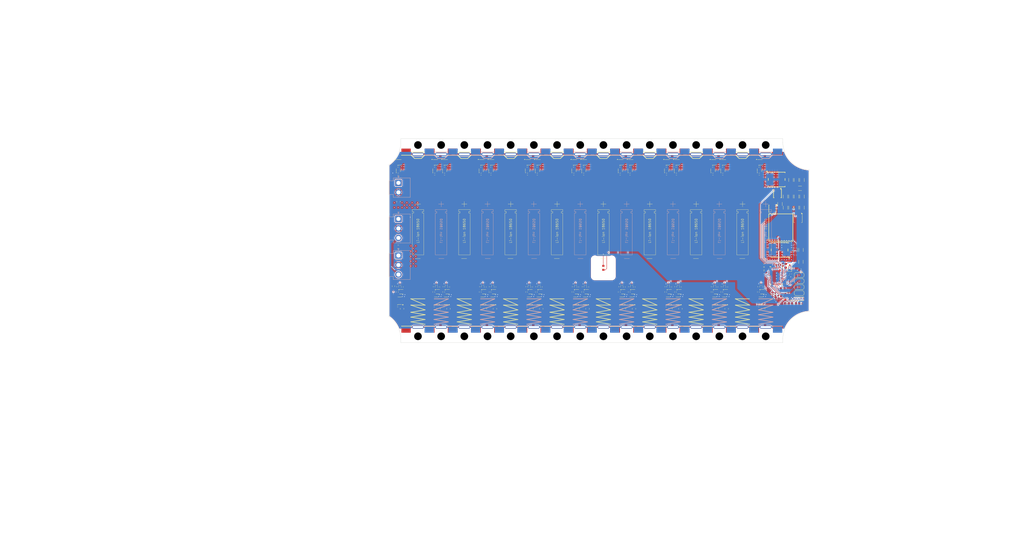
<source format=kicad_pcb>
(kicad_pcb (version 20241229) (generator "pcbnew") (generator_version "9.0")
  (layers (0 "F.Cu" signal) (4 "In1.Cu" signal) (6 "In2.Cu" signal) (2 "B.Cu" signal) (13 "F.Paste" user) (15 "B.Paste" user) (5 "F.SilkS" user "F.Silkscreen") (7 "B.SilkS" user "B.Silkscreen") (1 "F.Mask" user) (3 "B.Mask" user) (25 "Edge.Cuts" user))
  (net 0 "")
  (net 1 "GND")
  (net 2 "V_BATT")
  (net 3 "/LTC4015 Sheet/CCREEFP")
  (net 4 "V_SYS")
  (net 5 "/LTC4015 Sheet/CCREEFM")
  (net 6 "/LTC4015 Sheet/UVCLFB")
  (net 7 "/LTC4015 Sheet/BAT_SENSE_P")
  (net 8 "/LTC4015 Sheet/SW")
  (net 9 "/LTC4015 Sheet/BOOST")
  (net 10 "/LTC4015 Sheet/IN_SENSE_P")
  (net 11 "/LTC4015 Sheet/IN_SENSE_N")
  (net 12 "/LTC4015 Sheet/BAT_SENSE_N")
  (net 13 "/LTC4015 Sheet/SCL")
  (net 14 "/LTC4015 Sheet/SDA")
  (net 15 "/LTC4015 Sheet/DV_{CC}")
  (net 16 "INTV_{CC}")
  (net 17 "V_{IN}")
  (net 18 "/LTC4015 Sheet/CHEM0")
  (net 19 "/LTC4015 Sheet/CHEM1")
  (net 20 "/LTC4015 Sheet/MPPT")
  (net 21 "/LTC4015 Sheet/Batt_Shunt_High")
  (net 22 "/LTC4015 Sheet/In_Shunt_High")
  (net 23 "/LTC4015 Sheet/BOTTOM_GATE")
  (net 24 "/LTC4015 Sheet/TOP_GATE")
  (net 25 "/LTC4015 Sheet/OUTFET")
  (net 26 "/LTC4015 Sheet/FREQ_SET")
  (net 27 "/cell_1/BAT-")
  (net 28 "/cell_2/BAT-")
  (net 29 "/cell_1/BAT_NEG")
  (net 30 "/cell_3/BAT-")
  (net 31 "/cell_1/BAT+")
  (net 32 "/cell_2/BAT+")
  (net 33 "/cell_3/BAT+")
  (net 34 "/cell_2/BAT_NEG")
  (net 35 "/cell_3/BAT_NEG")
  (net 36 "/cell_4/BAT-")
  (net 37 "/cell_5/BAT-")
  (net 38 "/cell_6/BAT-")
  (net 39 "/cell_7/BAT-")
  (net 40 "/LTC4015 Sheet/~{SMBALERT}")
  (net 41 "/cell_8/BAT-")
  (net 42 "/cell_9/BAT-")
  (net 43 "/cell_10/BAT-")
  (net 44 "/cell_11/BAT-")
  (net 45 "/V_{SENSE}")
  (net 46 "/cell_4/BAT_NEG")
  (net 47 "/cell_5/BAT_NEG")
  (net 48 "/cell_6/BAT_NEG")
  (net 49 "/cell_7/BAT_NEG")
  (net 50 "/cell_12/BAT-")
  (net 51 "/cell_13/BAT-")
  (net 52 "/cell_14/BAT-")
  (net 53 "/cell_4/BAT+")
  (net 54 "/cell_5/BAT+")
  (net 55 "/cell_6/BAT+")
  (net 56 "/cell_7/BAT+")
  (net 57 "/cell_8/BAT+")
  (net 58 "/cell_9/BAT+")
  (net 59 "/cell_10/BAT+")
  (net 60 "/cell_11/BAT+")
  (net 61 "/cell_12/BAT+")
  (net 62 "/cell_13/BAT+")
  (net 63 "/cell_14/BAT+")
  (net 64 "/cell_9/BAT_NEG")
  (net 65 "/cell_8/BAT_NEG")
  (net 66 "/cell_10/BAT_NEG")
  (net 67 "/cell_11/BAT_NEG")
  (net 68 "/cell_12/BAT_NEG")
  (net 69 "/cell_13/BAT_NEG")
  (net 70 "/cell_14/BAT_NEG")
  (net 71 "Net-(U201-V_{C})")
  (net 72 "Net-(C202-Pad1)")
  (net 73 "Net-(U201-CSPM5)")
  (net 74 "Net-(U201-2P5V_{CC})")
  (net 75 "Net-(U201-SYSM5)")
  (net 76 "Net-(U301-BAT)")
  (net 77 "Net-(U501-BAT)")
  (net 78 "Net-(U601-BAT)")
  (net 79 "Net-(U801-BAT)")
  (net 80 "Net-(U1001-BAT)")
  (net 81 "Net-(U1201-BAT)")
  (net 82 "Net-(U1401-BAT)")
  (net 83 "Net-(U1501-BAT)")
  (net 84 "Net-(U1601-BAT)")
  (net 85 "Net-(J201-Pin_5)")
  (net 86 "Net-(Q301-G)")
  (net 87 "Net-(Q303-G2)")
  (net 90 "/V_BATT_FUSED")
  (net 91 "Net-(Q303-G1)")
  (net 92 "Net-(Q201-G)")
  (net 93 "Net-(Q501-G)")
  (net 94 "Net-(Q503-G2)")
  (net 95 "Net-(Q503-G1)")
  (net 98 "Net-(Q601-G)")
  (net 99 "Net-(Q603-G1)")
  (net 102 "Net-(Q603-G2)")
  (net 103 "Net-(Q801-G)")
  (net 105 "Net-(Q803-G1)")
  (net 107 "Net-(Q803-G2)")
  (net 108 "Net-(Q1001-G)")
  (net 110 "Net-(Q1003-G1)")
  (net 111 "Net-(Q1003-G2)")
  (net 113 "Net-(Q1201-G)")
  (net 115 "Net-(Q1203-G2)")
  (net 117 "Net-(Q1203-G1)")
  (net 118 "Net-(Q1401-G)")
  (net 120 "Net-(Q1403-G2)")
  (net 121 "Net-(Q1403-G1)")
  (net 122 "Net-(Q1501-G)")
  (net 125 "Net-(Q1503-G2)")
  (net 127 "Net-(Q1503-G1)")
  (net 128 "Net-(Q1601-G)")
  (net 129 "Net-(Q1603-G2)")
  (net 132 "Net-(Q1603-G1)")
  (net 133 "Net-(U201-NTCBIAS)")
  (net 134 "Net-(U201-NTC)")
  (net 135 "Net-(U301-V-)")
  (net 136 "Net-(U501-V-)")
  (net 137 "Net-(U601-V-)")
  (net 138 "Net-(U801-V-)")
  (net 139 "Net-(U1001-V-)")
  (net 140 "Net-(U1201-V-)")
  (net 141 "Net-(U1401-V-)")
  (net 142 "Net-(U1501-V-)")
  (net 143 "Net-(U1601-V-)")
  (net 153 "/V_IN_PHY")
  (net 159 "Net-(U1301-V-)")
  (net 160 "Net-(U1101-V-)")
  (net 161 "Net-(U901-V-)")
  (net 162 "Net-(U701-V-)")
  (net 163 "Net-(U401-V-)")
  (net 165 "Net-(Q1303-G1)")
  (net 167 "Net-(Q1303-G2)")
  (net 168 "Net-(Q1301-G)")
  (net 169 "Net-(Q1103-G2)")
  (net 171 "Net-(Q1103-G1)")
  (net 173 "Net-(Q1101-G)")
  (net 175 "Net-(Q903-G1)")
  (net 177 "Net-(Q903-G2)")
  (net 178 "Net-(Q901-G)")
  (net 179 "Net-(Q703-G2)")
  (net 182 "Net-(Q703-G1)")
  (net 183 "Net-(Q701-G)")
  (net 186 "Net-(Q403-G1)")
  (net 187 "Net-(Q403-G2)")
  (net 188 "Net-(Q401-G)")
  (net 189 "Net-(U1301-BAT)")
  (net 190 "Net-(U1101-BAT)")
  (net 191 "Net-(U901-BAT)")
  (net 192 "Net-(U701-BAT)")
  (net 193 "Net-(U401-BAT)")
  (net 194 "/cell_15/BAT-")
  (net 195 "/cell_16/BAT-")
  (net 196 "/cell_15/BAT+")
  (net 197 "/cell_16/BAT+")
  (net 198 "Net-(U1701-BAT)")
  (net 199 "Net-(U1801-BAT)")
  (net 200 "Net-(Q1701-G)")
  (net 202 "Net-(Q1703-G1)")
  (net 203 "Net-(Q1703-G2)")
  (net 205 "/cell_15/BAT_NEG")
  (net 206 "Net-(Q1801-G)")
  (net 209 "Net-(Q1803-G1)")
  (net 210 "/cell_16/BAT_NEG")
  (net 211 "Net-(Q1803-G2)")
  (net 212 "Net-(U1701-V-)")
  (net 213 "Net-(U1801-V-)")
  (net 216 "/GND_OUT_FILTERED")
  (net 217 "/GND_IN_FILTERED")
  (net 218 "/POWER_IN_FILTERED")
  (net 219 "/V_BAT_FILTERED")
  (footprint "Capacitor_SMD:C_0603_1608Metric" (layer "F.Cu") (at 71.68 13.2 180)
    (property "Reference" "C205" (hide yes))
    (property "Value" "100pF")
  )
  (footprint "cacophony-library:MountingHole_3.2mm_no_bolt_head" (layer "F.Cu") (at 62.725 39.85)
    (property "Reference" "H108" (hide yes))
    (property "Value" "MountingHole")
  )
  (footprint "Package_TO_SOT_SMD:SOT-23-6" (layer "F.Cu") (at -60.675 25 180)
    (property "Reference" "Q503" (hide yes))
    (property "Value" "FS8205A_C908265")
  )
  (footprint "cacophony-library:MountingHole_3.2mm_no_bolt_head" (layer "F.Cu") (at 53.075 39.85)
    (property "Reference" "H112" (hide yes))
    (property "Value" "MountingHole")
  )
  (footprint "Resistor_SMD:R_0402_1005Metric" (layer "F.Cu") (at 52.11 19.2925 90)
    (property "Reference" "C1601" (hide yes))
    (property "Value" "100nF")
  )
  (footprint "Resistor_SMD:R_0402_1005Metric" (layer "F.Cu") (at -27.06 19.1925 90)
    (property "Reference" "R807" (hide yes))
    (property "Value" "2.2k")
  )
  (footprint "Resistor_SMD:R_0402_1005Metric" (layer "F.Cu") (at -45.38 18.6425 -90)
    (property "Reference" "R603" (hide yes))
    (property "Value" "330Ω")
  )
  (footprint "Resistor_SMD:R_0402_1005Metric" (layer "F.Cu") (at -63.69 19.2925 90)
    (property "Reference" "C401" (hide yes))
    (property "Value" "100nF")
  )
  (footprint "Resistor_SMD:R_0402_1005Metric" (layer "F.Cu") (at -3.64 27.18)
    (property "Reference" "R1105" (hide yes))
    (property "Value" "4.7M")
  )
  (footprint "Resistor_SMD:R_0402_1005Metric" (layer "F.Cu") (at -7.5 -27.71 180)
    (property "Reference" "R1002" (hide yes))
    (property "Value" "100k")
  )
  (footprint "Package_DFN_QFN:Diodes_UDFN2020-6_Type-F" (layer "F.Cu") (at -26.5 -32.68)
    (property "Reference" "Q801" (hide yes))
    (property "Value" "DMP2040UFDF-7")
  )
  (footprint "Resistor_SMD:R_0402_1005Metric" (layer "F.Cu") (at -42.38 21.3925 90)
    (property "Reference" "R706" (hide yes))
    (property "Value" "4.7M")
  )
  (footprint "Resistor_SMD:R_0402_1005Metric" (layer "F.Cu") (at -64.68 18.6425 -90)
    (property "Reference" "R403" (hide yes))
    (property "Value" "330Ω")
  )
  (footprint "Resistor_SMD:R_0402_1005Metric" (layer "F.Cu") (at -41.28 18.6425 -90)
    (property "Reference" "R703" (hide yes))
    (property "Value" "330Ω")
  )
  (footprint "cacophony-library:MountingHole_3.2mm_no_bolt_head" (layer "F.Cu") (at -72.375 -39.85)
    (property "Reference" "H101" (hide yes))
    (property "Value" "MountingHole")
  )
  (footprint "cacophony-library:BAT-TH_MY-18650-05-J" (layer "F.Cu") (at -33.775 36)
    (property "Reference" "BAT_N105" (hide yes))
    (property "Value" "MY-18650-05-J")
  )
  (footprint "Package_DFN_QFN:Diodes_UDFN2020-6_Type-F" (layer "F.Cu") (at 54.8 -32.68)
    (property "Reference" "Q1701" (hide yes))
    (property "Value" "DMP2040UFDF-7")
  )
  (footprint "cacophony-library:BAT-TH_MY-18650-04-J" (layer "F.Cu") (at -33.775 -36 180)
    (property "Reference" "BAT_P105" (hide yes))
    (property "Value" "MY-18650-04-J")
  )
  (footprint "Resistor_SMD:R_0402_1005Metric" (layer "F.Cu") (at -65.4 -27.71 180)
    (property "Reference" "R402" (hide yes))
    (property "Value" "100k")
  )
  (footprint "cacophony-library:SOT-523" (layer "F.Cu") (at 54.54 -29.33 90)
    (property "Reference" "Q1702" (hide yes))
    (property "Value" "Q_PMOS_GSD")
  )
  (footprint "Resistor_SMD:R_0402_1005Metric" (layer "F.Cu") (at 50.16 27.18)
    (property "Reference" "R1605" (hide yes))
    (property "Value" "4.7M")
  )
  (footprint "cacophony-library:WSON-6_1.5x1.5mm_P0.5mm" (layer "F.Cu") (at -60.0125 21.3)
    (property "Reference" "U501" (hide yes))
    (property "Value" "BQ297xy")
  )
  (footprint "Package_TO_SOT_SMD:SOT-23-6" (layer "F.Cu") (at -26.175 25 180)
    (property "Reference" "Q803" (hide yes))
    (property "Value" "FS8205A_C908265")
  )
  (footprint "Package_SON:Diodes_PowerDI3333-8" (layer "F.Cu") (at 85.805 -9.34 -90)
    (property "Reference" "Q203" (hide yes))
    (property "Value" "DMP4013LFGQ-13")
  )
  (footprint "Resistor_SMD:R_0402_1005Metric" (layer "F.Cu") (at -26.9 -30.96)
    (property "Reference" "R801" (hide yes))
    (property "Value" "1M")
  )
  (footprint "Resistor_SMD:R_0402_1005Metric" (layer "F.Cu") (at -21.98 18.6425 -90)
    (property "Reference" "R903" (hide yes))
    (property "Value" "330Ω")
  )
  (footprint "Capacitor_SMD:C_0402_1005Metric" (layer "F.Cu") (at 80.629 21.5855 -90)
    (property "Reference" "C203" (hide yes))
    (property "Value" "100nF")
  )
  (footprint "cacophony-library:BAT-TH_MY-18650-04-J" (layer "F.Cu") (at -53.075 -36 180)
    (property "Reference" "BAT_P103" (hide yes))
    (property "Value" "MY-18650-04-J")
  )
  (footprint "Resistor_SMD:R_0402_1005Metric" (layer "F.Cu") (at 69.44 19.1925 90)
    (property "Reference" "R1807" (hide yes))
    (property "Value" "2.2k")
  )
  (footprint "Resistor_SMD:R_0402_1005Metric" (layer "F.Cu") (at 69.32 21.3925 90)
    (property "Reference" "R1806" (hide yes))
    (property "Value" "4.7M")
  )
  (footprint "Package_TO_SOT_SMD:SOT-23-6" (layer "F.Cu") (at 51.025 25 180)
    (property "Reference" "Q1603" (hide yes))
    (property "Value" "FS8205A_C908265")
  )
  (footprint "cacophony-library:SOT-523" (layer "F.Cu") (at -61.26 -29.33 90)
    (property "Reference" "Q502" (hide yes))
    (property "Value" "Q_PMOS_GSD")
  )
  (footprint "cacophony-library:SOT-523" (layer "F.Cu") (at 11.84 -29.33 90)
    (property "Reference" "Q1202" (hide yes))
    (property "Value" "Q_PMOS_GSD")
  )
  (footprint "Resistor_SMD:R_0402_1005Metric" (layer "F.Cu") (at 54.12 21.3925 90)
    (property "Reference" "R1706" (hide yes))
    (property "Value" "4.7M")
  )
  (footprint "Resistor_SMD:R_0402_1005Metric" (layer "F.Cu") (at -22.96 19.1925 90)
    (property "Reference" "R907" (hide yes))
    (property "Value" "2.2k")
  )
  (footprint "Resistor_SMD:R_0402_1005Metric" (layer "F.Cu") (at -26.08 18.6425 -90)
    (property "Reference" "R803" (hide yes))
    (property "Value" "330Ω")
  )
  (footprint "Resistor_SMD:R_0402_1005Metric" (layer "F.Cu") (at 31.82 18.6425 -90)
    (property "Reference" "R1403" (hide yes))
    (property "Value" "330Ω")
  )
  (footprint "Resistor_SMD:R_0402_1005Metric" (layer "F.Cu") (at -80.7 -30.96)
    (property "Reference" "R301" (hide yes))
    (property "Value" "1M")
  )
  (footprint "cacophony-library:MountingHole_3.2mm_no_bolt_head" (layer "F.Cu") (at 33.775 39.85)
    (property "Reference" "H120" (hide yes))
    (property "Value" "MountingHole")
  )
  (footprint "Resistor_SMD:R_0402_1005Metric" (layer "F.Cu") (at 69.6 -30.96)
    (property "Reference" "R1801" (hide yes))
    (property "Value" "1M")
  )
  (footprint "Resistor_SMD:R_0402_1005Metric" (layer "F.Cu") (at -65.66 19.1925 90)
    (property "Reference" "R407" (hide yes))
    (property "Value" "2.2k")
  )
  (footprint "Resistor_SMD:R_0402_1005Metric" (layer "F.Cu") (at 31.1 -27.71 180)
    (property "Reference" "R1402" (hide yes))
    (property "Value" "100k")
  )
  (footprint "Package_DFN_QFN:Diodes_UDFN2020-6_Type-F" (layer "F.Cu") (at -3.1 -32.68)
    (property "Reference" "Q1101" (hide yes))
    (property "Value" "DMP2040UFDF-7")
  )
  (footprint "Resistor_SMD:R_0402_1005Metric" (layer "F.Cu") (at -65.5 -30.96)
    (property "Reference" "R401" (hide yes))
    (property "Value" "1M")
  )
  (footprint "Package_DFN_QFN:Diodes_UDFN2020-6_Type-F" (layer "F.Cu") (at 35.5 -32.68)
    (property "Reference" "Q1501" (hide yes))
    (property "Value" "DMP2040UFDF-7")
  )
  (footprint "Resistor_SMD:R_0402_1005Metric" (layer "F.Cu") (at 15.519999 21.3925 90)
    (property "Reference" "R1306" (hide yes))
    (property "Value" "4.7M")
  )
  (footprint "cacophony-library:MountingHole_3.2mm_no_bolt_head" (layer "F.Cu") (at 24.125 39.85)
    (property "Reference" "H124" (hide yes))
    (property "Value" "MountingHole")
  )
  (footprint "Package_DFN_QFN:Diodes_UDFN2020-6_Type-F" (layer "F.Cu") (at -22.4 -32.68)
    (property "Reference" "Q901" (hide yes))
    (property "Value" "DMP2040UFDF-7")
  )
  (footprint "Package_DFN_QFN:Diodes_UDFN2020-6_Type-F" (layer "F.Cu") (at -7.2 -32.68)
    (property "Reference" "Q1001" (hide yes))
    (property "Value" "DMP2040UFDF-7")
  )
  (footprint "Capacitor_SMD:C_0402_1005Metric" (layer "F.Cu") (at 80.499 18.0355 90)
    (property "Reference" "C214" (hide yes))
    (property "Value" "1nF")
  )
  (footprint "cacophony-library:WSON-6_1.5x1.5mm_P0.5mm" (layer "F.Cu") (at 70.9875 21.3)
    (property "Reference" "U1801" (hide yes))
    (property "Value" "BQ297xy")
  )
  (footprint "Package_DFN_QFN:Diodes_UDFN2020-6_Type-F" (layer "F.Cu") (at 31.4 -32.68)
    (property "Reference" "Q1401" (hide yes))
    (property "Value" "DMP2040UFDF-7")
  )
  (footprint "cacophony-library:MountingHole_3.2mm_no_bolt_head" (layer "F.Cu") (at -24.125 -39.85)
    (property "Reference" "H121" (hide yes))
    (property "Value" "MountingHole")
  )
  (footprint "Capacitor_SMD:C_1206_3216Metric" (layer "F.Cu") (at 85.17 -13.76 90)
    (property "Reference" "C224" (hide yes))
    (property "Value" "10uF")
  )
  (footprint "Resistor_SMD:R_0402_1005Metric" (layer "F.Cu") (at 34.82 21.3925 90)
    (property "Reference" "R1506" (hide yes))
    (property "Value" "4.7M")
  )
  (footprint "Package_TO_SOT_SMD:SOT-23-6" (layer "F.Cu") (at -79.975 25 180)
    (property "Reference" "Q303" (hide yes))
    (property "Value" "FS8205A_C908265")
  )
  (footprint "Resistor_SMD:R_0603_1608Metric" (layer "F.Cu") (at 71.68 11.74 180)
    (property "Reference" "R206" (hide yes))
    (property "Value" "1M")
  )
  (footprint "Resistor_SMD:R_0402_1005Metric" (layer "F.Cu") (at 30.72 21.3925 90)
    (property "Reference" "R1406" (hide yes))
    (property "Value" "4.7M")
  )
  (footprint "cacophony-library:SolderJumper-3_P1.3mm_Open_RoundedPad1.0x1.5mm" (layer "F.Cu") (at 86.294 19.349)
    (property "Reference" "JP203" (hide yes))
    (property "Value" "SolderJumper_3_Open")
  )
  (footprint "Package_TO_SOT_SMD:SOT-23-6" (layer "F.Cu") (at -64.775 25 180)
    (property "Reference" "Q403" (hide yes))
    (property "Value" "FS8205A_C908265")
  )
  (footprint "cacophony-library:WSON-6_1.5x1.5mm_P0.5mm" (layer "F.Cu") (at -40.7125 21.3)
    (property "Reference" "U701" (hide yes))
    (property "Value" "BQ297xy")
  )
  (footprint "Resistor_SMD:R_0402_1005Metric" (layer "F.Cu") (at -80.98 21.3925 90)
    (property "Reference" "R306" (hide yes))
    (property "Value" "4.7M")
  )
  (footprint "cacophony-library:MountingHole_3.2mm_no_bolt_head" (layer "F.Cu") (at -43.425 39.85)
    (property "Reference" "H114" (hide yes))
    (property "Value" "MountingHole")
  )
  (footprint "cacophony-library:MountingHole_3.2mm_no_bolt_head" (layer "F.Cu") (at -53.075 -39.85)
    (property "Reference" "H109" (hide yes))
    (property "Value" "MountingHole")
  )
  (footprint "Resistor_SMD:R_0603_1608Metric" (layer "F.Cu") (at 75.149 22.4455 90)
    (property "Reference" "R202" (hide yes))
    (property "Value" "200Ω")
  )
  (footprint "cacophony-library:WSON-6_1.5x1.5mm_P0.5mm" (layer "F.Cu") (at 17.187499 21.3)
    (property "Reference" "U1301" (hide yes))
    (property "Value" "BQ297xy")
  )
  (footprint "Capacitor_SMD:C_0402_1005Metric" (layer "F.Cu") (at 80.879 16.4255 180)
    (property "Reference" "C211" (hide yes))
    (property "Value" "2.2uF")
  )
  (footprint "Resistor_SMD:R_0805_2012Metric" (layer "F.Cu") (at -21.06 28.38 90)
    (property "Reference" "R904" (hide yes))
    (property "Value" "22mΩ")
  )
  (footprint "Package_DFN_QFN:Diodes_UDFN2020-6_Type-F" (layer "F.Cu") (at 50.7 -32.68)
    (property "Reference" "Q1601" (hide yes))
    (property "Value" "DMP2040UFDF-7")
  )
  (footprint "Package_TO_SOT_SMD:SOT-23-6" (layer "F.Cu") (at 12.425 25 180)
    (property "Reference" "Q1203" (hide yes))
    (property "Value" "FS8205A_C908265")
  )
  (footprint "cacophony-library:MountingHole_3.2mm_no_bolt_head" (layer "F.Cu") (at -72.375 39.85)
    (property "Reference" "H102" (hide yes))
    (property "Value" "MountingHole")
  )
  (footprint "cacophony-library:WSON-6_1.5x1.5mm_P0.5mm" (layer "F.Cu") (at 55.7875 21.3)
    (property "Reference" "U1701" (hide yes))
    (property "Value" "BQ297xy")
  )
  (footprint "Resistor_SMD:R_0402_1005Metric" (layer "F.Cu") (at -42.24 27.18)
    (property "Reference" "R705" (hide yes))
    (property "Value" "4.7M")
  )
  (footprint "Capacitor_SMD:C_0402_1005Metric" (layer "F.Cu") (at 82.8015 13.8755 90)
    (property "Reference" "C215" (hide yes))
    (property "Value" "100nF")
  )
  (footprint "Resistor_SMD:R_0402_1005Metric" (layer "F.Cu") (at -40.29 19.2925 90)
    (property "Reference" "C701" (hide yes))
    (property "Value" "100nF")
  )
  (footprint "cacophony-library:BAT-TH_MY-18650-05-J" (layer "F.Cu") (at 62.725 36)
    (property "Reference" "BAT_N115" (hide yes))
    (property "Value" "MY-18650-05-J")
  )
  (footprint "Resistor_SMD:R_0402_1005Metric" (layer "F.Cu") (at -3.78 21.3925 90)
    (property "Reference" "R1106" (hide yes))
    (property "Value" "4.7M")
  )
  (footprint "Resistor_SMD:R_0402_1005Metric" (layer "F.Cu") (at -80.84 27.18)
    (property "Reference" "R305" (hide yes))
    (property "Value" "4.7M")
  )
  (footprint "Resistor_SMD:R_0402_1005Metric" (layer "F.Cu") (at -46.34 27.18)
    (property "Reference" "R605" (hide yes))
    (property "Value" "4.7M")
  )
  (footprint "Capacitor_SMD:C_1206_3216Metric" (layer "F.Cu") (at 85.19 -25.29 -90)
    (property "Reference" "C207" (hide yes))
    (property "Value" "10uF")
  )
  (footprint "Capacitor_SMD:C_1206_3216Metric" (layer "F.Cu") (at 80.57 -18.38 -90)
    (property "Reference" "C221" (hide yes))
    (property "Value" "10uF")
  )
  (footprint "cacophony-library:MountingHole_3.2mm_no_bolt_head" (layer "F.Cu") (at 43.425 -39.85)
    (property "Reference" "H115" (hide yes))
    (property "Value" "MountingHole")
  )
  (footprint "Resistor_SMD:R_0402_1005Metric" (layer "F.Cu") (at -42.26 19.1925 90)
    (property "Reference" "R707" (hide yes))
    (property "Value" "2.2k")
  )
  (footprint "Connector_PinHeader_1.00mm:PinHeader_1x05_P1.00mm_Vertical" (layer "F.Cu") (at 83.605 24.2445 90)
    (property "Reference" "J201" (hide yes))
    (property "Value" "Conn_01x05")
  )
  (footprint "Resistor_SMD:R_0402_1005Metric" (layer "F.Cu") (at -61.56 19.1925 90)
    (property "Reference" "R507" (hide yes))
    (property "Value" "2.2k")
  )
  (footprint "Resistor_SMD:R_0402_1005Metric" (layer "F.Cu") (at 11.7 -30.96)
    (property "Reference" "R1201" (hide yes))
    (property "Value" "1M")
  )
  (footprint "Resistor_SMD:R_0402_1005Metric" (layer "F.Cu") (at -1.69 19.2925 90)
    (property "Reference" "C1101" (hide yes))
    (property "Value" "100nF")
  )
  (footprint "Resistor_SMD:R_0402_1005Metric" (layer "F.Cu") (at 54.5 -27.71 180)
    (property "Reference" "R1702" (hide yes))
    (property "Value" "100k")
  )
  (footprint "Resistor_SMD:R_0402_1005Metric" (layer "F.Cu") (at 50.4 -27.71 180)
    (property "Reference" "R1602" (hide yes))
    (property "Value" "100k")
  )
  (footprint "cacophony-library:R_1206_Shunt" (layer "F.Cu") (at 78.305 -15.28 90)
    (property "Reference" "R210" (hide yes))
    (property "Value" "5mΩ")
  )
  (footprint "Resistor_SMD:R_0603_1608Metric" (layer "F.Cu") (at -82.6 19 -90)
    (property "Reference" "R101" (hide yes))
    (property "Value" "1k")
  )
  (footprint "cacophony-library:BAT-TH_MY-18650-05-J" (layer "F.Cu") (at -53.075 36)
    (property "Reference" "BAT_N103" (hide yes))
    (property "Value" "MY-18650-05-J")
  )
  (footprint "Capacitor_SMD:C_1206_3216Metric" (layer "F.Cu") (at 80.57 -13.74 90)
    (property "Reference" "C225" (hide yes))
    (property "Value" "10uF")
  )
  (footprint "Package_TO_SOT_SMD:SOT-23-6" (layer "F.Cu") (at 55.125 25 180)
    (property "Reference" "Q1703" (hide yes))
    (property "Value" "FS8205A_C908265")
  )
  (footprint "cacophony-library:WSON-6_1.5x1.5mm_P0.5mm" (layer "F.Cu") (at -79.3125 21.3)
    (property "Reference" "U301" (hide yes))
    (property "Value" "BQ297xy")
  )
  (footprint "Resistor_SMD:R_0402_1005Metric" (layer "F.Cu") (at -42.1 -30.96)
    (property "Reference" "R701" (hide yes))
    (property "Value" "1M")
  )
  (footprint "Resistor_SMD:R_0402_1005Metric" (layer "F.Cu") (at -22.94 27.18)
    (property "Reference" "R905" (hide yes))
    (property "Value" "4.7M")
  )
  (footprint "Resistor_SMD:R_0805_2012Metric" (layer "F.Cu") (at 36.84 28.38 90)
    (property "Reference" "R1504" (hide yes))
    (property "Value" "22mΩ")
  )
  (footprint "Resistor_SMD:R_0402_1005Metric" (layer "F.Cu") (at -46.1 -27.71 180)
    (property "Reference" "R602" (hide yes))
    (property "Value" "100k")
  )
  (footprint "Package_TO_SOT_SMD:SOT-23-6" (layer "F.Cu") (at 31.725 25 180)
    (property "Reference" "Q1403" (hide yes))
    (property "Value" "FS8205A_C908265")
  )
  (footprint "Resistor_SMD:R_0402_1005Metric" (layer "F.Cu") (at 55.22 18.6425 -90)
    (property "Reference" "R1703" (hide yes))
    (property "Value" "330Ω")
  )
  (footprint "Resistor_SMD:R_0402_1005Metric" (layer "F.Cu") (at -27.04 27.18)
    (property "Reference" "R805" (hide yes))
    (property "Value" "4.7M")
  )
  (footprint "Resistor_SMD:R_0402_1005Metric" (layer "F.Cu") (at 11.8 -27.71 180)
    (property "Reference" "R1202" (hide yes))
    (property "Value" "100k")
  )
  (footprint "cacophony-library:SOT-523" (layer "F.Cu") (at 15.939999 -29.33 90)
    (property "Reference" "Q1302" (hide yes))
    (property "Value" "Q_PMOS_GSD")
  )
  (footprint "Resistor_SMD:R_0402_1005Metric" (layer "F.Cu") (at 35.1 -30.96)
    (property "Reference" "R1501" (hide yes))
    (property "Value" "1M")
  )
  (footprint "Resistor_SMD:R_0402_1005Metric" (layer "F.Cu") (at -7.74 27.18)
    (property "Reference" "R1005" (hide yes))
    (property "Value" "4.7M")
  )
  (footprint "Resistor_SMD:R_0402_1005Metric" (layer "F.Cu") (at -60.58 18.6425 -90)
    (property "Reference" "R503" (hide yes))
    (property "Value" "330Ω")
  )
  (footprint "cacophony-library:MountingHole_3.2mm_no_bolt_head" (layer "F.Cu") (at 72.375 39.85)
    (property "Reference" "H104" (hide yes))
    (property "Value" "MountingHole")
  )
  (footprint "Fuse:Fuse_0805_2012Metric" (layer "F.Cu") (at -80.49 -16.25 -90)
    (property "Reference" "F101" (hide yes))
    (property "Value" "Fuse")
  )
  (footprint "cacophony-library:BAT-TH_MY-18650-04-J" (layer "F.Cu") (at 43.425 -36 180)
    (property "Reference" "BAT_P113" (hide yes))
    (property "Value" "MY-18650-04-J")
  )
  (footprint "Resistor_SMD:R_0805_2012Metric" (layer "F.Cu") (at -5.86 28.38 90)
    (property "Reference" "R1004" (hide yes))
    (property "Value" "22mΩ")
  )
  (footprint "cacophony-library:MountingHole_3.2mm_no_bolt_head" (layer "F.Cu") (at 14.475 -39.85)
    (property "Reference" "H127" (hide yes))
    (property "Value" "MountingHole")
  )
  (footprint "Resistor_SMD:R_0402_1005Metric" (layer "F.Cu") (at -46.2 -30.96)
    (property "Reference" "R601" (hide yes))
    (property "Value" "1M")
  )
  (footprint "Resistor_SMD:R_0402_1005Metric" (layer "F.Cu") (at 51.12 18.6425 -90)
    (property "Reference" "R1603" (hide yes))
    (property "Value" "330Ω")
  )
  (footprint "Capacitor_SMD:C_1206_3216Metric" (layer "F.Cu") (at 84.725 3.8625 90)
    (property "Reference" "C219" (hide yes))
    (property "Value" "10uF")
  )
  (footprint "Resistor_SMD:R_0402_1005Metric" (layer "F.Cu") (at -26.8 -27.71 180)
    (property "Reference" "R802" (hide yes))
    (property "Value" "100k")
  )
  (footprint "cacophony-library:BAT-TH_MY-18650-04-J" (layer "F.Cu") (at 24.125 -36 180)
    (property "Reference" "BAT_P111" (hide yes))
    (property "Value" "MY-18650-04-J")
  )
  (footprint "Resistor_SMD:R_0402_1005Metric" (layer "F.Cu") (at -5.79 19.2925 90)
    (property "Reference" "C1001" (hide yes))
    (property "Value" "100nF")
  )
  (footprint "cacophony-library:MountingHole_3.2mm_no_bolt_head" (layer "F.Cu") (at 72.375 -39.85)
    (property "Reference" "H103" (hide yes))
    (property "Value" "MountingHole")
  )
  (footprint "Resistor_SMD:R_0402_1005Metric" (layer "F.Cu") (at -80.86 19.1925 90)
    (property "Reference" "R307" (hide yes))
    (property "Value" "2.2k")
  )
  (footprint "Resistor_SMD:R_0805_2012Metric" (layer "F.Cu") (at 13.44 28.38 90)
    (property "Reference" "R1204" (hide yes))
    (property "Value" "22mΩ")
  )
  (footprint "Resistor_SMD:R_0402_1005Metric" (layer "F.Cu") (at -79.88 18.6425 -90)
    (property "Reference" "R303" (hide yes))
    (property "Value" "330Ω")
  )
  (footprint "Resistor_SMD:R_0805_2012Metric" (layer "F.Cu") (at -40.36 28.38 90)
    (property "Reference" "R704" (hide yes))
    (property "Value" "22mΩ")
  )
  (footprint "cacophony-library:SOT-523" (layer "F.Cu") (at -22.66 -29.33 90)
    (property "Reference" "Q902" (hide yes))
    (property "Value" "Q_PMOS_GSD")
  )
  (footprint "Capacitor_SMD:C_0402_1005Metric" (layer "F.Cu") (at 76.279 10.123)
    (property "Reference" "C209" (hide yes))
    (property "Value" "100nF")
  )
  (footprint "Resistor_SMD:R_0402_1005Metric" (layer "F.Cu") (at -61.4 -30.96)
    (property "Reference" "R501" (hide yes))
    (property "Value" "1M")
  )
  (footprint "cacophony-library:WSON-6_1.5x1.5mm_P0.5mm" (layer "F.Cu") (at 36.4875 21.3)
    (property "Reference" "U1501" (hide yes))
    (property "Value" "BQ297xy")
  )
  (footprint "Resistor_SMD:R_0603_1608Metric" (layer "F.Cu") (at 79.599 23.2255)
    (property "Reference" "R212" (hide yes))
    (property "Value" "10k")
  )
  (footprint "Resistor_SMD:R_0805_2012Metric" (layer "F.Cu") (at 32.74 28.38 90)
    (property "Reference" "R1404" (hide yes))
    (property "Value" "22mΩ")
  )
  (footprint "Resistor_SMD:R_0402_1005Metric" (layer "F.Cu") (at 54.24 19.1925 90)
    (property "Reference" "R1707" (hide yes))
    (property "Value" "2.2k")
  )
  (footprint "Package_DFN_QFN:Diodes_UDFN2020-6_Type-F" (layer "F.Cu") (at -41.7 -32.68)
    (property "Reference" "Q701" (hide yes))
    (property "Value" "DMP2040UFDF-7")
  )
  (footprint "Resistor_SMD:R_0402_1005Metric" (layer "F.Cu") (at -61.54 27.18)
    (property "Reference" "R505" (hide yes))
    (property "Value" "4.7M")
  )
  (footprint "Resistor_SMD:R_0402_1005Metric" (layer "F.Cu") (at -80.6 -27.71 180)
    (property "Reference" "R302" (hide yes))
    (property "Value" "100k")
  )
  (footprint "cacophony-library:MountingHole_3.2mm_no_bolt_head" (layer "F.Cu") (at -14.475 39.85)
    (property "Reference" "H126" (hide yes))
    (property "Value" "MountingHole")
  )
  (footprint "Resistor_SMD:R_0805_2012Metric" (layer "F.Cu") (at -25.16 28.38 90)
    (property "Reference" "R804" (hide yes))
    (property "Value" "22mΩ")
  )
  (footprint "cacophony-library:MountingHole_3.2mm_no_bolt_head" (layer "F.Cu") (at -4.825 39.85)
    (property "Reference" "H130" (hide yes))
    (property "Value" "MountingHole")
  )
  (footprint "Resistor_SMD:R_0402_1005Metric" (layer "F.Cu") (at 15.899999 -27.71 180)
    (property "Reference" "R1302" (hide yes))
    (property "Value" "100k")
  )
  (footprint "cacophony-library:IND-SMD_L11.3-W10.0_XAL1010-332ME" (layer "F.Cu") (at 78.65 -5.44)
    (property "Reference" "L201" (hide yes))
    (property "Value" "10uH")
  )
  (footprint "Resistor_SMD:R_0805_2012Metric" (layer "F.Cu") (at 56.14 28.38 90)
    (property "Reference" "R1704" (hide yes))
    (property "Value" "22mΩ")
  )
  (footprint "cacophony-library:SOT-523" (layer "F.Cu") (at 50.44 -29.33 90)
    (property "Reference" "Q1602" (hide yes))
    (property "Value" "Q_PMOS_GSD")
  )
  (footprint "Resistor_SMD:R_0603_1608Metric" (layer "F.Cu") (at 84.165 26.1145)
    (property "Reference" "R203" (hide yes))
    (property "Value" "10k")
  )
  (footprint "cacophony-library:MountingHole_3.2mm_no_bolt_head" (layer "F.Cu") (at -53.075 39.85)
    (property "Reference" "H110" (hide yes))
    (property "Value" "MountingHole")
  )
  (footprint "Resistor_SMD:R_0805_2012Metric" (layer "F.Cu") (at 71.34 28.38 90)
    (property "Reference" "R1804" (hide yes))
    (property "Value" "22mΩ")
  )
  (footprint "Capacitor_SMD:C_0603_1608Metric" (layer "F.Cu") (at 87.115 12.34)
    (property "Reference" "C217" (hide yes))
    (property "Value" "10uF")
  )
  (footprint "Capacitor_SMD:C_1206_3216Metric" (layer "F.Cu") (at 86.655 -21.83 180)
    (property "Reference" "C204" (hide yes))
    (property "Value" "10uF")
  )
  (footprint "cacophony-library:MountingHole_3.2mm_no_bolt_head" (layer "F.Cu") (at 53.075 -39.85)
    (property "Reference" "H111" (hide yes))
    (property "Value" "MountingHole")
  )
  (footprint "Capacitor_SMD:C_0603_1608Metric" (layer "F.Cu") (at 81.549 14.4755 90)
    (property "Reference" "C212" (hide yes))
    (property "Value" "470nF")
  )
  (footprint "Resistor_SMD:R_0402_1005Metric" (layer "F.Cu") (at 11.54 19.1925 90)
    (property "Reference" "R1207" (hide yes))
    (property "Value" "2.2k")
  )
  (footprint "Package_TO_SOT_SMD:SOT-23-6" (layer "F.Cu") (at -45.475 25 180)
    (property "Reference" "Q603" (hide yes))
    (property "Value" "FS8205A_C908265")
  )
  (footprint "cacophony-library:SOT-523" (layer "F.Cu") (at -26.76 -29.33 90)
    (property "Reference" "Q802" (hide yes))
    (property "Value" "Q_PMOS_GSD")
  )
  (footprint "Resistor_SMD:R_0402_1005Metric" (layer "F.Cu") (at 54.4 -30.96)
    (property "Reference" "R1701" (hide yes))
    (property "Value" "1M")
  )
  (footprint "Resistor_SMD:R_0402_1005Metric" (layer "F.Cu") (at 35.92 18.6425 -90)
    (property "Reference" "R1503" (hide yes))
    (property "Value" "330Ω")
  )
  (footprint "Capacitor_SMD:C_1206_3216Metric" (layer "F.Cu") (at 85.18 -18.38 -90)
    (property "Reference" "C226" (hide yes))
    (property "Value" "10uF")
  )
  (footprint "cacophony-library:MountingHole_3.2mm_no_bolt_head" (layer "F.Cu") (at -62.725 39.85)
    (property "Reference" "H106" (hide yes))
    (property "Value" "MountingHole")
  )
  (footprint "Resistor_SMD:R_0402_1005Metric" (layer "F.Cu") (at -7.88 21.3925 90)
    (property "Reference" "R1006" (hide yes))
    (property "Value" "4.7M")
  )
  (footprint "Resistor_SMD:R_0402_1005Metric" (layer "F.Cu") (at 70.42 18.6425 -90)
    (property "Reference" "R1803" (hide yes))
    (property "Value" "330Ω")
  )
  (footprint "Resistor_SMD:R_0805_2012Metric" (layer "F.Cu") (at -1.76 28.38 90)
    (property "Reference" "R1104" (hide yes))
    (property "Value" "22mΩ")
  )
  (footprint "Resistor_SMD:R_0402_1005Metric" (layer "F.Cu") (at 17.609999 19.2925 90)
    (property "Reference" "C1301" (hide yes))
    (property "Value" "100nF")
  )
  (footprint "Resistor_SMD:R_0402_1005Metric" (layer "F.Cu") (at -42 -27.71 180)
    (property "Reference" "R702" (hide yes))
    (property "Value" "100k")
  )
  (footprint "Resistor_SMD:R_0402_1005Metric" (layer "F.Cu") (at -46.48 21.3925 90)
    (property "Reference" "R606" (hide yes))
    (property "Value" "4.7M")
  )
  (footprint "Resistor_SMD:R_0603_1608Metric" (layer "F.Cu") (at 71.675 10.27)
    (property "Reference" "R205" (hide yes))
    (property "Value" "2.2M")
  )
  (footprint "Package_DFN_QFN:WQFN-38-1EP_5x7mm_P0.5mm_EP2.7x4.7mm" (layer "F.Cu") (at 76.8715 14.6755)
    (property "Reference" "U201" (hide yes))
    (property "Value" "LTC4015EUHF#TRPBF")
  )
  (footprint "Resistor_SMD:R_0402_1005Metric" (layer "F.Cu") (at 50.02 21.3925 90)
    (property "Reference" "R1606" (hide yes))
    (property "Value" "4.7M")
  )
  (footprint "cacophony-library:MountingHole_3.2mm_no_bolt_head" (layer "F.Cu") (at -43.425 -39.85)
    (property "Reference" "H113" (hide yes))
    (property "Value" "MountingHole")
  )
  (footprint "cacophony-library:WSON-6_1.5x1.5mm_P0.5mm" (layer "F.Cu") (at -21.4125 21.3)
    (property "Reference" "U901" (hide yes))
    (property "Value" "BQ297xy")
  )
  (footprint "Capacitor_SMD:C_0402_1005Metric" (layer "F.Cu") (at 79.4715 10.023 -90)
    (property "Reference" "C218" (hide yes))
    (property "Value" "100nF")
  )
  (footprint "Resistor_SMD:R_0402_1005Metric" (layer "F.Cu") (at 13.51 19.2925 90)
    (property "Reference" "C1201" (hide yes))
    (property "Value" "100nF")
  )
  (footprint "cacophony-library:MountingHole_3.2mm_no_bolt_head" (layer "F.Cu") (at 62.725 -39.85)
    (property "Reference" "H107" (hide yes))
    (property "Value" "MountingHole")
  )
  (footprint "cacophony-library:BAT-TH_MY-18650-04-J" (layer "F.Cu") (at -14.475 -36 180)
    (property "Reference" "BAT_P107" (hide yes))
    (property "Value" "MY-18650-04-J")
  )
  (footprint "Resistor_SMD:R_0402_1005Metric" (layer "F.Cu") (at -46.36 19.1925 90)
    (property "Reference" "R607" (hide yes))
    (property "Value" "2.2k")
  )
  (footprint "Resistor_SMD:R_0402_1005Metric" (layer "F.Cu") (at -3.5 -30.96)
    (property "Reference" "R1101" (hide yes))
    (property "Value" "1M")
  )
  (footprint "cacophony-library:MountingHole_3.2mm_no_bolt_head" (layer "F.Cu") (at 24.125 -39.85)
    (property "Reference" "H123" (hide yes))
    (property "Value" "MountingHole")
  )
  (footprint "Capacitor_SMD:C_1206_3216Metric" (layer "F.Cu") (at 87.47 -13.76 90)
    (property "Reference" "C227" (hide yes))
    (property "Value" "10uF")
  )
  (footprint "Resistor_SMD:R_0402_1005Metric" (layer "F.Cu") (at 15.799999 -30.96)
    (property "Reference" "R1301" (hide yes))
    (property "Value" "1M")
  )
  (footprint "Resistor_SMD:R_0402_1005Metric" (layer "F.Cu") (at -3.66 19.1925 90)
    (property "Reference" "R1107" (hide yes))
    (property "Value" "2.2k")
  )
  (footprint "cacophony-library:BAT-TH_MY-18650-04-J" (layer "F.Cu") (at -72.375 -36 180)
    (property "Reference" "BAT_P101" (hide yes))
    (property "Value" "MY-18650-04-J")
  )
  (footprint "Resistor_SMD:R_0402_1005Metric" (layer "F.Cu") (at 50.14 19.1925 90)
    (property "Reference" "R1607" (hide yes))
    (property "Value" "2.2k")
  )
  (footprint "Resistor_SMD:R_0402_1005Metric" (layer "F.Cu") (at -20.99 19.2925 90)
    (property "Reference" "C901" (hide yes))
    (property "Value" "100nF")
  )
  (footprint "Resistor_SMD:R_0805_2012Metric" (layer "F.Cu") (at 17.539999 28.38 90)
    (property "Reference" "R1304" (hide yes))
    (property "Value" "22mΩ")
  )
  (footprint "Package_TO_SOT_SMD:SOT-23-6" (layer "F.Cu") (at -2.775 25 180)
    (property "Reference" "Q1103" (hide yes))
    (property "Value" "FS8205A_C908265")
  )
  (footprint "Resistor_SMD:R_0402_1005Metric" (layer "F.Cu") (at -22.7 -27.71 180)
    (property "Reference" "R902" (hide yes))
    (property "Value" "100k")
  )
  (footprint "cacophony-library:SOT-523" (layer "F.Cu") (at 35.24 -29.33 90)
    (property "Reference" "Q1502" (hide yes))
    (property "Value" "Q_PMOS_GSD")
  )
  (footprint "Capacitor_SMD:C_1206_3216Metric" (layer "F.Cu") (at 82.87 -13.74 90)
    (property "Reference" "C223" (hide yes))
    (property "Value" "10uF")
  )
  (footprint "cacophony-library:WSON-6_1.5x1.5mm_P0.5mm" (layer "F.Cu") (at -44.8125 21.3)
    (property "Reference" "U601" (hide yes))
    (property "Value" "BQ297xy")
  )
  (footprint "cacophony-library:SOT-523" (layer "F.Cu") (at 31.14 -29.33 90)
    (property "Reference" "Q1402" (hide yes))
    (property "Value" "Q_PMOS_GSD")
  )
  (footprint "cacophony-library:MountingHole_3.2mm_no_bolt_head" (layer "F.Cu") (at 14.475 39.85)
    (property "Reference" "H128" (hide yes))
    (property "Value" "MountingHole")
  )
  (footprint "Resistor_SMD:R_0402_1005Metric" (layer "F.Cu") (at -23.08 21.3925 90)
    (property "Reference" "R906" (hide yes))
    (property "Value" "4.7M")
  )
  (footprint "Package_TO_SOT_SMD:SOT-23-6" (layer "F.Cu") (at -22.075 25 180)
    (property "Reference" "Q903" (hide yes))
    (property "Value" "FS8205A_C908265")
  )
  (footprint "Resistor_SMD:R_0402_1005Metric" (layer "F.Cu") (at 34.94 19.1925 90)
    (property "Reference" "R1507" (hide yes))
    (property "Value" "2.2k")
  )
  (footprint "Resistor_SMD:R_0402_1005Metric" (layer "F.Cu") (at -7.6 -30.96)
    (property "Reference" "R1001" (hide yes))
    (property "Value" "1M")
  )
  (footprint "cacophony-library:WSON-6_1.5x1.5mm_P0.5mm" (layer "F.Cu") (at 32.3875 21.3)
    (property "Reference" "U1401" (hide yes))
    (property "Value" "BQ297xy")
  )
  (footprint "cacophony-library:BAT-TH_MY-18650-05-J" (layer "F.Cu") (at -72.375 36)
    (property "Reference" "BAT_N101" (hide yes))
    (property "Value" "MY-18650-05-J")
  )
  (footprint "cacophony-library:BAT-TH_MY-18650-05-J" (layer "F.Cu") (at 24.125 36)
    (property "Reference" "BAT_N111" (hide yes))
    (property "Value" "MY-18650-05-J")
  )
  (footprint "Capacitor_SMD:C_0603_1608Metric" (layer "F.Cu") (at 80.709 10.4555 90)
    (property "Reference" "C216" (hide yes))
    (property "Value" "330nF")
  )
  (footprint "cacophony-library:WSON-6_1.5x1.5mm_P0.5mm" (layer "F.Cu") (at 51.6875 21.3)
    (property "Reference" "U1601" (hide yes))
    (property "Value" "BQ297xy")
  )
  (footprint "Resistor_SMD:R_0805_2012Metric" (layer "F.Cu") (at -63.76 28.38 90)
    (property "Reference" "R404" (hide yes))
    (property "Value" "22mΩ")
  )
  (footprint "Resistor_SMD:R_0402_1005Metric" (layer "F.Cu") (at -7.76 19.1925 90)
    (property "Reference" "R1007" (hide yes))
    (property "Value" "2.2k")
  )
  (footprint "Resistor_SMD:R_0805_2012Metric" (layer "F.Cu") (at 52.04 28.38 90)
    (property "Reference" "R1604" (hide yes))
    (property "Value" "22mΩ")
  )
  (footprint "cacophony-library:MountingHole_3.2mm_no_bolt_head" (layer "F.Cu") (at -4.825 -39.85)
    (property "Reference" "H129" (hide yes))
    (property "Value" "MountingHole")
  )
  (footprint "Package_DFN_QFN:Diodes_UDFN2020-6_Type-F" (layer "F.Cu") (at 70 -32.68)
    (property "Reference" "Q1801" (hide yes))
    (property "Value" "DMP2040UFDF-7")
  )
  (footprint "cacophony-library:0603_NTC_CUTOUT" (layer "F.Cu") (at 4.78 11.34 -90)
    (property "Reference" "TH201" (hide yes))
    (property "Value" "Thermistor_NTC")
  )
  (footprint "cacophony-library:FILTER-SMD_4P-L7.0-W6.0-TL_CYSCM7060FTL" (layer "F.Cu") (at 76.995 -25.48)
    (property "Reference" "FL102" (hide yes))
    (property "Value" "Filter_EMI_LL_1423")
  )
  (footprint "Resistor_SMD:R_0402_1005Metric" (layer "F.Cu") (at 69.46 27.18)
    (property "Reference" "R1805" (hide yes))
    (property "Value" "4.7M")
  )
  (footprint "Resistor_SMD:R_0402_1005Metric" (layer "F.Cu") (at -27.18 21.3925 90)
    (property "Reference" "R806" (hide yes))
    (property "Value" "4.7M")
  )
  (footprint "Package_TO_SOT_SMD:SOT-23-6" (layer "F.Cu") (at 16.524999 25 180)
    (property "Reference" "Q1303" (hide yes))
    (property "Value" "FS8205A_C908265")
  )
  (footprint "Resistor_SMD:R_0402_1005Metric" (layer "F.Cu") (at -25.09 19.2925 90)
    (property "Reference" "C801" (hide yes))
    (property "Value" "100nF")
  )
  (footprint "cacophony-library:MountingHole_3.2mm_no_bolt_head" (layer "F.Cu") (at -33.775 -39.85)
    (property "Reference" "H117" (hide yes))
    (property "Value" "MountingHole")
  )
  (footprint "cacophony-library:SOT-523" (layer "F.Cu") (at -3.36 -29.33 90)
    (property "Reference" "Q1102" (hide yes))
    (property "Value" "Q_PMOS_GSD")
  )
  (footprint "cacophony-library:R_1206_Shunt" (layer "F.Cu") (at 87.105 3.87 90)
    (property "Reference" "R211" (hide yes))
    (property "Value" "5mΩ")
  )
  (footprint "cacophony-library:SOT-523" (layer "F.Cu") (at -65.36 -29.33 90)
    (property "Reference" "Q402" (hide yes))
    (property "Value" "Q_PMOS_GSD")
  )
  (footprint "Package_TO_SOT_SMD:SOT-23-6" (layer "F.Cu") (at 35.825 25 180)
    (property "Reference" "Q1503" (hide yes))
    (property "Value" "FS8205A_C908265")
  )
  (footprint "cacophony-library:SOT-523" (layer "F.Cu") (at -80.56 -29.33 90)
    (property "Reference" "Q302" (hide yes))
    (property "Value" "Q_PMOS_GSD")
  )
  (footprint "Resistor_SMD:R_0402_1005Metric" (layer "F.Cu") (at 35.2 -27.71 180)
    (property "Reference" "R1502" (hide yes))
    (property "Value" "100k")
  )
  (footprint "Resistor_SMD:R_0402_1005Metric" (layer "F.Cu") (at 69.7 -27.71 180)
    (property "Reference" "R1802" (hide yes))
    (property "Value" "100k")
  )
  (footprint "Capacitor_SMD:C_0603_1608Metric" (layer "F.Cu") (at 79.509 19.8955)
    (property "Reference" "C210" (hide yes))
    (property "Value" "330nF")
  )
  (footprint "Resistor_SMD:R_0402_1005Metric" (layer "F.Cu") (at 15.639999 19.1925 90)
    (property "Reference" "R1307" (hide yes))
    (property "Value" "2.2k")
  )
  (footprint "Package_DFN_QFN:Diodes_UDFN2020-6_Type-F" (layer "F.Cu") (at -61 -32.68)
    (property "Reference" "Q501" (hide yes))
    (property "Value" "DMP2040UFDF-7")
  )
  (footprint "Package_DFN_QFN:Diodes_UDFN2020-6_Type-F" (layer "F.Cu") (at 16.199999 -32.68)
    (property "Reference" "Q1301" (hide yes))
    (property "Value" "DMP2040UFDF-7")
  )
  (footprint "cacophony-library:MountingHole_3.2mm_no_bolt_head" (layer "F.Cu") (at -24.125 39.85)
    (property "Reference" "H122" (hide yes))
    (property "Value" "MountingHole")
  )
  (footprint "cacophony-library:MountingHole_3.2mm_no_bolt_head" (layer "F.Cu") (at -14.475 -39.85)
    (property "Reference" "H125" (hide yes))
    (property "Value" "MountingHole")
  )
  (footprint "cacophony-library:WSON-6_1.5x1.5mm_P0.5mm" (layer "F.Cu") (at 13.0875 21.3)
    (property "Reference" "U1201" (hide yes))
    (property "Value" "BQ297xy")
  )
  (footprint "cacophony-library:SOT-523" (layer "F.Cu") (at -46.06 -29.33 90)
    (property "Reference" "Q602" (hide yes))
    (property "Value" "Q_PMOS_GSD")
  )
  (footprint "cacophony-library:BAT-TH_MY-18650-05-J" (layer "F.Cu") (at 43.425 36)
    (property "Reference" "BAT_N113" (hide yes))
    (property "Value" "MY-18650-05-J")
  )
  (footprint "Capacitor_SMD:C_0402_1005Metric" (layer "F.Cu") (at 76.359 22.3255 -90)
    (property "Reference" "C201" (hide yes))
    (property "Value" "10nF")
  )
  (footprint "Capacitor_SMD:C_1206_3216Metric" (layer "F.Cu") (at 82.88 -18.38 -90)
    (property "Reference" "C220" (hide yes))
    (property "Value" "10uF")
  )
  (footprint "cacophony-library:FILTER-SMD_4P-L7.0-W6.0-TL_CYSCM7060FTL" (layer "F.Cu") (at 78.085 3.8625 180)
    (property "Reference" "FL103" (hide yes))
    (property "Value" "Filter_EMI_LL_1423")
  )
  (footprint "cacophony-library:BAT-TH_MY-18650-05-J" (layer "F.Cu") (at 4.825 36)
    (property "Reference" "BAT_N109" (hide yes))
    (property "Value" "MY-18650-05-J")
  )
  (footprint "Resistor_SMD:R_0402_1005Metric" (layer "F.Cu") (at 31 -30.96)
    (property "Reference" "R1401" (hide yes))
    (property "Value" "1M")
  )
  (footprint "Package_DFN_QFN:Diodes_UDFN2020-6_Type-F" (layer "F.Cu") (at 12.1 -32.68)
    (property "Reference" "Q1201" (hide yes))
    (property "Value" "DMP2040UFDF-7")
  )
  (footprint "Resistor_SMD:R_0402_1005Metric" (layer "F.Cu") (at 12.52 18.6425 -90)
    (property "Reference" "R1203" (hide yes))
    (property "Value" "330Ω")
  )
  (footprint "Package_DFN_QFN:Diodes_UDFN2020-6_Type-F" (layer "F.Cu") (at -65.1 -32.68)
    (property "Reference" "Q401" (hide yes))
    (property "Value" "DMP2040UFDF-7")
  )
  (footprint "cacophony-library:BAT-TH_MY-18650-04-J" (layer "F.Cu") (at 4.825 -36 180)
    (property "Reference" "BAT_P109" (hide yes))
    (property "Value" "MY-18650-04-J")
  )
  (footprint "cacophony-library:SolderJumper-3_P1.3mm_Bridged12_RoundedPad1.0x1.5mm" (layer "F.Cu") (at 86.29 21.85 180)
    (property "Reference" "JP201" (hide yes))
    (property "Value" "SolderJumper_3_Bridged12")
  )
  (footprint "Resistor_SMD:R_0402_1005Metric" (layer "F.Cu") (at -61.3 -27.71 180)
    (property "Reference" "R502" (hide yes))
    (property "Value" "100k")
  )
  (footprint "Resistor_SMD:R_0603_1608Metric" (layer "F.Cu") (at 81.205 26.1145 180)
    (property "Reference" "R207" (hide yes))
    (property "Value" "10k")
  )
  (footprint "cacophony-library:WSON-6_1.5x1.5mm_P0.5mm" (layer "F.Cu") (at -25.5125 21.3)
    (property "Reference" "U801" (hide yes))
    (property "Value" "BQ297xy")
  )
  (footprint "cacophony-library:WSON-6_1.5x1.5mm_P0.5mm" (layer "F.Cu") (at -6.2125 21.3)
    (property "Reference" "U1001" (hide yes))
    (property "Value" "BQ297xy")
  )
  (footprint "Resistor_SMD:R_0402_1005Metric" (layer "F.Cu") (at 36.91 19.2925 90)
    (property "Reference" "C1501" (hide yes))
    (property "Value" "100nF")
  )
  (footprint "cacophony-library:SOT-523" (layer "F.Cu") (at -7.46 -29.33 90)
    (property "Reference" "Q1002" (hide yes))
    (property "Value" "Q_PMOS_GSD")
  )
  (footprint "Capacitor_SMD:C_1206_3216Metric" (layer "F.Cu") (at 82.879168 -25.2882 -90)
    (property "Reference" "C208" (hide yes))
    (property "Value" "10uF")
  )
  (footprint "Resistor_SMD:R_0603_1608Metric" (layer "F.Cu") (at 87.125 26.1145 180)
    (property "Reference" "R201" (hide yes))
    (property "Value" "10k")
  )
  (footprint "Resistor_SMD:R_0402_1005Metric" (layer "F.Cu") (at 56.21 19.2925 90)
    (property "Reference" "C1701" (hide yes))
    (property "Value" "100nF")
  )
  (footprint "cacophony-library:SolderJumper-3_P1.3mm_Bridged12_RoundedPad1.0x1.5mm" (layer "F.Cu") (at 86.294 16.839)
    (property "Reference" "JP202" (hide yes))
    (property "Value" "SolderJumper_3_Bridged12")
  )
  (footprint "Capacitor_SMD:C_1206_3216Metric" (layer "F.Cu") (at 87.02 8.82 -90)
    (property "Reference" "C222" (hide yes))
    (property "Value" "10uF")
  )
  (footprint "Resistor_SMD:R_0402_1005Metric" (layer "F.Cu") (at -65.78 21.3925 90)
    (property "Reference" "R406" (hide yes))
    (property "Value" "4.7M")
  )
  (footprint "Resistor_SMD:R_0402_1005Metric" (layer "F.Cu") (at 34.96 27.18)
    (property "Reference" "R1505" (hide yes))
    (property "Value" "4.7M")
  )
  (footprint "cacophony-library:MountingHole_3.2mm_no_bolt_head" (layer "F.Cu") (at 4.825 -39.85)
    (property "Reference" "H131" (hide yes))
    (property "Value" "MountingHole")
  )
  (footprint "Resistor_SMD:R_0402_1005Metric" (layer "F.Cu") (at -59.59 19.2925 90)
    (property "Reference" "C501" (hide yes))
    (property "Value" "100nF")
  )
  (footprint "Capacitor_SMD:C_1206_3216Metric" (layer "F.Cu") (at 87.48 -18.38 -90)
    (property "Reference" "C228" (hide yes))
    (property "Value" "10uF")
  )
  (footprint "Resistor_SMD:R_0805_2012Metric" (layer "F.Cu") (at -44.46 28.38 90)
    (property "Reference" "R604" (hide yes))
    (property "Value" "22mΩ")
  )
  (footprint "cacophony-library:WSON-6_1.5x1.5mm_P0.5mm" (layer "F.Cu") (at -2.1125 21.3)
    (property "Reference" "U1101" (hide yes))
    (property "Value" "BQ297xy")
  )
  (footprint "Package_DFN_QFN:Diodes_UDFN2020-6_Type-F" (layer "F.Cu") (at -80.3 -32.68)
    (property "Reference" "Q301" (hide yes))
    (property "Value" "DMP2040UFDF-7")
  )
  (footprint "Capacitor_SMD:C_1206_3216Metric" (layer "F.Cu") (at 87.49 -25.28 -90)
    (property "Reference" "C206" (hide yes))
    (property "Value" "10uF")
  )
  (footprint "Package_DFN_QFN:Diodes_UDFN2020-6_Type-F" (layer "F.Cu") (at -45.8 -32.68)
    (property "Reference" "Q601" (hide yes))
    (property "Value" "DMP2040UFDF-7")
  )
  (footprint "Resistor_SMD:R_0402_1005Metric" (layer "F.Cu") (at -2.68 18.6425 -90)
    (property "Reference" "R1103" (hide yes))
    (property "Value" "330Ω")
  )
  (footprint "Resistor_SMD:R_0402_1005Metric" (layer "F.Cu") (at 11.56 27.18)
    (property "Reference" "R1205" (hide yes))
    (property "Value" "4.7M")
  )
  (footprint "cacophony-library:POWERPAK-1212-8_L3.3-W3.0-P0.65-LS3.3-BL-EP" (layer "F.Cu") (at 77.275 -19.59 180)
    (property "Reference" "Q201" (hide yes))
    (property "Value" "FDMC8327L")
  )
  (footprint "Resistor_SMD:R_0402_1005Metric" (layer "F.Cu") (at -3.4 -27.71 180)
    (property "Reference" "R1102" (hide yes))
    (property "Value" "100k")
  )
  (footprint "Resistor_SMD:R_0402_1005Metric" (layer "F.Cu") (at 15.659999 27.18)
    (property "Reference" "R1305" (hide yes))
    (property "Value" "4.7M")
  )
  (footprint "Package_TO_SOT_SMD:SOT-23-6" (layer "F.Cu") (at -6.875 25 180)
    (property "Reference" "Q1003" (hide yes))
    (property "Value" "FS8205A_C908265")
  )
  (footprint "Package_TO_SOT_SMD:SOT-23-6" (layer "F.Cu") (at -41.375 25 180)
    (property "Reference" "Q703" (hide yes))
    (property "Value" "FS8205A_C908265")
  )
  (footprint "Fuse:Fuse_0805_2012Metric" (layer "F.Cu") (at -80.6 2.6)
    (property "Reference" "F102" (hide yes))
    (property "Value" "Fuse")
  )
  (footprint "cacophony-library:BAT-TH_MY-18650-04-J" (layer "F.Cu") (at 62.725 -36 180)
    (property "Reference" "BAT_P115" (hide yes))
    (property "Value" "MY-18650-04-J")
  )
  (footprint "Resistor_SMD:R_0402_1005Metric" (layer "F.Cu") (at 11.42 21.3925 90)
    (property "Reference" "R1206" (hide yes))
    (property "Value" "4.7M")
  )
  (footprint "cacophony-library:MountingHole_3.2mm_no_bolt_head" (layer "F.Cu") (at -33.775 39.85)
    (property "Reference" "H118" (hide yes))
    (property "Value" "MountingHole")
  )
  (footprint "Resistor_SMD:R_0805_2012Metric" (layer "F.Cu") (at -78.96 28.38 90)
    (property "Reference" "R304" (hide yes))
    (property "Value" "22mΩ")
  )
  (footprint "Capacitor_SMD:C_0402_1005Metric" (layer "F.Cu") (at 78.1015 10.083)
    (property "Reference" "C213" (hide yes))
    (property "Value" "1nF")
  )
  (footprint "Resistor_SMD:R_0402_1005Metric" (layer "F.Cu") (at -22.8 -30.96)
    (property "Reference" "R901" (hide yes))
    (property "Value" "1M")
  )
  (footprint "Resistor_SMD:R_0402_1005Metric" (layer "F.Cu") (at -44.39 19.2925 90)
    (property "Reference" "C601" (hide yes))
    (property "Value" "100nF")
  )
  (footprint "cacophony-library:MountingHole_3.2mm_no_bolt_head" (layer "F.Cu") (at -62.725 -39.85)
    (property "Reference" "H105" (hide yes))
    (property "Value" "MountingHole")
  )
  (footprint "Capacitor_SMD:C_0402_1005Metric" (layer "F.Cu") (at 76.169 24.4155)
    (property "Reference" "C202" (hide yes))
    (property "Value" "220nF")
  )
  (footprint "cacophony-library:MountingHole_3.2mm_no_bolt_head" (layer "F.Cu") (at 43.425 39.85)
    (property "Reference" "H116" (hide yes))
    (property "Value" "MountingHole")
  )
  (footprint "Resistor_SMD:R_0402_1005Metric" (layer "F.Cu") (at 30.84 19.1925 90)
    (property "Reference" "R1407" (hide yes))
    (property "Value" "2.2k")
  )
  (footprint "Resistor_SMD:R_0402_1005Metric" (layer "F.Cu") (at -6.78 18.6425 -90)
    (property "Reference" "R1003" (hide yes))
    (property "Value" "330Ω")
  )
  (footprint "Resistor_SMD:R_0402_1005Metric" (layer "F.Cu") (at -65.64 27.18)
    (property "Reference" "R405" (hide yes))
    (property "Value" "4.7M")
  )
  (footprint "Resistor_SMD:R_0402_1005Metric" (layer "F.Cu") (at -61.68 21.3925 90)
    (property "Reference" "R506" (hide yes))
    (property "Value" "4.7M")
  )
  (footprint "Resistor_SMD:R_0402_1005Metric" (layer "F.Cu") (at 16.619999 18.6425 -90)
    (property "Reference" "R1303" (hide yes))
    (property "Value" "330Ω")
  )
  (footprint "cacophony-library:SolderJumper-3_P1.3mm_Bridged12_RoundedPad1.0x1.5mm" (layer "F.Cu") (at 86.294 14.329 180)
    (property "Reference" "JP204" (hide yes))
    (property "Value" "SolderJumper_3_Bridged12")
  )
  (footprint "Diode_SMD:D_SOD-323" (layer "F.Cu") (at 82.3815 11.203 90)
    (property "Reference" "D201" (hide yes))
    (property "Value" "D")
  )
  (footprint "cacophony-library:SOT-523" (layer "F.Cu") (at 69.74 -29.33 90)
    (property "Reference" "Q1802" (hide yes))
    (property "Value" "Q_PMOS_GSD")
  )
  (footprint "Resistor_SMD:R_0402_1005Metric" (layer "F.Cu") (at 30.86 27.18)
    (property "Reference" "R1405" (hide yes))
    (property "Value" "4.7M")
  )
  (footprint "Resistor_SMD:R_0402_1005Metric" (layer "F.Cu") (at -78.89 19.2925 90)
    (property "Reference" "C301" (hide yes))
    (property "Value" "100nF")
  )
  (footprint "cacophony-library:BAT-TH_MY-18650-05-J" (layer "F.Cu") (at -14.475 36)
    (property "Reference" "BAT_N107" (hide yes))
    (property "Value" "MY-18650-05-J")
  )
  (footprint "Resistor_SMD:R_0402_1005Metric" (layer "F.Cu") (at 50.3 -30.96)
    (property "Reference" "R1601" (hide yes))
    (property "Value" "1M")
  )
  (footprint "cacophony-library:WSON-6_1.5x1.5mm_P0.5mm" (layer "F.Cu") (at -64.1125 21.3)
    (property "Reference" "U401" (hide yes))
    (property "Value" "BQ297xy")
  )
  (footprint "Resistor_SMD:R_0402_1005Metric" (layer "F.Cu") (at 71.41 19.2925 90)
    (property "Reference" "C1801" (hide yes))
    (property "Value" "100nF")
  )
  (footprint "cacophony-library:SOT-523" (layer "F.Cu") (at -41.96 -29.33 90)
    (property "Reference" "Q702" (hide yes))
    (property "Value" "Q_PMOS_GSD")
  )
  (footprint "Resistor_SMD:R_0402_1005Metric" (layer "F.Cu") (at 32.81 19.2925 90)
    (property "Reference" "C1401" (hide yes))
    (property "Value" "100nF")
  )
  (footprint "Resistor_SMD:R_0402_1005Metric" (layer "F.Cu") (at 77.579 23.4455 90)
    (property "Reference" "R204" (hide yes))
    (property "Value" "R")
  )
  (footprint "Resistor_SMD:R_0402_1005Metric" (layer "F.Cu") (at 54.26 27.18)
    (property "Reference" "R1705" (hide yes))
    (property "Value" "4.7M")
  )
  (footprint "Resistor_SMD:R_0805_2012Metric" (layer "F.Cu") (at -59.66 28.38 90)
    (property "Reference" "R504" (hide yes))
    (property "Value" "22mΩ")
  )
  (footprint "cacophony-library:MountingHole_3.2mm_no_bolt_head" (layer "F.Cu") (at 4.825 39.85)
    (property "Reference" "H132" (hide yes))
    (property "Value" "MountingHole")
  )
  (footprint "cacophony-library:POWER33-8_L3.0-W3.0-P0.65-BL-EP_FDMC8030" (layer "F.Cu") (at 75.2 -13.31 180)
    (property "Reference" "Q202" (hide yes))
    (property "Value" "FDMC8030")
  )
  (footprint "Resistor_SMD:R_0603_1608Metric" (layer "F.Cu") (at 81.819 21.5955 90)
    (property "Reference" "R208" (hide yes))
    (property "Value" "301k 0.1%")
  )
  (footprint "Package_TO_SOT_SMD:SOT-23-6" (layer "F.Cu") (at 70.325 25 180)
    (property "Reference" "Q1803" (hide yes))
    (property "Value" "FS8205A_C908265")
  )
  (footprint "cacophony-library:MountingHole_3.2mm_no_bolt_head" (layer "F.Cu") (at 33.775 -39.85)
    (property "Reference" "H119" (hide yes))
    (property "Value" "MountingHole")
  )
  (footprint "cacophony-library:BAT-TH_MY-18650-05-J" (layer "B.Cu") (at -62.725 36 180)
    (property "Reference" "BAT_N102" (hide yes))
    (property "Value" "MY-18650-05-J")
  )
  (footprint "cacophony-library:BAT-TH_MY-18650-04-J" (layer "B.Cu") (at 72.375 -36)
    (property "Reference" "BAT_P116" (hide yes))
    (property "Value" "MY-18650-04-J")
  )
  (footprint "Connector_JST:JST_VH_B2P-VH-B_1x02_P3.96mm_Vertical" (layer "B.Cu") (at -80.5 -24.07 -90)
    (property "Reference" "J101" (hide yes))
    (property "Value" "Power In")
  )
  (footprint "cacophony-library:BAT-TH_MY-18650-05-J" (layer "B.Cu") (at -24.125 36 180)
    (property "Reference" "BAT_N106" (hide yes))
    (property "Value" "MY-18650-05-J")
  )
  (footprint "cacophony-library:BAT-TH_MY-18650-05-J" (layer "B.Cu") (at 14.475 36 180)
    (property "Reference" "BAT_N110" (hide yes))
    (property "Value" "MY-18650-05-J")
  )
  (footprint "cacophony-library:BAT-TH_MY-18650-05-J" (layer "B.Cu") (at -43.425 36 180)
    (property "Reference" "BAT_N104" (hide yes))
    (property "Value" "MY-18650-05-J")
  )
  (footprint "cacophony-library:BAT-TH_MY-18650-05-J" (layer "B.Cu") (at 53.075 36 180)
    (property "Reference" "BAT_N114" (hide yes))
    (property "Value" "MY-18650-05-J")
  )
  (footprint "cacophony-library:BAT-TH_MY-18650-04-J" (layer "B.Cu") (at 14.475 -36)
    (property "Reference" "BAT_P110" (hide yes))
    (property "Value" "MY-18650-04-J")
  )
  (footprint "cacophony-library:BAT-TH_MY-18650-04-J" (layer "B.Cu") (at 53.075 -36)
    (property "Reference" "BAT_P114" (hide yes))
    (property "Value" "MY-18650-04-J")
  )
  (footprint "cacophony-library:BAT-TH_MY-18650-04-J" (layer "B.Cu") (at -4.825 -36)
    (property "Reference" "BAT_P108" (hide yes))
    (property "Value" "MY-18650-04-J")
  )
  (footprint "cacophony-library:BAT-TH_MY-18650-04-J" (layer "B.Cu") (at -43.425 -36)
    (property "Reference" "BAT_P104" (hide yes))
    (property "Value" "MY-18650-04-J")
  )
  (footprint "cacophony-library:BAT-TH_MY-18650-04-J" (layer "B.Cu") (at -24.125 -36)
    (property "Reference" "BAT_P106" (hide yes))
    (property "Value" "MY-18650-04-J")
  )
  (footprint "cacophony-library:BAT-TH_MY-18650-05-J" (layer "B.Cu") (at -4.825 36 180)
    (property "Reference" "BAT_N108" (hide yes))
    (property "Value" "MY-18650-05-J")
  )
  (footprint "cacophony-library:BAT-TH_MY-18650-05-J" (layer "B.Cu") (at 72.375 36 180)
    (property "Reference" "BAT_N116" (hide yes))
    (property "Value" "MY-18650-05-J")
  )
  (footprint "cacophony-library:BAT-TH_MY-18650-05-J" (layer "B.Cu") (at 33.775 36 180)
    (property "Reference" "BAT_N112" (hide yes))
    (property "Value" "MY-18650-05-J")
  )
  (footprint "cacophony-library:BAT-TH_MY-18650-04-J" (layer "B.Cu") (at 33.775 -36)
    (property "Reference" "BAT_P112" (hide yes))
    (property "Value" "MY-18650-04-J")
  )
  (footprint "Connector_JST:JST_VH_B3P-VH-B_1x03_P3.96mm_Vertical" (layer "B.Cu") (at -80.5 -9.0475 -90)
    (property "Reference" "J103" (hide yes))
    (property "Value" "Power OUT")
  )
  (footprint "Connector_JST:JST_VH_B3P-VH-B_1x03_P3.96mm_Vertical" (layer "B.Cu") (at -80.5 6.2 -90)
    (property "Reference" "J102" (hide yes))
    (property "Value" "Power OUT")
  )
  (footprint "cacophony-library:BAT-TH_MY-18650-04-J" (layer "B.Cu") (at -62.725 -36)
    (property "Reference" "BAT_P102" (hide yes))
    (property "Value" "MY-18650-04-J")
  )
  (gr_line (start 83.7467 -32.0759) (end 83.3669 -32.3985) (stroke (width 0.1)) (layer "Edge.Cuts"))
  (gr_line (start 79.8251 -38.2851) (end 79.7179 -38.7717) (stroke (width 0.1)) (layer "Edge.Cuts"))
  (gr_line (start -81.2769 -34.859) (end -81.552 -34.4436) (stroke (width 0.1)) (layer "Edge.Cuts"))
  (gr_line (start 83.0015 32.7372) (end 83.3669 32.3985) (stroke (width 0.1)) (layer "Edge.Cuts"))
  (gr_line (start -81.8449 -34.0405) (end -82.155 -33.6504) (stroke (width 0.1)) (layer "Edge.Cuts"))
  (gr_line (start 85.3944 30.9587) (end 85.8347 30.7253) (stroke (width 0.1)) (layer "Edge.Cuts"))
  (gr_line (start -82.155 -33.6504) (end -82.4817 -33.2742) (stroke (width 0.1)) (layer "Edge.Cuts"))
  (gr_line (start 79.5027 40.7509) (end 79.5243 40.253) (stroke (width 0.1)) (layer "Edge.Cuts"))
  (gr_line (start 80.8986 -35.5035) (end 80.6699 -35.9463) (stroke (width 0.1)) (layer "Edge.Cuts"))
  (gr_line (start 79.632 39.2625) (end 79.7179 38.7717) (stroke (width 0.1)) (layer "Edge.Cuts"))
  (gr_line (start 79.632 -39.2625) (end 79.5674 -39.7566) (stroke (width 0.1)) (layer "Edge.Cuts"))
  (gr_line (start 83.7467 32.0759) (end 84.1401 31.7701) (stroke (width 0.1)) (layer "Edge.Cuts"))
  (gr_line (start 80.102 37.328) (end 80.2713 36.8594) (stroke (width 0.1)) (layer "Edge.Cuts"))
  (gr_line (start 83.3669 32.3985) (end 83.7467 32.0759) (stroke (width 0.1)) (layer "Edge.Cuts"))
  (gr_line (start 88.1642 29.8551) (end 88.6496 29.7427) (stroke (width 0.1)) (layer "Edge.Cuts"))
  (gr_line (start -81.02 -35.286) (end -81.2769 -34.859) (stroke (width 0.1)) (layer "Edge.Cuts"))
  (gr_line (start -79.5108 40.5018) (end -79.5 41) (stroke (width 0.1)) (layer "Edge.Cuts"))
  (gr_line (start -79.597 -39.5092) (end -79.6723 -39.0167) (stroke (width 0.1)) (layer "Edge.Cuts"))
  (gr_line (start -80.1841 37.0928) (end -80.025 37.565) (stroke (width 0.1)) (layer "Edge.Cuts"))
  (gr_line (start 85.3944 -30.9587) (end 84.9647 -31.2109) (stroke (width 0.1)) (layer "Edge.Cuts"))
  (gr_line (start 89.6329 -29.5815) (end 89.1395 -29.6515) (stroke (width 0.1)) (layer "Edge.Cuts"))
  (gr_line (start -81.552 -34.4436) (end -81.8449 -34.0405) (stroke (width 0.1)) (layer "Edge.Cuts"))
  (gr_line (start 87.6841 -29.9884) (end 87.2102 -30.1424) (stroke (width 0.1)) (layer "Edge.Cuts"))
  (gr_line (start -82.8243 32.9124) (end -82.4817 33.2742) (stroke (width 0.1)) (layer "Edge.Cuts"))
  (gr_line (start -80.5629 -36.1713) (end -80.7818 -35.7237) (stroke (width 0.1)) (layer "Edge.Cuts"))
  (gr_line (start 79.5 -42.5) (end -79.5 -42.5) (stroke (width 0.1)) (layer "Edge.Cuts"))
  (gr_line (start 81.9978 33.8438) (end 82.3163 33.4605) (stroke (width 0.1)) (layer "Edge.Cuts"))
  (gr_line (start 79.8251 38.2851) (end 79.9532 37.8036) (stroke (width 0.1)) (layer "Edge.Cuts"))
  (gr_line (start 81.9978 -33.8438) (end 81.6963 -34.2405) (stroke (width 0.1)) (layer "Edge.Cuts"))
  (gr_line (start 84.9647 -31.2109) (end 84.5463 -31.4816) (stroke (width 0.1)) (layer "Edge.Cuts"))
  (gr_line (start -83.9417 31.9209) (end -83.5551 32.2351) (stroke (width 0.1)) (layer "Edge.Cuts"))
  (gr_line (start -82.4817 -33.2742) (end -82.8243 -32.9124) (stroke (width 0.1)) (layer "Edge.Cuts"))
  (gr_line (start -84.3416 31.6236) (end -83.9417 31.9209) (stroke (width 0.1)) (layer "Edge.Cuts"))
  (gr_line (start 83.3669 -32.3985) (end 83.0015 -32.7372) (stroke (width 0.1)) (layer "Edge.Cuts"))
  (gr_line (start 86.7434 -30.3168) (end 86.2846 -30.5112) (stroke (width 0.1)) (layer "Edge.Cuts"))
  (gr_line (start 80.8986 35.5035) (end 81.1461 35.0711) (stroke (width 0.1)) (layer "Edge.Cuts"))
  (gr_line (start 88.6496 29.7427) (end 89.1395 29.6515) (stroke (width 0.1)) (layer "Edge.Cuts"))
  (gr_line (start -83.1824 32.5659) (end -82.8243 32.9124) (stroke (width 0.1)) (layer "Edge.Cuts"))
  (gr_line (start -81.552 34.4436) (end -81.2769 34.859) (stroke (width 0.1)) (layer "Edge.Cuts"))
  (gr_line (start -83.5551 -32.2351) (end -83.9417 -31.9209) (stroke (width 0.1)) (layer "Edge.Cuts"))
  (gr_line (start 81.1461 -35.0711) (end 80.8986 -35.5035) (stroke (width 0.1)) (layer "Edge.Cuts"))
  (gr_line (start -80.5629 36.1713) (end -80.3635 36.6279) (stroke (width 0.1)) (layer "Edge.Cuts"))
  (gr_line (start 87.2102 -30.1424) (end 86.7434 -30.3168) (stroke (width 0.1)) (layer "Edge.Cuts"))
  (gr_line (start -80.7818 -35.7237) (end -81.02 -35.286) (stroke (width 0.1)) (layer "Edge.Cuts"))
  (gr_line (start 81.6963 34.2405) (end 81.9978 33.8438) (stroke (width 0.1)) (layer "Edge.Cuts"))
  (gr_line (start 81.4122 -34.6498) (end 81.1461 -35.0711) (stroke (width 0.1)) (layer "Edge.Cuts"))
  (gr_line (start -79.5 -41) (end -79.5108 -40.5018) (stroke (width 0.1)) (layer "Edge.Cuts"))
  (gr_line (start 80.2713 -36.8594) (end 80.102 -37.328) (stroke (width 0.1)) (layer "Edge.Cuts"))
  (gr_line (start 88.1642 -29.8551) (end 87.6841 -29.9884) (stroke (width 0.1)) (layer "Edge.Cuts"))
  (gr_line (start 80.4607 -36.3985) (end 80.2713 -36.8594) (stroke (width 0.1)) (layer "Edge.Cuts"))
  (gr_line (start -84.5 -31.5163) (end -84.5 31.5163) (stroke (width 0.1)) (layer "Edge.Cuts"))
  (gr_line (start 88.6496 -29.7427) (end 88.1642 -29.8551) (stroke (width 0.1)) (layer "Edge.Cuts"))
  (gr_line (start 84.1401 -31.7701) (end 83.7467 -32.0759) (stroke (width 0.1)) (layer "Edge.Cuts"))
  (gr_line (start -79.7689 -38.5278) (end -79.8865 -38.0436) (stroke (width 0.1)) (layer "Edge.Cuts"))
  (gr_line (start 80.6699 -35.9463) (end 80.4607 -36.3985) (stroke (width 0.1)) (layer "Edge.Cuts"))
  (gr_line (start 79.5 42.5) (end 79.5 41) (stroke (width 0.1)) (layer "Edge.Cuts"))
  (gr_line (start -80.1841 -37.0928) (end -80.3635 -36.6279) (stroke (width 0.1)) (layer "Edge.Cuts"))
  (gr_line (start 90.5 -29.5129) (end 90.1288 -29.533) (stroke (width 0.1)) (layer "Edge.Cuts"))
  (gr_line (start 84.1401 31.7701) (end 84.5463 31.4816) (stroke (width 0.1)) (layer "Edge.Cuts"))
  (gr_line (start 86.2846 -30.5112) (end 85.8347 -30.7253) (stroke (width 0.1)) (layer "Edge.Cuts"))
  (gr_line (start 79.5243 40.253) (end 79.5674 39.7566) (stroke (width 0.1)) (layer "Edge.Cuts"))
  (gr_line (start 83.0015 -32.7372) (end 82.651 -33.0914) (stroke (width 0.1)) (layer "Edge.Cuts"))
  (gr_line (start -80.025 37.565) (end -79.8865 38.0436) (stroke (width 0.1)) (layer "Edge.Cuts"))
  (gr_line (start -79.5 -42.5) (end -79.5 -41) (stroke (width 0.1)) (layer "Edge.Cuts"))
  (gr_line (start -83.9417 -31.9209) (end -84.3416 -31.6236) (stroke (width 0.1)) (layer "Edge.Cuts"))
  (gr_line (start 79.9532 -37.8036) (end 79.8251 -38.2851) (stroke (width 0.1)) (layer "Edge.Cuts"))
  (gr_line (start 86.7434 30.3168) (end 87.2102 30.1424) (stroke (width 0.1)) (layer "Edge.Cuts"))
  (gr_line (start 82.651 -33.0914) (end 82.3163 -33.4605) (stroke (width 0.1)) (layer "Edge.Cuts"))
  (gr_line (start 79.7179 38.7717) (end 79.8251 38.2851) (stroke (width 0.1)) (layer "Edge.Cuts"))
  (gr_line (start 82.3163 33.4605) (end 82.651 33.0914) (stroke (width 0.1)) (layer "Edge.Cuts"))
  (gr_line (start 87.6841 29.9884) (end 88.1642 29.8551) (stroke (width 0.1)) (layer "Edge.Cuts"))
  (gr_line (start 80.4607 36.3985) (end 80.6699 35.9463) (stroke (width 0.1)) (layer "Edge.Cuts"))
  (gr_line (start -82.4817 33.2742) (end -82.155 33.6504) (stroke (width 0.1)) (layer "Edge.Cuts"))
  (gr_line (start -80.025 -37.565) (end -80.1841 -37.0928) (stroke (width 0.1)) (layer "Edge.Cuts"))
  (gr_line (start 87.2102 30.1424) (end 87.6841 29.9884) (stroke (width 0.1)) (layer "Edge.Cuts"))
  (gr_line (start 81.6963 -34.2405) (end 81.4122 -34.6498) (stroke (width 0.1)) (layer "Edge.Cuts"))
  (gr_line (start -79.6723 39.0167) (end -79.597 39.5092) (stroke (width 0.1)) (layer "Edge.Cuts"))
  (gr_line (start -81.02 35.286) (end -80.7818 35.7237) (stroke (width 0.1)) (layer "Edge.Cuts"))
  (gr_line (start -82.155 33.6504) (end -81.8449 34.0405) (stroke (width 0.1)) (layer "Edge.Cuts"))
  (gr_line (start -79.5432 40.0046) (end -79.5108 40.5018) (stroke (width 0.1)) (layer "Edge.Cuts"))
  (gr_line (start -79.5432 -40.0046) (end -79.597 -39.5092) (stroke (width 0.1)) (layer "Edge.Cuts"))
  (gr_line (start 79.5027 41) (end 79.5027 40.7509) (stroke (width 0.1)) (layer "Edge.Cuts"))
  (gr_line (start -81.2769 34.859) (end -81.02 35.286) (stroke (width 0.1)) (layer "Edge.Cuts"))
  (gr_line (start 79.5027 -41) (end 79.5 -41) (stroke (width 0.1)) (layer "Edge.Cuts"))
  (gr_line (start -81.8449 34.0405) (end -81.552 34.4436) (stroke (width 0.1)) (layer "Edge.Cuts"))
  (gr_line (start -79.7689 38.5278) (end -79.6723 39.0167) (stroke (width 0.1)) (layer "Edge.Cuts"))
  (gr_line (start 80.6699 35.9463) (end 80.8986 35.5035) (stroke (width 0.1)) (layer "Edge.Cuts"))
  (gr_line (start 84.5463 -31.4816) (end 84.1401 -31.7701) (stroke (width 0.1)) (layer "Edge.Cuts"))
  (gr_line (start 84.9647 31.2109) (end 85.3944 30.9587) (stroke (width 0.1)) (layer "Edge.Cuts"))
  (gr_line (start -82.8243 -32.9124) (end -83.1824 -32.5659) (stroke (width 0.1)) (layer "Edge.Cuts"))
  (gr_line (start -80.3635 -36.6279) (end -80.5629 -36.1713) (stroke (width 0.1)) (layer "Edge.Cuts"))
  (gr_line (start 84.5463 31.4816) (end 84.9647 31.2109) (stroke (width 0.1)) (layer "Edge.Cuts"))
  (gr_line (start 79.5243 -40.253) (end 79.5027 -40.7509) (stroke (width 0.1)) (layer "Edge.Cuts"))
  (gr_line (start 90.1288 29.533) (end 90.5 29.5129) (stroke (width 0.1)) (layer "Edge.Cuts"))
  (gr_line (start 79.7179 -38.7717) (end 79.632 -39.2625) (stroke (width 0.1)) (layer "Edge.Cuts"))
  (gr_line (start 86.2846 30.5112) (end 86.7434 30.3168) (stroke (width 0.1)) (layer "Edge.Cuts"))
  (gr_line (start -79.8865 38.0436) (end -79.7689 38.5278) (stroke (width 0.1)) (layer "Edge.Cuts"))
  (gr_line (start 90.5 29.5129) (end 90.5 -29.5129) (stroke (width 0.1)) (layer "Edge.Cuts"))
  (gr_line (start 85.8347 -30.7253) (end 85.3944 -30.9587) (stroke (width 0.1)) (layer "Edge.Cuts"))
  (gr_line (start 82.651 33.0914) (end 83.0015 32.7372) (stroke (width 0.1)) (layer "Edge.Cuts"))
  (gr_line (start -79.5 42.5) (end 79.5 42.5) (stroke (width 0.1)) (layer "Edge.Cuts"))
  (gr_line (start 80.102 -37.328) (end 79.9532 -37.8036) (stroke (width 0.1)) (layer "Edge.Cuts"))
  (gr_line (start 79.5674 -39.7566) (end 79.5243 -40.253) (stroke (width 0.1)) (layer "Edge.Cuts"))
  (gr_line (start -84.5 31.5163) (end -84.3416 31.6236) (stroke (width 0.1)) (layer "Edge.Cuts"))
  (gr_line (start 79.5674 39.7566) (end 79.632 39.2625) (stroke (width 0.1)) (layer "Edge.Cuts"))
  (gr_line (start -80.7818 35.7237) (end -80.5629 36.1713) (stroke (width 0.1)) (layer "Edge.Cuts"))
  (gr_line (start 81.1461 35.0711) (end 81.4122 34.6498) (stroke (width 0.1)) (layer "Edge.Cuts"))
  (gr_line (start -83.5551 32.2351) (end -83.1824 32.5659) (stroke (width 0.1)) (layer "Edge.Cuts"))
  (gr_line (start 79.5027 -40.7509) (end 79.5027 -41) (stroke (width 0.1)) (layer "Edge.Cuts"))
  (gr_line (start -79.5 41) (end -79.5 42.5) (stroke (width 0.1)) (layer "Edge.Cuts"))
  (gr_line (start 89.1395 29.6515) (end 89.6329 29.5815) (stroke (width 0.1)) (layer "Edge.Cuts"))
  (gr_line (start 90.1288 -29.533) (end 89.6329 -29.5815) (stroke (width 0.1)) (layer "Edge.Cuts"))
  (gr_line (start 82.3163 -33.4605) (end 81.9978 -33.8438) (stroke (width 0.1)) (layer "Edge.Cuts"))
  (gr_line (start -83.1824 -32.5659) (end -83.5551 -32.2351) (stroke (width 0.1)) (layer "Edge.Cuts"))
  (gr_line (start -79.6723 -39.0167) (end -79.7689 -38.5278) (stroke (width 0.1)) (layer "Edge.Cuts"))
  (gr_line (start -79.5108 -40.5018) (end -79.5432 -40.0046) (stroke (width 0.1)) (layer "Edge.Cuts"))
  (gr_line (start 89.6329 29.5815) (end 90.1288 29.533) (stroke (width 0.1)) (layer "Edge.Cuts"))
  (gr_line (start 79.9532 37.8036) (end 80.102 37.328) (stroke (width 0.1)) (layer "Edge.Cuts"))
  (gr_line (start 79.5 -41) (end 79.5 -42.5) (stroke (width 0.1)) (layer "Edge.Cuts"))
  (gr_line (start 79.5 41) (end 79.5027 41) (stroke (width 0.1)) (layer "Edge.Cuts"))
  (gr_line (start 85.8347 30.7253) (end 86.2846 30.5112) (stroke (width 0.1)) (layer "Edge.Cuts"))
  (gr_line (start -79.8865 -38.0436) (end -80.025 -37.565) (stroke (width 0.1)) (layer "Edge.Cuts"))
  (gr_line (start 89.1395 -29.6515) (end 88.6496 -29.7427) (stroke (width 0.1)) (layer "Edge.Cuts"))
  (gr_line (start -80.3635 36.6279) (end -80.1841 37.0928) (stroke (width 0.1)) (layer "Edge.Cuts"))
  (gr_line (start 81.4122 34.6498) (end 81.6963 34.2405) (stroke (width 0.1)) (layer "Edge.Cuts"))
  (gr_line (start 80.2713 36.8594) (end 80.4607 36.3985) (stroke (width 0.1)) (layer "Edge.Cuts"))
  (gr_line (start -79.597 39.5092) (end -79.5432 40.0046) (stroke (width 0.1)) (layer "Edge.Cuts"))
  (gr_line (start -84.3416 -31.6236) (end -84.5 -31.5163) (stroke (width 0.1)) (layer "Edge.Cuts"))
  (segment (start -5.7375 24.05) (end -5.7375 24.0275) (width 0.2) (layer "F.Cu") (net 1))
  (segment (start -61.56 18.6825) (end -61.56 17.9825) (width 0.15) (layer "F.Cu") (net 1))
  (segment (start 11.024 19.1985) (end 11.54 18.6825) (width 0.15) (layer "F.Cu") (net 1))
  (segment (start 79.4715 9.543) (end 79.4715 8.9635) (width 0.15) (layer "F.Cu") (net 1))
  (segment (start 4.78 5.65) (end 4.8 5.63) (width 0.15) (layer "F.Cu") (net 1))
  (segment (start 13.5625 24.05) (end 13.5625 24.0275) (width 0.2) (layer "F.Cu") (net 1))
  (segment (start 68.924 20.4865) (end 68.924 19.1985) (width 0.15) (layer "F.Cu") (net 1))
  (segment (start -80.98 20.8825) (end -81.376 20.4865) (width 0.15) (layer "F.Cu") (net 1))
  (segment (start 30.84 18.6825) (end 30.84 17.9825) (width 0.15) (layer "F.Cu") (net 1))
  (segment (start -27.576 19.1985) (end -27.06 18.6825) (width 0.15) (layer "F.Cu") (net 1))
  (segment (start 54.12 20.8825) (end 53.724 20.4865) (width 0.15) (layer "F.Cu") (net 1))
  (segment (start 76.649 23.0955) (end 76.359 22.8055) (width 0.15) (layer "F.Cu") (net 1))
  (segment (start -46.876 19.1985) (end -46.36 18.6825) (width 0.15) (layer "F.Cu") (net 1))
  (segment (start 30.324 19.1985) (end 30.84 18.6825) (width 0.15) (layer "F.Cu") (net 1))
  (segment (start -61.68 20.8825) (end -62.076 20.4865) (width 0.15) (layer "F.Cu") (net 1))
  (segment (start -22.96 18.6825) (end -22.96 17.9825) (width 0.15) (layer "F.Cu") (net 1))
  (segment (start 79.4715 8.9635) (end 79.475 8.96) (width 0.15) (layer "F.Cu") (net 1))
  (segment (start 74.434 11.9255) (end 73.613868 11.9255) (width 0.254) (layer "F.Cu") (net 1))
  (segment (start 11.54 18.6825) (end 11.54 17.9825) (width 0.15) (layer "F.Cu") (net 1))
  (segment (start 75.034699 12.6137) (end 76.8715 12.6137) (width 0.254) (layer "F.Cu") (net 1))
  (segment (start 74.88 -10.82) (end 74.87 -10.81) (width 0.254) (layer "F.Cu") (net 1))
  (segment (start 76.649 24.4155) (end 76.649 25.4155) (width 0.15) (layer "F.Cu") (net 1))
  (segment (start 15.123999 19.1985) (end 15.639999 18.6825) (width 0.15) (layer "F.Cu") (net 1))
  (segment (start 17.662499 24.05) (end 17.662499 24.0275) (width 0.2) (layer "F.Cu") (net 1))
  (segment (start -78.8375 24.05) (end -78.8375 24.0275) (width 0.2) (layer "F.Cu") (net 1))
  (segment (start 50.14 18.6825) (end 50.14 17.9825) (width 0.15) (layer "F.Cu") (net 1))
  (segment (start 15.123999 20.4865) (end 15.123999 19.1985) (width 0.15) (layer "F.Cu") (net 1))
  (segment (start -62.076 20.4865) (end -62.076 19.1985) (width 0.15) (layer "F.Cu") (net 1))
  (segment (start 75.799 10.123) (end 75.1415 10.123) (width 0.15) (layer "F.Cu") (net 1))
  (segment (start 75.8715 18.113) (end 75.8715 15.6755) (width 0.254) (layer "F.Cu") (net 1))
  (segment (start -66.176 19.1985) (end -65.66 18.6825) (width 0.15) (layer "F.Cu") (net 1))
  (segment (start 49.624 19.1985) (end 50.14 18.6825) (width 0.15) (layer "F.Cu") (net 1))
  (segment (start 74.88 -11.93) (end 74.88 -10.82) (width 0.254) (layer "F.Cu") (net 1))
  (segment (start -44.3375 24.05) (end -44.3375 24.0275) (width 0.2) (layer "F.Cu") (net 1))
  (segment (start 76.649 24.4155) (end 76.649 23.0955) (width 0.15) (layer "F.Cu") (net 1))
  (segment (start 74.846499 12.4255) (end 75.034699 12.6137) (width 0.254) (layer "F.Cu") (net 1))
  (segment (start -8.276 20.4865) (end -8.276 19.1985) (width 0.15) (layer "F.Cu") (net 1))
  (segment (start 34.82 20.8825) (end 34.424 20.4865) (width 0.15) (layer "F.Cu") (net 1))
  (segment (start 77.359 24.4155) (end 76.649 24.4155) (width 0.15) (layer "F.Cu") (net 1))
  (segment (start -62.076 19.1985) (end -61.56 18.6825) (width 0.15) (layer "F.Cu") (net 1))
  (segment (start -46.36 18.6825) (end -46.36 17.9825) (width 0.15) (layer "F.Cu") (net 1))
  (segment (start 74.434 14.9255) (end 76.6215 14.9255) (width 0.15) (layer "F.Cu") (net 1))
  (segment (start 76.8715 12.6137) (end 76.8715 14.6755) (width 0.254) (layer "F.Cu") (net 1))
  (segment (start 81.359 16.4255) (end 81.960532 16.4255) (width 0.15) (layer "F.Cu") (net 1))
  (segment (start 34.424 20.4865) (end 34.424 19.1985) (width 0.15) (layer "F.Cu") (net 1))
  (segment (start -1.6375 24.05) (end -1.6375 24.0275) (width 0.2) (layer "F.Cu") (net 1))
  (segment (start 75.52 -11.31) (end 75.44 -11.23) (width 0.254) (layer "F.Cu") (net 1))
  (segment (start 50.02 20.8825) (end 49.624 20.4865) (width 0.15) (layer "F.Cu") (net 1))
  (segment (start 30.72 20.8825) (end 30.324 20.4865) (width 0.15) (layer "F.Cu") (net 1))
  (segment (start -3.78 20.8825) (end -4.176 20.4865) (width 0.15) (layer "F.Cu") (net 1))
  (segment (start -20.9375 24.05) (end -20.9375 24.0275) (width 0.2) (layer "F.Cu") (net 1))
  (segment (start -40.2375 24.05) (end -40.2375 24.0275) (width 0.2) (layer "F.Cu") (net 1))
  (segment (start -3.66 18.6825) (end -3.66 17.9825) (width 0.15) (layer "F.Cu") (net 1))
  (segment (start 82.8015 14.3555) (end 82.8015 15.0955) (width 0.15) (layer "F.Cu") (net 1))
  (segment (start -23.476 20.4865) (end -23.476 19.1985) (width 0.15) (layer "F.Cu") (net 1))
  (segment (start 54.24 18.6825) (end 54.24 17.9825) (width 0.15) (layer "F.Cu") (net 1))
  (segment (start 34.94 18.6825) (end 34.94 17.9825) (width 0.15) (layer "F.Cu") (net 1))
  (segment (start -42.26 18.6825) (end -42.26 17.9825) (width 0.15) (layer "F.Cu") (net 1))
  (segment (start 32.8625 24.05) (end 32.8625 24.0275) (width 0.2) (layer "F.Cu") (net 1))
  (segment (start 77.579 24.1955) (end 77.359 24.4155) (width 0.15) (layer "F.Cu") (net 1))
  (segment (start -42.776 19.1985) (end -42.26 18.6825) (width 0.15) (layer "F.Cu") (net 1))
  (segment (start -27.18 20.8825) (end -27.576 20.4865) (width 0.15) (layer "F.Cu") (net 1))
  (segment (start 49.624 20.4865) (end 49.624 19.1985) (width 0.15) (layer "F.Cu") (net 1))
  (segment (start 30.324 20.4865) (end 30.324 19.1985) (width 0.15) (layer "F.Cu") (net 1))
  (segment (start 77.579 23.9555) (end 77.579 24.1955) (width 0.15) (layer "F.Cu") (net 1))
  (segment (start -25.0375 24.05) (end -25.0375 24.0275) (width 0.2) (layer "F.Cu") (net 1))
  (segment (start 75.8715 18.113) (end 75.3735 18.113) (width 0.254) (layer "F.Cu") (net 1))
  (segment (start -65.78 20.8825) (end -66.176 20.4865) (width 0.15) (layer "F.Cu") (net 1))
  (segment (start 81.960532 16.4255) (end 81.9622 16.427168) (width 0.15) (layer "F.Cu") (net 1))
  (segment (start -42.776 20.4865) (end -42.776 19.1985) (width 0.15) (layer "F.Cu") (net 1))
  (segment (start -4.176 19.1985) (end -3.66 18.6825) (width 0.15) (layer "F.Cu") (net 1))
  (segment (start 68.924 19.1985) (end 69.44 18.6825) (width 0.15) (layer "F.Cu") (net 1))
  (segment (start 53.724 19.1985) (end 54.24 18.6825) (width 0.15) (layer "F.Cu") (net 1))
  (segment (start 74.434 12.4255) (end 74.846499 12.4255) (width 0.254) (layer "F.Cu") (net 1))
  (segment (start -80.86 18.6825) (end -80.86 17.9825) (width 0.15) (layer "F.Cu") (net 1))
  (segment (start 15.519999 20.8825) (end 15.123999 20.4865) (width 0.15) (layer "F.Cu") (net 1))
  (segment (start -7.88 20.8825) (end -8.276 20.4865) (width 0.15) (layer "F.Cu") (net 1))
  (segment (start -63.6375 24.05) (end -63.6375 24.0275) (width 0.2) (layer "F.Cu") (net 1))
  (segment (start 53.724 20.4865) (end 53.724 19.1985) (width 0.15) (layer "F.Cu") (net 1))
  (segment (start 72.455 13.2) (end 72.455 11.79) (width 0.15) (layer "F.Cu") (net 1))
  (segment (start 84.125 16.8445) (end 84.115 16.8345) (width 0.15) (layer "F.Cu") (net 1))
  (segment (start 4.78 10.515) (end 4.78 5.65) (width 0.15) (layer "F.Cu") (net 1))
  (segment (start 72.505 11.74) (end 73.425032 11.74) (width 0.15) (layer "F.Cu") (net 1))
  (segment (start -65.66 18.6825) (end -65.66 17.9825) (width 0.15) (layer "F.Cu") (net 1))
  (segment (start 86.34 12.34) (end 85.575 12.34) (width 0.15) (layer "F.Cu") (net 1))
  (segment (start -59.5375 24.05) (end -59.5375 24.0275) (width 0.2) (layer "F.Cu") (net 1))
  (segment (start -81.376 19.1985) (end -80.86 18.6825) (width 0.15) (layer "F.Cu") (net 1))
  (segment (start 11.024 20.4865) (end 11.024 19.1985) (width 0.15) (layer "F.Cu") (net 1))
  (segment (start -23.08 20.8825) (end -23.476 20.4865) (width 0.15) (layer "F.Cu") (net 1))
  (segment (start 73.425032 11.74) (end 73.6122 11.927168) (width 0.15) (layer "F.Cu") (net 1))
  (segment (start 15.639999 18.6825) (end 15.639999 17.9825) (width 0.15) (layer "F.Cu") (net 1))
  (segment (start -8.276 19.1985) (end -7.76 18.6825) (width 0.15) (layer "F.Cu") (net 1))
  (segment (start 56.2625 24.05) (end 56.2625 24.0275) (width 0.2) (layer "F.Cu") (net 1))
  (segment (start -42.38 20.8825) (end -42.776 20.4865) (width 0.15) (layer "F.Cu") (net 1))
  (segment (start 75.52 -11.93) (end 75.52 -11.31) (width 0.254) (layer "F.Cu") (net 1))
  (segment (start 84.995 16.8445) (end 84.125 16.8445) (width 0.15) (layer "F.Cu") (net 1))
  (segment (start -4.176 20.4865) (end -4.176 19.1985) (width 0.15) (layer "F.Cu") (net 1))
  (segment (start 75.1415 10.123) (end 75.139 10.1255) (width 0.15) (layer "F.Cu") (net 1))
  (segment (start 74.434 12.4255) (end 74.434 11.9255) (width 0.254) (layer "F.Cu") (net 1))
  (segment (start 76.6215 14.9255) (end 76.8715 14.6755) (width 0.15) (layer "F.Cu") (net 1))
  (segment (start 36.9625 24.05) (end 36.9625 24.0275) (width 0.2) (layer "F.Cu") (net 1))
  (segment (start -46.876 20.4865) (end -46.876 19.1985) (width 0.15) (layer "F.Cu") (net 1))
  (segment (start -27.576 20.4865) (end -27.576 19.1985) (width 0.15) (layer "F.Cu") (net 1))
  (segment (start 11.42 20.8825) (end 11.024 20.4865) (width 0.15) (layer "F.Cu") (net 1))
  (segment (start 85.576 12.3555) (end 85.566 12.3655) (width 0.15) (layer "F.Cu") (net 1))
  (segment (start 84.995 19.3545) (end 84.115 19.3545) (width 0.15) (layer "F.Cu") (net 1))
  (segment (start 76.649 25.4155) (end 76.619 25.4455) (width 0.15) (layer "F.Cu") (net 1))
  (segment (start 52.1625 24.05) (end 52.1625 24.0275) (width 0.2) (layer "F.Cu") (net 1))
  (segment (start -23.476 19.1985) (end -22.96 18.6825) (width 0.15) (layer "F.Cu") (net 1))
  (segment (start -81.376 20.4865) (end -81.376 19.1985) (width 0.15) (layer "F.Cu") (net 1))
  (segment (start -46.48 20.8825) (end -46.876 20.4865) (width 0.15) (layer "F.Cu") (net 1))
  (segment (start -27.06 18.6825) (end -27.06 17.9825) (width 0.15) (layer "F.Cu") (net 1))
  (segment (start -66.176 20.4865) (end -66.176 19.1985) (width 0.15) (layer "F.Cu") (net 1))
  (segment (start 73.613868 11.9255) (end 73.6122 11.927168) (width 0.254) (layer "F.Cu") (net 1))
  (segment (start 34.424 19.1985) (end 34.94 18.6825) (width 0.15) (layer "F.Cu") (net 1))
  (segment (start 69.44 18.6825) (end 69.44 17.9825) (width 0.15) (layer "F.Cu") (net 1))
  (segment (start -7.76 18.6825) (end -7.76 17.9825) (width 0.15) (layer "F.Cu") (net 1))
  (segment (start 72.455 11.79) (end 72.505 11.74) (width 0.15) (layer "F.Cu") (net 1))
  (segment (start 69.32 20.8825) (end 68.924 20.4865) (width 0.15) (layer "F.Cu") (net 1))
  (segment (start 74.23 -11.93) (end 74.23 -11.21) (width 0.254) (layer "F.Cu") (net 1))
  (segment (start 75.8715 15.6755) (end 76.8715 14.6755) (width 0.254) (layer "F.Cu") (net 1))
  (segment (start 71.4625 24.05) (end 71.4625 24.0275) (width 0.2) (layer "F.Cu") (net 1))
  (via (at -40.1 22.5) (size 0.5) (drill 0.3) (layers "F.Cu" "B.Cu") (net 1))
  (via (at -44.2 22.5) (size 0.5) (drill 0.3) (layers "F.Cu" "B.Cu") (net 1))
  (via (at 11.54 17.9825) (size 0.5) (drill 0.3) (layers "F.Cu" "B.Cu") (net 1))
  (via (at 76.619 25.4455) (size 0.5) (drill 0.3) (layers "F.Cu" "B.Cu") (net 1))
  (via (at 14.6 22.5) (size 0.5) (drill 0.3) (layers "F.Cu" "B.Cu") (net 1))
  (via (at -63.5 22.5) (size 0.5) (drill 0.3) (layers "F.Cu" "B.Cu") (net 1))
  (via (at 79.475 8.96) (size 0.5) (drill 0.3) (layers "F.Cu" "B.Cu") (net 1))
  (via (at 75.44 -11.23) (size 0.5) (drill 0.3) (layers "F.Cu" "B.Cu") (net 1))
  (via (at -59.4 22.5) (size 0.5) (drill 0.3) (layers "F.Cu" "B.Cu") (net 1))
  (via (at -0.6 22.5) (size 0.5) (drill 0.3) (layers "F.Cu" "B.Cu") (net 1))
  (via (at 18.699999 22.5) (size 0.5) (drill 0.3) (layers "F.Cu" "B.Cu") (net 1))
  (via (at 80.06 -0.07) (size 0.5) (drill 0.3) (layers "F.Cu" "B.Cu") (net 1))
  (via (at -27.06 17.9825) (size 0.5) (drill 0.3) (layers "F.Cu" "B.Cu") (net 1))
  (via (at 83.055 0.9) (size 0.5) (drill 0.3) (layers "F.Cu" "B.Cu") (net 1))
  (via (at 83.055 1.9) (size 0.5) (drill 0.3) (layers "F.Cu" "B.Cu") (net 1))
  (via (at 75.139 10.1255) (size 0.5) (drill 0.3) (layers "F.Cu" "B.Cu") (net 1))
  (via (at 81.055 0.9) (size 0.5) (drill 0.3) (layers "F.Cu" "B.Cu") (net 1))
  (via (at -62.8 23.3) (size 0.5) (drill 0.3) (layers "F.Cu" "B.Cu") (net 1))
  (via (at 13.7 22.5) (size 0.5) (drill 0.3) (layers "F.Cu" "B.Cu") (net 1))
  (via (at 54.24 17.9825) (size 0.5) (drill 0.3) (layers "F.Cu" "B.Cu") (net 1))
  (via (at -59.6 23.3) (size 0.5) (drill 0.3) (layers "F.Cu" "B.Cu") (net 1))
  (via (at 33.7 23.3) (size 0.5) (drill 0.3) (layers "F.Cu" "B.Cu") (net 1))
  (via (at 82.06 -0.07) (size 0.5) (drill 0.3) (layers "F.Cu" "B.Cu") (net 1))
  (via (at 18.499999 23.3) (size 0.5) (drill 0.3) (layers "F.Cu" "B.Cu") (net 1))
  (via (at -39.2 22.5) (size 0.5) (drill 0.3) (layers "F.Cu" "B.Cu") (net 1))
  (via (at -0.8 23.3) (size 0.5) (drill 0.3) (layers "F.Cu" "B.Cu") (net 1))
  (via (at 82.055 0.9) (size 0.5) (drill 0.3) (layers "F.Cu" "B.Cu") (net 1))
  (via (at -24 22.5) (size 0.5) (drill 0.3) (layers "F.Cu" "B.Cu") (net 1))
  (via (at 37.8 23.3) (size 0.5) (drill 0.3) (layers "F.Cu" "B.Cu") (net 1))
  (via (at 83.06 -0.07) (size 0.5) (drill 0.3) (layers "F.Cu" "B.Cu") (net 1))
  (via (at -1.5 22.5) (size 0.5) (drill 0.3) (layers "F.Cu" "B.Cu") (net 1))
  (via (at -78 23.3) (size 0.5) (drill 0.3) (layers "F.Cu" "B.Cu") (net 1))
  (via (at -77.8 22.5) (size 0.5) (drill 0.3) (layers "F.Cu" "B.Cu") (net 1))
  (via (at 4.8 5.63) (size 0.5) (drill 0.3) (layers "F.Cu" "B.Cu") (net 1))
  (via (at 13.5 23.3) (size 0.5) (drill 0.3) (layers "F.Cu" "B.Cu") (net 1))
  (via (at -80.86 17.9825) (size 0.5) (drill 0.3) (layers "F.Cu" "B.Cu") (net 1))
  (via (at 36.9 23.3) (size 0.5) (drill 0.3) (layers "F.Cu" "B.Cu") (net 1))
  (via (at 15.639999 17.9825) (size 0.5) (drill 0.3) (layers "F.Cu" "B.Cu") (net 1))
  (via (at -20.1 23.3) (size 0.5) (drill 0.3) (layers "F.Cu" "B.Cu") (net 1))
  (via (at 72.3 23.3) (size 0.5) (drill 0.3) (layers "F.Cu" "B.Cu") (net 1))
  (via (at 79.055 1.9) (size 0.5) (drill 0.3) (layers "F.Cu" "B.Cu") (net 1))
  (via (at -39.4 23.3) (size 0.5) (drill 0.3) (layers "F.Cu" "B.Cu") (net 1))
  (via (at 50.14 17.9825) (size 0.5) (drill 0.3) (layers "F.Cu" "B.Cu") (net 1))
  (via (at 17.799999 22.5) (size 0.5) (drill 0.3) (layers "F.Cu" "B.Cu") (net 1))
  (via (at -43.3 22.5) (size 0.5) (drill 0.3) (layers "F.Cu" "B.Cu") (net 1))
  (via (at -25.1 23.3) (size 0.5) (drill 0.3) (layers "F.Cu" "B.Cu") (net 1))
  (via (at 33.9 22.5) (size 0.5) (drill 0.3) (layers "F.Cu" "B.Cu") (net 1))
  (via (at -46.36 17.9825) (size 0.5) (drill 0.3) (layers "F.Cu" "B.Cu") (net 1))
  (via (at 38 22.5) (size 0.5) (drill 0.3) (layers "F.Cu" "B.Cu") (net 1))
  (via (at 17.599999 23.3) (size 0.5) (drill 0.3) (layers "F.Cu" "B.Cu") (net 1))
  (via (at 71.4 23.3) (size 0.5) (drill 0.3) (layers "F.Cu" "B.Cu") (net 1))
  (via (at 69.44 17.9825) (size 0.5) (drill 0.3) (layers "F.Cu" "B.Cu") (net 1))
  (via (at 84.115 16.8345) (size 0.5) (drill 0.3) (layers "F.Cu" "B.Cu") (net 1))
  (via (at 56.4 22.5) (size 0.5) (drill 0.3) (layers "F.Cu" "B.Cu") (net 1))
  (via (at -7.76 17.9825) (size 0.5) (drill 0.3) (layers "F.Cu" "B.Cu") (net 1))
  (via (at -78.7 22.5) (size 0.5) (drill 0.3) (layers "F.Cu" "B.Cu") (net 1))
  (via (at -22.96 17.9825) (size 0.5) (drill 0.3) (layers "F.Cu" "B.Cu") (net 1))
  (via (at 56.2 23.3) (size 0.5) (drill 0.3) (layers "F.Cu" "B.Cu") (net 1))
  (via (at 34.94 17.9825) (size 0.5) (drill 0.3) (layers "F.Cu" "B.Cu") (net 1))
  (via (at -58.7 23.3) (size 0.5) (drill 0.3) (layers "F.Cu" "B.Cu") (net 1))
  (via (at 79.055 0.9) (size 0.5) (drill 0.3) (layers "F.Cu" "B.Cu") (net 1))
  (via (at 84.115 19.3545) (size 0.5) (drill 0.3) (layers "F.Cu" "B.Cu") (net 1))
  (via (at 85.566 12.3655) (size 0.5) (drill 0.3) (layers "F.Cu" "B.Cu") (net 1))
  (via (at 57.3 22.5) (size 0.5) (drill 0.3) (layers "F.Cu" "B.Cu") (net 1))
  (via (at -21 23.3) (size 0.5) (drill 0.3) (layers "F.Cu" "B.Cu") (net 1))
  (via (at -58.5 22.5) (size 0.5) (drill 0.3) (layers "F.Cu" "B.Cu") (net 1))
  (via (at 81.9622 16.427168) (size 0.5) (drill 0.3) (layers "F.Cu" "B.Cu") (net 1))
  (via (at -40.3 23.3) (size 0.5) (drill 0.3) (layers "F.Cu" "B.Cu") (net 1))
  (via (at -75.57 -9.78) (size 0.5) (drill 0.3) (layers "F.Cu" "B.Cu") (net 1))
  (via (at 71.6 22.5) (size 0.5) (drill 0.3) (layers "F.Cu" "B.Cu") (net 1))
  (via (at 74.87 -10.81) (size 0.5) (drill 0.3) (layers "F.Cu" "B.Cu") (net 1))
  (via (at -78.9 23.3) (size 0.5) (drill 0.3) (layers "F.Cu" "B.Cu") (net 1))
  (via (at 14.4 23.3) (size 0.5) (drill 0.3) (layers "F.Cu" "B.Cu") (net 1))
  (via (at 76.8715 13.5155) (size 0.6858) (drill 0.3302) (layers "F.Cu" "B.Cu") (net 1))
  (via (at 81.06 -0.07) (size 0.5) (drill 0.3) (layers "F.Cu" "B.Cu") (net 1))
  (via (at -82.85 -28.16) (size 0.5) (drill 0.3) (layers "F.Cu" "B.Cu") (net 1))
  (via (at 76.8715 14.6755) (size 0.6858) (drill 0.3302) (layers "F.Cu" "B.Cu") (net 1))
  (via (at 33 22.5) (size 0.5) (drill 0.3) (layers "F.Cu" "B.Cu") (net 1))
  (via (at -5.8 23.3) (size 0.5) (drill 0.3) (layers "F.Cu" "B.Cu") (net 1))
  (via (at -1.7 23.3) (size 0.5) (drill 0.3) (layers "F.Cu" "B.Cu") (net 1))
  (via (at 57.1 23.3) (size 0.5) (drill 0.3) (layers "F.Cu" "B.Cu") (net 1))
  (via (at 32.8 23.3) (size 0.5) (drill 0.3) (layers "F.Cu" "B.Cu") (net 1))
  (via (at -24.2 23.3) (size 0.5) (drill 0.3) (layers "F.Cu" "B.Cu") (net 1))
  (via (at -24.9 22.5) (size 0.5) (drill 0.3) (layers "F.Cu" "B.Cu") (net 1))
  (via (at 30.84 17.9825) (size 0.5) (drill 0.3) (layers "F.Cu" "B.Cu") (net 1))
  (via (at -3.66 17.9825) (size 0.5) (drill 0.3) (layers "F.Cu" "B.Cu") (net 1))
  (via (at 79.06 -0.07) (size 0.5) (drill 0.3) (layers "F.Cu" "B.Cu") (net 1))
  (via (at 80.055 0.9) (size 0.5) (drill 0.3) (layers "F.Cu" "B.Cu") (net 1))
  (via (at -65.66 17.9825) (size 0.5) (drill 0.3) (layers "F.Cu" "B.Cu") (net 1))
  (via (at -44.4 23.3) (size 0.5) (drill 0.3) (layers "F.Cu" "B.Cu") (net 1))
  (via (at -19.9 22.5) (size 0.5) (drill 0.3) (layers "F.Cu" "B.Cu") (net 1))
  (via (at -62.6 22.5) (size 0.5) (drill 0.3) (layers "F.Cu" "B.Cu") (net 1))
  (via (at 82.8015 15.0955) (size 0.5) (drill 0.3) (layers "F.Cu" "B.Cu") (net 1))
  (via (at -5.6 22.5) (size 0.5) (drill 0.3) (layers "F.Cu" "B.Cu") (net 1))
  (via (at -43.5 23.3) (size 0.5) (drill 0.3) (layers "F.Cu" "B.Cu") (net 1))
  (via (at -63.7 23.3) (size 0.5) (drill 0.3) (layers "F.Cu" "B.Cu") (net 1))
  (via (at -61.56 17.9825) (size 0.5) (drill 0.3) (layers "F.Cu" "B.Cu") (net 1))
  (via (at 53.2 22.5) (size 0.5) (drill 0.3) (layers "F.Cu" "B.Cu") (net 1))
  (via (at -4.9 23.3) (size 0.5) (drill 0.3) (layers "F.Cu" "B.Cu") (net 1))
  (via (at 79.055 2.9) (size 0.5) (drill 0.3) (layers "F.Cu" "B.Cu") (net 1))
  (via (at 53 23.3) (size 0.5) (drill 0.3) (layers "F.Cu" "B.Cu") (net 1))
  (via (at 37.1 22.5) (size 0.5) (drill 0.3) (layers "F.Cu" "B.Cu") (net 1))
  (via (at 52.1 23.3) (size 0.5) (drill 0.3) (layers "F.Cu" "B.Cu") (net 1))
  (via (at 74.23 -11.21) (size 0.5) (drill 0.3) (layers "F.Cu" "B.Cu") (net 1))
  (via (at 52.3 22.5) (size 0.5) (drill 0.3) (layers "F.Cu" "B.Cu") (net 1))
  (via (at -20.8 22.5) (size 0.5) (drill 0.3) (layers "F.Cu" "B.Cu") (net 1))
  (via (at -42.26 17.9825) (size 0.5) (drill 0.3) (layers "F.Cu" "B.Cu") (net 1))
  (via (at 72.5 22.5) (size 0.5) (drill 0.3) (layers "F.Cu" "B.Cu") (net 1))
  (via (at 76.8715 15.8355) (size 0.6858) (drill 0.3302) (layers "F.Cu" "B.Cu") (net 1))
  (via (at -4.7 22.5) (size 0.5) (drill 0.3) (layers "F.Cu" "B.Cu") (net 1))
  (via (at 73.6122 11.927168) (size 0.5) (drill 0.3) (layers "F.Cu" "B.Cu") (net 1))
  (via (at 83.055 2.9) (size 0.5) (drill 0.3) (layers "F.Cu" "B.Cu") (net 1))
  (segment (start 55.22 18.1325) (end 55.22 17.4925) (width 0.15) (layer "F.Cu") (net 2))
  (segment (start -2.68 18.1325) (end -2.68 17.4925) (width 0.15) (layer "F.Cu") (net 2))
  (segment (start 70.42 18.1325) (end 70.42 17.4925) (width 0.15) (layer "F.Cu") (net 2))
  (segment (start -82.6 21.36) (end -82.59 21.37) (width 0.2) (layer "F.Cu") (net 2))
  (segment (start -41.28 18.1325) (end -41.28 17.4925) (width 0.15) (layer "F.Cu") (net 2))
  (segment (start 35.92 18.1325) (end 35.92 17.4925) (width 0.15) (layer "F.Cu") (net 2))
  (segment (start 35.74 -29.44) (end 35.8 -29.5) (width 0.15) (layer "F.Cu") (net 2))
  (segment (start -26.26 -28.685) (end -26.26 -29.44) (width 0.15) (layer "F.Cu") (net 2))
  (segment (start 12.52 18.1325) (end 12.52 17.4925) (width 0.15) (layer "F.Cu") (net 2))
  (segment (start 77.8715 17.473) (end 77.8422 17.4437) (width 0.15) (layer "F.Cu") (net 2))
  (segment (start -64.68 18.1325) (end -64.68 17.4925) (width 0.15) (layer "F.Cu") (net 2))
  (segment (start -26.26 -29.44) (end -26.2 -29.5) (width 0.15) (layer "F.Cu") (net 2))
  (segment (start -22.16 -29.44) (end -22.1 -29.5) (width 0.15) (layer "F.Cu") (net 2))
  (segment (start 16.439999 -28.685) (end 16.439999 -29.44) (width 0.15) (layer "F.Cu") (net 2))
  (segment (start -60.58 18.1325) (end -60.58 17.4925) (width 0.15) (layer "F.Cu") (net 2))
  (segment (start 31.64 -29.44) (end 31.7 -29.5) (width 0.15) (layer "F.Cu") (net 2))
  (segment (start -41.46 -28.685) (end -41.46 -29.44) (width 0.15) (layer "F.Cu") (net 2))
  (segment (start -2.86 -28.685) (end -2.86 -29.44) (width 0.15) (layer "F.Cu") (net 2))
  (segment (start -21.98 18.1325) (end -21.98 17.4925) (width 0.15) (layer "F.Cu") (net 2))
  (segment (start 50.94 -28.685) (end 50.94 -29.44) (width 0.15) (layer "F.Cu") (net 2))
  (segment (start 51.12 18.1325) (end 51.12 17.4925) (width 0.15) (layer "F.Cu") (net 2))
  (segment (start -60.76 -29.44) (end -60.7 -29.5) (width 0.15) (layer "F.Cu") (net 2))
  (segment (start 12.34 -29.44) (end 12.4 -29.5) (width 0.15) (layer "F.Cu") (net 2))
  (segment (start -22.16 -28.685) (end -22.16 -29.44) (width 0.15) (layer "F.Cu") (net 2))
  (segment (start 55.04 -28.685) (end 55.04 -29.44) (width 0.15) (layer "F.Cu") (net 2))
  (segment (start 35.74 -28.685) (end 35.74 -29.44) (width 0.15) (layer "F.Cu") (net 2))
  (segment (start -6.96 -29.44) (end -6.9 -29.5) (width 0.15) (layer "F.Cu") (net 2))
  (segment (start -45.56 -28.685) (end -45.56 -29.44) (width 0.15) (layer "F.Cu") (net 2))
  (segment (start 31.82 18.1325) (end 31.82 17.4925) (width 0.15) (layer "F.Cu") (net 2))
  (segment (start -80.06 -28.685) (end -80.06 -29.44) (width 0.15) (layer "F.Cu") (net 2))
  (segment (start 12.34 -28.685) (end 12.34 -29.44) (width 0.15) (layer "F.Cu") (net 2))
  (segment (start -64.86 -29.44) (end -64.8 -29.5) (width 0.15) (layer "F.Cu") (net 2))
  (segment (start -2.86 -29.44) (end -2.8 -29.5) (width 0.15) (layer "F.Cu") (net 2))
  (segment (start -82.6 19.825) (end -82.6 21.36) (width 0.2) (layer "F.Cu") (net 2))
  (segment (start 70.24 -29.44) (end 70.3 -29.5) (width 0.15) (layer "F.Cu") (net 2))
  (segment (start -79.88 18.1325) (end -79.88 17.4925) (width 0.15) (layer "F.Cu") (net 2))
  (segment (start -60.76 -28.685) (end -60.76 -29.44) (width 0.15) (layer "F.Cu") (net 2))
  (segment (start -6.96 -28.685) (end -6.96 -29.44) (width 0.15) (layer "F.Cu") (net 2))
  (segment (start -45.56 -29.44) (end -45.5 -29.5) (width 0.15) (layer "F.Cu") (net 2))
  (segment (start -45.38 18.1325) (end -45.38 17.4925) (width 0.15) (layer "F.Cu") (net 2))
  (segment (start 77.8715 18.113) (end 77.8715 17.473) (width 0.15) (layer "F.Cu") (net 2))
  (segment (start -26.08 18.1325) (end -26.08 17.4925) (width 0.15) (layer "F.Cu") (net 2))
  (segment (start -64.86 -28.685) (end -64.86 -29.44) (width 0.15) (layer "F.Cu") (net 2))
  (segment (start 50.94 -29.44) (end 51 -29.5) (width 0.15) (layer "F.Cu") (net 2))
  (segment (start 70.24 -28.685) (end 70.24 -29.44) (width 0.15) (layer "F.Cu") (net 2))
  (segment (start -80.06 -29.44) (end -80 -29.5) (width 0.15) (layer "F.Cu") (net 2))
  (segment (start 31.64 -28.685) (end 31.64 -29.44) (width 0.15) (layer "F.Cu") (net 2))
  (segment (start -6.78 18.1325) (end -6.78 17.4925) (width 0.15) (layer "F.Cu") (net 2))
  (segment (start 16.439999 -29.44) (end 16.499999 -29.5) (width 0.15) (layer "F.Cu") (net 2))
  (segment (start -41.46 -29.44) (end -41.4 -29.5) (width 0.15) (layer "F.Cu") (net 2))
  (segment (start 55.04 -29.44) (end 55.1 -29.5) (width 0.15) (layer "F.Cu") (net 2))
  (segment (start 16.619999 18.1325) (end 16.619999 17.4925) (width 0.15) (layer "F.Cu") (net 2))
  (via (at 31.82 17.4925) (size 0.5) (drill 0.3) (layers "F.Cu" "B.Cu") (net 2))
  (via (at -5.3 -29.8) (size 0.5) (drill 0.3) (layers "F.Cu" "B.Cu") (net 2))
  (via (at 16.619999 17.4925) (size 0.5) (drill 0.3) (layers "F.Cu" "B.Cu") (net 2))
  (via (at 18.099999 -29.8) (size 0.5) (drill 0.3) (layers "F.Cu" "B.Cu") (net 2))
  (via (at -40.6 -30.8) (size 0.5) (drill 0.3) (layers "F.Cu" "B.Cu") (net 2))
  (via (at -63.2 -29.8) (size 0.5) (drill 0.3) (layers "F.Cu" "B.Cu") (net 2))
  (via (at -59.9 -30.8) (size 0.5) (drill 0.3) (layers "F.Cu" "B.Cu") (net 2))
  (via (at 55.22 17.4925) (size 0.5) (drill 0.3) (layers "F.Cu" "B.Cu") (net 2))
  (via (at 33.3 -29.8) (size 0.5) (drill 0.3) (layers "F.Cu" "B.Cu") (net 2))
  (via (at -43.9 -31.7) (size 0.5) (drill 0.3) (layers "F.Cu" "B.Cu") (net 2))
  (via (at -5.3 -30.8) (size 0.5) (drill 0.3) (layers "F.Cu" "B.Cu") (net 2))
  (via (at 36.6 -29.8) (size 0.5) (drill 0.3) (layers "F.Cu" "B.Cu") (net 2))
  (via (at 71.1 -30.8) (size 0.5) (drill 0.3) (layers "F.Cu" "B.Cu") (net 2))
  (via (at 79.09 7.93) (size 0.5) (drill 0.3) (layers "F.Cu" "B.Cu") (net 2))
  (via (at 55.9 -30.8) (size 0.5) (drill 0.3) (layers "F.Cu" "B.Cu") (net 2))
  (via (at -2.68 17.4925) (size 0.5) (drill 0.3) (layers "F.Cu" "B.Cu") (net 2))
  (via (at 80.085 6.82) (size 0.5) (drill 0.3) (layers "F.Cu" "B.Cu") (net 2))
  (via (at 56.7 -31.7) (size 0.5) (drill 0.3) (layers "F.Cu" "B.Cu") (net 2))
  (via (at 52.6 -31.7) (size 0.5) (drill 0.3) (layers "F.Cu" "B.Cu") (net 2))
  (via (at -24.6 -29.8) (size 0.5) (drill 0.3) (layers "F.Cu" "B.Cu") (net 2))
  (via (at -44.7 -29.8) (size 0.5) (drill 0.3) (layers "F.Cu" "B.Cu") (net 2))
  (via (at 37.4 -31.7) (size 0.5) (drill 0.3) (layers "F.Cu" "B.Cu") (net 2))
  (via (at -25.4 -30.8) (size 0.5) (drill 0.3) (layers "F.Cu" "B.Cu") (net 2))
  (via (at -25.4 -29.8) (size 0.5) (drill 0.3) (layers "F.Cu" "B.Cu") (net 2))
  (via (at 56.7 -29.8) (size 0.5) (drill 0.3) (layers "F.Cu" "B.Cu") (net 2))
  (via (at 71.9 -30.8) (size 0.5) (drill 0.3) (layers "F.Cu" "B.Cu") (net 2))
  (via (at 56.7 -30.8) (size 0.5) (drill 0.3) (layers "F.Cu" "B.Cu") (net 2))
  (via (at -6.1 -30.8) (size 0.5) (drill 0.3) (layers "F.Cu" "B.Cu") (net 2))
  (via (at 52.6 -30.8) (size 0.5) (drill 0.3) (layers "F.Cu" "B.Cu") (net 2))
  (via (at 82.085 6.82) (size 0.5) (drill 0.3) (layers "F.Cu" "B.Cu") (net 2))
  (via (at -21.3 -30.8) (size 0.5) (drill 0.3) (layers "F.Cu" "B.Cu") (net 2))
  (via (at -79.88 17.4925) (size 0.5) (drill 0.3) (layers "F.Cu" "B.Cu") (net 2))
  (via (at 37.4 -30.8) (size 0.5) (drill 0.3) (layers "F.Cu" "B.Cu") (net 2))
  (via (at 83.085 6.82) (size 0.5) (drill 0.3) (layers "F.Cu" "B.Cu") (net 2))
  (via (at -64 -29.8) (size 0.5) (drill 0.3) (layers "F.Cu" "B.Cu") (net 2))
  (via (at 83.085 5.82) (size 0.5) (drill 0.3) (layers "F.Cu" "B.Cu") (net 2))
  (via (at 52.6 -29.8) (size 0.5) (drill 0.3) (layers "F.Cu" "B.Cu") (net 2))
  (via (at -2 -29.8) (size 0.5) (drill 0.3) (layers "F.Cu" "B.Cu") (net 2))
  (via (at -44.7 -30.8) (size 0.5) (drill 0.3) (layers "F.Cu" "B.Cu") (net 2))
  (via (at -39.8 -31.7) (size 0.5) (drill 0.3) (layers "F.Cu" "B.Cu") (net 2))
  (via (at 80.09 7.93) (size 0.5) (drill 0.3) (layers "F.Cu" "B.Cu") (net 2))
  (via (at 33.3 -31.7) (size 0.5) (drill 0.3) (layers "F.Cu" "B.Cu") (net 2))
  (via (at 14 -31.7) (size 0.5) (drill 0.3) (layers "F.Cu" "B.Cu") (net 2))
  (via (at -79.2 -30.8) (size 0.5) (drill 0.3) (layers "F.Cu" "B.Cu") (net 2))
  (via (at 18.099999 -31.7) (size 0.5) (drill 0.3) (layers "F.Cu" "B.Cu") (net 2))
  (via (at 83.09 7.93) (size 0.5) (drill 0.3) (layers "F.Cu" "B.Cu") (net 2))
  (via (at -20.5 -30.8) (size 0.5) (drill 0.3) (layers "F.Cu" "B.Cu") (net 2))
  (via (at -2 -30.8) (size 0.5) (drill 0.3) (layers "F.Cu" "B.Cu") (net 2))
  (via (at 36.6 -30.8) (size 0.5) (drill 0.3) (layers "F.Cu" "B.Cu") (net 2))
  (via (at -82.59 21.37) (size 0.5) (drill 0.3) (layers "F.Cu" "B.Cu") (net 2))
  (via (at 17.299999 -29.8) (size 0.5) (drill 0.3) (layers "F.Cu" "B.Cu") (net 2))
  (via (at -5.3 -31.7) (size 0.5) (drill 0.3) (layers "F.Cu" "B.Cu") (net 2))
  (via (at -20.5 -31.7) (size 0.5) (drill 0.3) (layers "F.Cu" "B.Cu") (net 2))
  (via (at -78.4 -30.8) (size 0.5) (drill 0.3) (layers "F.Cu" "B.Cu") (net 2))
  (via (at 71.9 -29.8) (size 0.5) (drill 0.3) (layers "F.Cu" "B.Cu") (net 2))
  (via (at -78.4 -29.8) (size 0.5) (drill 0.3) (layers "F.Cu" "B.Cu") (net 2))
  (via (at -59.1 -30.8) (size 0.5) (drill 0.3) (layers "F.Cu" "B.Cu") (net 2))
  (via (at 83.085 4.82) (size 0.5) (drill 0.3) (layers "F.Cu" "B.Cu") (net 2))
  (via (at 79.085 5.82) (size 0.5) (drill 0.3) (layers "F.Cu" "B.Cu") (net 2))
  (via (at 37.4 -29.8) (size 0.5) (drill 0.3) (layers "F.Cu" "B.Cu") (net 2))
  (via (at -39.8 -29.8) (size 0.5) (drill 0.3) (layers "F.Cu" "B.Cu") (net 2))
  (via (at -6.1 -29.8) (size 0.5) (drill 0.3) (layers "F.Cu" "B.Cu") (net 2))
  (via (at -43.9 -30.8) (size 0.5) (drill 0.3) (layers "F.Cu" "B.Cu") (net 2))
  (via (at -43.9 -29.8) (size 0.5) (drill 0.3) (layers "F.Cu" "B.Cu") (net 2))
  (via (at -39.8 -30.8) (size 0.5) (drill 0.3) (layers "F.Cu" "B.Cu") (net 2))
  (via (at 71.9 -31.7) (size 0.5) (drill 0.3) (layers "F.Cu" "B.Cu") (net 2))
  (via (at -6.78 17.4925) (size 0.5) (drill 0.3) (layers "F.Cu" "B.Cu") (net 2))
  (via (at -63.2 -31.7) (size 0.5) (drill 0.3) (layers "F.Cu" "B.Cu") (net 2))
  (via (at -59.1 -29.8) (size 0.5) (drill 0.3) (layers "F.Cu" "B.Cu") (net 2))
  (via (at 71.1 -29.8) (size 0.5) (drill 0.3) (layers "F.Cu" "B.Cu") (net 2))
  (via (at 77.8422 17.4437) (size 0.5) (drill 0.3) (layers "F.Cu" "B.Cu") (net 2))
  (via (at -20.5 -29.8) (size 0.5) (drill 0.3) (layers "F.Cu" "B.Cu") (net 2))
  (via (at 79.085 6.82) (size 0.5) (drill 0.3) (layers "F.Cu" "B.Cu") (net 2))
  (via (at 51.8 -29.8) (size 0.5) (drill 0.3) (layers "F.Cu" "B.Cu") (net 2))
  (via (at 55.9 -29.8) (size 0.5) (drill 0.3) (layers "F.Cu" "B.Cu") (net 2))
  (via (at 33.3 -30.8) (size 0.5) (drill 0.3) (layers "F.Cu" "B.Cu") (net 2))
  (via (at 79.085 4.82) (size 0.5) (drill 0.3) (layers "F.Cu" "B.Cu") (net 2))
  (via (at 81.085 6.82) (size 0.5) (drill 0.3) (layers "F.Cu" "B.Cu") (net 2))
  (via (at 35.92 17.4925) (size 0.5) (drill 0.3) (layers "F.Cu" "B.Cu") (net 2))
  (via (at 12.52 17.4925) (size 0.5) (drill 0.3) (layers "F.Cu" "B.Cu") (net 2))
  (via (at 51.8 -30.8) (size 0.5) (drill 0.3) (layers "F.Cu" "B.Cu") (net 2))
  (via (at -59.9 -29.8) (size 0.5) (drill 0.3) (layers "F.Cu" "B.Cu") (net 2))
  (via (at -24.6 -30.8) (size 0.5) (drill 0.3) (layers "F.Cu" "B.Cu") (net 2))
  (via (at -24.6 -31.7) (size 0.5) (drill 0.3) (layers "F.Cu" "B.Cu") (net 2))
  (via (at -21.98 17.4925) (size 0.5) (drill 0.3) (layers "F.Cu" "B.Cu") (net 2))
  (via (at -64.68 17.4925) (size 0.5) (drill 0.3) (layers "F.Cu" "B.Cu") (net 2))
  (via (at -63.2 -30.8) (size 0.5) (drill 0.3) (layers "F.Cu" "B.Cu") (net 2))
  (via (at 32.5 -30.8) (size 0.5) (drill 0.3) (layers "F.Cu" "B.Cu") (net 2))
  (via (at 81.09 7.93) (size 0.5) (drill 0.3) (layers "F.Cu" "B.Cu") (net 2))
  (via (at -1.2 -31.7) (size 0.5) (drill 0.3) (layers "F.Cu" "B.Cu") (net 2))
  (via (at -1.2 -29.8) (size 0.5) (drill 0.3) (layers "F.Cu" "B.Cu") (net 2))
  (via (at -26.08 17.4925) (size 0.5) (drill 0.3) (layers "F.Cu" "B.Cu") (net 2))
  (via (at 13.2 -30.8) (size 0.5) (drill 0.3) (layers "F.Cu" "B.Cu") (net 2))
  (via (at -21.3 -29.8) (size 0.5) (drill 0.3) (layers "F.Cu" "B.Cu") (net 2))
  (via (at 14 -30.8) (size 0.5) (drill 0.3) (layers "F.Cu" "B.Cu") (net 2))
  (via (at 18.099999 -30.8) (size 0.5) (drill 0.3) (layers "F.Cu" "B.Cu") (net 2))
  (via (at 51.12 17.4925) (size 0.5) (drill 0.3) (layers "F.Cu" "B.Cu") (net 2))
  (via (at -59.1 -31.7) (size 0.5) (drill 0.3) (layers "F.Cu" "B.Cu") (net 2))
  (via (at -79.2 -29.8) (size 0.5) (drill 0.3) (layers "F.Cu" "B.Cu") (net 2))
  (via (at 70.42 17.4925) (size 0.5) (drill 0.3) (layers "F.Cu" "B.Cu") (net 2))
  (via (at -64 -30.8) (size 0.5) (drill 0.3) (layers "F.Cu" "B.Cu") (net 2))
  (via (at 17.299999 -30.8) (size 0.5) (drill 0.3) (layers "F.Cu" "B.Cu") (net 2))
  (via (at -60.58 17.4925) (size 0.5) (drill 0.3) (layers "F.Cu" "B.Cu") (net 2))
  (via (at 14 -29.8) (size 0.5) (drill 0.3) (layers "F.Cu" "B.Cu") (net 2))
  (via (at 32.5 -29.8) (size 0.5) (drill 0.3) (layers "F.Cu" "B.Cu") (net 2))
  (via (at -1.2 -30.8) (size 0.5) (drill 0.3) (layers "F.Cu" "B.Cu") (net 2))
  (via (at 13.2 -29.8) (size 0.5) (drill 0.3) (layers "F.Cu" "B.Cu") (net 2))
  (via (at -41.28 17.4925) (size 0.5) (drill 0.3) (layers "F.Cu" "B.Cu") (net 2))
  (via (at 82.09 7.93) (size 0.5) (drill 0.3) (layers "F.Cu" "B.Cu") (net 2))
  (via (at -78.4 -31.7) (size 0.5) (drill 0.3) (layers "F.Cu" "B.Cu") (net 2))
  (via (at -45.38 17.4925) (size 0.5) (drill 0.3) (layers "F.Cu" "B.Cu") (net 2))
  (via (at -40.6 -29.8) (size 0.5) (drill 0.3) (layers "F.Cu" "B.Cu") (net 2))
  (segment (start 80.5255 15.4745) (end 80.5255 8.4945) (width 0.15) (layer "B.Cu") (net 2))
  (segment (start 77.8422 17.4437) (end 78.5659 16.72) (width 0.15) (layer "B.Cu") (net 2))
  (segment (start 79.28 16.72) (end 80.5255 15.4745) (width 0.15) (layer "B.Cu") (net 2))
  (segment (start 80.5255 8.4945) (end 81.09 7.93) (width 0.15) (layer "B.Cu") (net 2))
  (segment (start 78.5659 16.72) (end 79.28 16.72) (width 0.15) (layer "B.Cu") (net 2))
  (segment (start 77.3715 19.927882) (end 77.3715 18.113) (width 0.15) (layer "F.Cu") (net 3))
  (segment (start 78.549118 21.1055) (end 77.3715 19.927882) (width 0.15) (layer "F.Cu") (net 3))
  (segment (start 80.629 21.1055) (end 78.549118 21.1055) (width 0.15) (layer "F.Cu") (net 3))
  (segment (start 80.964 20.7705) (end 80.629 21.1055) (width 0.15) (layer "F.Cu") (net 3))
  (segment (start 81.819 20.7705) (end 80.964 20.7705) (width 0.15) (layer "F.Cu") (net 3))
  (segment (start 81.1395 9.6805) (end 81.69 9.13) (width 0.15) (layer "F.Cu") (net 4))
  (segment (start 80.709 9.6805) (end 81.1395 9.6805) (width 0.15) (layer "F.Cu") (net 4))
  (segment (start 79.4715 10.503) (end 79.8865 10.503) (width 0.15) (layer "F.Cu") (net 4))
  (segment (start 89.3 -12.466978) (end 89.3 -13.5) (width 0.2) (layer "F.Cu") (net 4))
  (segment (start 79.309 11.330368) (end 79.4715 11.167868) (width 0.15) (layer "F.Cu") (net 4))
  (segment (start 79.309 11.9255) (end 79.309 11.330368) (width 0.15) (layer "F.Cu") (net 4))
  (segment (start 79.4715 11.167868) (end 79.4715 10.503) (width 0.15) (layer "F.Cu") (net 4))
  (segment (start 87.673022 -10.84) (end 89.3 -12.466978) (width 0.2) (layer "F.Cu") (net 4))
  (segment (start 85.48 -10.84) (end 86.78 -10.84) (width 0.2) (layer "F.Cu") (net 4))
  (segment (start 79.8865 10.503) (end 80.709 9.6805) (width 0.15) (layer "F.Cu") (net 4))
  (segment (start 86.78 -10.84) (end 87.673022 -10.84) (width 0.2) (layer "F.Cu") (net 4))
  (via (at 81.69 9.13) (size 0.5) (drill 0.3) (layers "F.Cu" "B.Cu") (net 4))
  (via (at 84.01 -13.96) (size 0.5) (drill 0.3) (layers "F.Cu" "B.Cu") (net 4))
  (segment (start 84.01 8.09) (end 84.005 8.085) (width 0.254) (layer "B.Cu") (net 4))
  (segment (start 82.96 9.13) (end 81.69 9.13) (width 0.254) (layer "B.Cu") (net 4))
  (segment (start 84.01 -13.96) (end 84.01 8.09) (width 0.254) (layer "B.Cu") (net 4))
  (segment (start 84.005 8.085) (end 82.96 9.13) (width 0.254) (layer "B.Cu") (net 4))
  (segment (start 80.629 22.0655) (end 79.0015 22.0655) (width 0.15) (layer "F.Cu") (net 5))
  (segment (start 76.8715 18.113) (end 76.8715 19.9355) (width 0.15) (layer "F.Cu") (net 5))
  (segment (start 80.984 22.4205) (end 80.629 22.0655) (width 0.15) (layer "F.Cu") (net 5))
  (segment (start 81.819 22.4205) (end 80.984 22.4205) (width 0.15) (layer "F.Cu") (net 5))
  (segment (start 79.0015 22.0655) (end 76.8715 19.9355) (width 0.15) (layer "F.Cu") (net 5))
  (segment (start 70.905 13.2) (end 70.905 13.2005) (width 0.15) (layer "F.Cu") (net 6))
  (segment (start 70.855 10.275) (end 70.85 10.27) (width 0.15) (layer "F.Cu") (net 6))
  (segment (start 74.434 15.4255) (end 73.13 15.4255) (width 0.15) (layer "F.Cu") (net 6))
  (segment (start 70.905 13.2005) (end 73.13 15.4255) (width 0.15) (layer "F.Cu") (net 6))
  (segment (start 70.905 11.79) (end 70.855 11.74) (width 0.15) (layer "F.Cu") (net 6))
  (segment (start 70.905 13.2) (end 70.905 11.79) (width 0.15) (layer "F.Cu") (net 6))
  (segment (start 70.855 11.74) (end 70.855 10.275) (width 0.15) (layer "F.Cu") (net 6))
  (segment (start 89.2932 8.124168) (end 88.344168 9.0732) (width 0.1524) (layer "F.Cu") (net 7))
  (segment (start 84.0832 11.064168) (end 84.0832 15.764168) (width 0.1524) (layer "F.Cu") (net 7))
  (segment (start 79.309 17.4255) (end 79.864 17.4255) (width 0.15) (layer "F.Cu") (net 7))
  (segment (start 79.864 17.4255) (end 79.994 17.5555) (width 0.15) (layer "F.Cu") (net 7))
  (segment (start 79.994 17.5555) (end 80.499 17.5555) (width 0.15) (layer "F.Cu") (net 7))
  (segment (start 88.654168 3.6668) (end 89.2932 4.305832) (width 0.1524) (layer "F.Cu") (net 7))
  (segment (start 83.2832 17.584168) (end 82.623684 18.243684) (width 0.1524) (layer "F.Cu") (net 7))
  (segment (start 88.344168 9.0732) (end 86.074168 9.0732) (width 0.1524) (layer "F.Cu") (net 7))
  (segment (start 88.001801 3.6668) (end 88.654168 3.6668) (width 0.1524) (layer "F.Cu") (net 7))
  (segment (start 78.7115 17.4255) (end 78.6415 17.3555) (width 0.15) (layer "F.Cu") (net 7))
  (segment (start 87.105 3.22) (end 87.555001 3.22) (width 0.1524) (layer "F.Cu") (net 7))
  (segment (start 84.0832 15.764168) (end 83.2832 16.564168) (width 0.1524) (layer "F.Cu") (net 7))
  (segment (start 81.41 17.8) (end 80.96 17.8) (width 0.15) (layer "F.Cu") (net 7))
  (segment (start 80.96 17.8) (end 80.7155 17.5555) (width 0.15) (layer "F.Cu") (net 7))
  (segment (start 79.9715 19.8955) (end 79.1315 19.0555) (width 0.15) (layer "F.Cu") (net 7))
  (segment (start 79.309 17.4255) (end 78.7115 17.4255) (width 0.15) (layer "F.Cu") (net 7))
  (segment (start 80.7155 17.5555) (end 80.499 17.5555) (width 0.15) (layer "F.Cu") (net 7))
  (segment (start 80.284 19.8955) (end 79.9715 19.8955) (width 0.15) (layer "F.Cu") (net 7))
  (segment (start 87.555001 3.22) (end 88.001801 3.6668) (width 0.1524) (layer "F.Cu") (net 7))
  (segment (start 89.2932 4.305832) (end 89.2932 8.124168) (width 0.1524) (layer "F.Cu") (net 7))
  (segment (start 83.2832 16.564168) (end 83.2832 17.584168) (width 0.1524) (layer "F.Cu") (net 7))
  (segment (start 86.074168 9.0732) (end 84.0832 11.064168) (width 0.1524) (layer "F.Cu") (net 7))
  (via (at 82.62 18.39) (size 0.5) (drill 0.3) (layers "F.Cu" "B.Cu") (net 7))
  (via (at 79.1315 19.0555) (size 0.5) (drill 0.3) (layers "F.Cu" "B.Cu") (net 7))
  (via (at 81.41 17.8) (size 0.5) (drill 0.3) (layers "F.Cu" "B.Cu") (net 7))
  (via (at 78.6415 17.3555) (size 0.5) (drill 0.3) (layers "F.Cu" "B.Cu") (net 7))
  (segment (start 79.1315 17.8455) (end 79.1315 19.0555) (width 0.15) (layer "B.Cu") (net 7))
  (segment (start 78.6415 17.3555) (end 79.1315 17.8455) (width 0.15) (layer "B.Cu") (net 7))
  (segment (start 81.41 17.8) (end 82 18.39) (width 0.15) (layer "B.Cu") (net 7))
  (segment (start 82 18.39) (end 82.62 18.39) (width 0.15) (layer "B.Cu") (net 7))
  (segment (start 79.309 15.9255) (end 79.721499 15.9255) (width 0.15) (layer "F.Cu") (net 8))
  (segment (start 76.79 -1.5) (end 76.78 -1.49) (width 0.15) (layer "F.Cu") (net 8))
  (segment (start 78.7604 15.9255) (end 79.309 15.9255) (width 0.15) (layer "F.Cu") (net 8))
  (segment (start 78.6122 16.0737) (end 78.7604 15.9255) (width 0.15) (layer "F.Cu") (net 8))
  (segment (start 80.600668 15.6887) (end 81.038868 15.2505) (width 0.15) (layer "F.Cu") (net 8))
  (segment (start 79.958299 15.6887) (end 80.600668 15.6887) (width 0.15) (layer "F.Cu") (net 8))
  (segment (start 81.038868 15.2505) (end 81.549 15.2505) (width 0.15) (layer "F.Cu") (net 8))
  (segment (start 77.45 -1.5) (end 76.79 -1.5) (width 0.15) (layer "F.Cu") (net 8))
  (segment (start 79.721499 15.9255) (end 79.958299 15.6887) (width 0.15) (layer "F.Cu") (net 8))
  (via (at 77.45 -1.5) (size 0.5) (drill 0.3) (layers "F.Cu" "B.Cu") (net 8))
  (via (at 78.6122 16.0737) (size 0.5) (drill 0.3) (layers "F.Cu" "B.Cu") (net 8))
  (segment (start 78.03 8.55) (end 78.03 -0.92) (width 0.15) (layer "B.Cu") (net 8))
  (segment (start 78.03 8.55) (end 80.0722 10.5922) (width 0.15) (layer "B.Cu") (net 8))
  (segment (start 78.6122 16.0737) (end 80.0722 14.6137) (width 0.15) (layer "B.Cu") (net 8))
  (segment (start 80.0722 14.6137) (end 80.0722 10.5922) (width 0.15) (layer "B.Cu") (net 8))
  (segment (start 78.03 -0.92) (end 77.45 -1.5) (width 0.15) (layer "B.Cu") (net 8))
  (segment (start 81.549 13.7005) (end 81.549 13.0855) (width 0.15) (layer "F.Cu") (net 9))
  (segment (start 81.338868 13.7005) (end 81.549 13.7005) (width 0.15) (layer "F.Cu") (net 9))
  (segment (start 79.309 14.9255) (end 80.113868 14.9255) (width 0.15) (layer "F.Cu") (net 9))
  (segment (start 80.113868 14.9255) (end 81.338868 13.7005) (width 0.15) (layer "F.Cu") (net 9))
  (segment (start 81.549 13.0855) (end 82.3815 12.253) (width 0.15) (layer "F.Cu") (net 9))
  (segment (start 77.6582 -15.4832) (end 77.429168 -15.4832) (width 0.1524) (layer "F.Cu") (net 10))
  (segment (start 78.105 -15.93) (end 77.6582 -15.4832) (width 0.1524) (layer "F.Cu") (net 10))
  (segment (start 77.429168 -15.4832) (end 76.099168 -16.8132) (width 0.1524) (layer "F.Cu") (net 10))
  (segment (start 72.754832 8.9387) (end 77.144832 8.9387) (width 0.1524) (layer "F.Cu") (net 10))
  (segment (start 76.099168 -16.8132) (end 72.070832 -16.8132) (width 0.1524) (layer "F.Cu") (net 10))
  (segment (start 77.8983 9.692168) (end 77.8983 9.7762) (width 0.1524) (layer "F.Cu") (net 10))
  (segment (start 77.8715 10.619249) (end 77.9183 10.572449) (width 0.1524) (layer "F.Cu") (net 10))
  (segment (start 77.8715 11.238) (end 77.8715 10.619249) (width 0.1524) (layer "F.Cu") (net 10))
  (segment (start 77.6215 10.053) (end 77.6215 10.083) (width 0.1524) (layer "F.Cu") (net 10))
  (segment (start 71.19161 7.375478) (end 72.754832 8.9387) (width 0.1524) (layer "F.Cu") (net 10))
  (segment (start 71.19161 -15.933978) (end 71.19161 7.375478) (width 0.1524) (layer "F.Cu") (net 10))
  (segment (start 77.9183 10.3798) (end 77.6215 10.083) (width 0.1524) (layer "F.Cu") (net 10))
  (segment (start 78.305 -15.93) (end 78.105 -15.93) (width 0.1524) (layer "F.Cu") (net 10))
  (segment (start 77.8983 9.7762) (end 77.6215 10.053) (width 0.1524) (layer "F.Cu") (net 10))
  (segment (start 77.144832 8.9387) (end 77.8983 9.692168) (width 0.1524) (layer "F.Cu") (net 10))
  (segment (start 77.9183 10.572449) (end 77.9183 10.3798) (width 0.1524) (layer "F.Cu") (net 10))
  (segment (start 72.070832 -16.8132) (end 71.19161 -15.933978) (width 0.1524) (layer "F.Cu") (net 10))
  (segment (start 78.3247 10.572449) (end 78.3247 10.3398) (width 0.1524) (layer "F.Cu") (net 11))
  (segment (start 78.3047 9.7762) (end 78.5815 10.053) (width 0.1524) (layer "F.Cu") (net 11))
  (segment (start 72.923168 8.5323) (end 77.313168 8.5323) (width 0.1524) (layer "F.Cu") (net 11))
  (segment (start 77.313168 8.5323) (end 78.3047 9.523832) (width 0.1524) (layer "F.Cu") (net 11))
  (segment (start 72.239168 -16.4068) (end 71.59801 -15.765642) (width 0.1524) (layer "F.Cu") (net 11))
  (segment (start 77.260832 -15.0768) (end 75.930832 -16.4068) (width 0.1524) (layer "F.Cu") (net 11))
  (segment (start 78.305 -14.63) (end 78.105 -14.63) (width 0.1524) (layer "F.Cu") (net 11))
  (segment (start 78.3247 10.3398) (end 78.5815 10.083) (width 0.1524) (layer "F.Cu") (net 11))
  (segment (start 77.6582 -15.0768) (end 77.260832 -15.0768) (width 0.1524) (layer "F.Cu") (net 11))
  (segment (start 78.3715 10.619249) (end 78.3247 10.572449) (width 0.1524) (layer "F.Cu") (net 11))
  (segment (start 71.59801 7.207142) (end 72.923168 8.5323) (width 0.1524) (layer "F.Cu") (net 11))
  (segment (start 78.3715 11.238) (end 78.3715 10.619249) (width 0.1524) (layer "F.Cu") (net 11))
  (segment (start 78.5815 10.053) (end 78.5815 10.083) (width 0.1524) (layer "F.Cu") (net 11))
  (segment (start 78.3047 9.523832) (end 78.3047 9.7762) (width 0.1524) (layer "F.Cu") (net 11))
  (segment (start 78.105 -14.63) (end 77.6582 -15.0768) (width 0.1524) (layer "F.Cu") (net 11))
  (segment (start 75.930832 -16.4068) (end 72.239168 -16.4068) (width 0.1524) (layer "F.Cu") (net 11))
  (segment (start 71.59801 -15.765642) (end 71.59801 7.207142) (width 0.1524) (layer "F.Cu") (net 11))
  (segment (start 88.8868 7.955832) (end 88.8868 4.474168) (width 0.15) (layer "F.Cu") (net 12))
  (segment (start 80.499 18.5155) (end 81.777132 18.5155) (width 0.15) (layer "F.Cu") (net 12))
  (segment (start 83.6768 10.895832) (end 85.905832 8.6668) (width 0.15) (layer "F.Cu") (net 12))
  (segment (start 82.8768 17.415832) (end 82.8768 16.395832) (width 0.15) (layer "F.Cu") (net 12))
  (segment (start 78.3715 18.113) (end 79.5015 18.113) (width 0.15) (layer "F.Cu") (net 12))
  (segment (start 82.8768 16.395832) (end 83.6768 15.595832) (width 0.15) (layer "F.Cu") (net 12))
  (segment (start 83.6768 15.595832) (end 83.6768 10.895832) (width 0.15) (layer "F.Cu") (net 12))
  (segment (start 88.001801 4.0732) (end 87.555001 4.52) (width 0.15) (layer "F.Cu") (net 12))
  (segment (start 79.904 18.5155) (end 80.499 18.5155) (width 0.15) (layer "F.Cu") (net 12))
  (segment (start 85.905832 8.6668) (end 88.175832 8.6668) (width 0.15) (layer "F.Cu") (net 12))
  (segment (start 88.8868 4.474168) (end 88.485832 4.0732) (width 0.15) (layer "F.Cu") (net 12))
  (segment (start 87.555001 4.52) (end 87.105 4.52) (width 0.15) (layer "F.Cu") (net 12))
  (segment (start 88.485832 4.0732) (end 88.001801 4.0732) (width 0.15) (layer "F.Cu") (net 12))
  (segment (start 79.5015 18.113) (end 79.904 18.5155) (width 0.15) (layer "F.Cu") (net 12))
  (segment (start 81.777132 18.5155) (end 82.8768 17.415832) (width 0.15) (layer "F.Cu") (net 12))
  (segment (start 88.175832 8.6668) (end 88.8868 7.955832) (width 0.15) (layer "F.Cu") (net 12))
  (segment (start 85.605 24.8345) (end 85.605 24.2445) (width 0.15) (layer "F.Cu") (net 13))
  (segment (start 84.99 25.4495) (end 85.605 24.8345) (width 0.15) (layer "F.Cu") (net 13))
  (segment (start 73.5404 13.4255) (end 74.434 13.4255) (width 0.15) (layer "F.Cu") (net 13))
  (segment (start 84.99 26.1145) (end 84.99 25.4495) (width 0.15) (layer "F.Cu") (net 13))
  (segment (start 73.4822 13.4837) (end 73.5404 13.4255) (width 0.15) (layer "F.Cu") (net 13))
  (via (at 73.4822 13.4837) (size 0.5) (drill 0.3) (layers "F.Cu" "B.Cu") (net 13))
  (segment (start 73.2862 15.5977) (end 73.2862 13.6797) (width 0.15) (layer "B.Cu") (net 13))
  (segment (start 73.2862 13.6797) (end 73.4822 13.4837) (width 0.15) (layer "B.Cu") (net 13))
  (segment (start 73.6022 15.9137) (end 73.2862 15.5977) (width 0.15) (layer "B.Cu") (net 13))
  (segment (start 85.605 24.2445) (end 84.754 25.0955) (width 0.15) (layer "B.Cu") (net 13))
  (segment (start 73.6022 19.3862) (end 73.6022 15.9137) (width 0.15) (layer "B.Cu") (net 13))
  (segment (start 79.3115 25.0955) (end 73.6022 19.3862) (width 0.15) (layer "B.Cu") (net 13))
  (segment (start 84.754 25.0955) (end 79.3115 25.0955) (width 0.15) (layer "B.Cu") (net 13))
  (segment (start 86.3 25.3095) (end 86.605 25.0045) (width 0.15) (layer "F.Cu") (net 14))
  (segment (start 73.395089 14.1277) (end 73.597289 13.9255) (width 0.15) (layer "F.Cu") (net 14))
  (segment (start 72.7522 14.2737) (end 73.077318 14.2737) (width 0.15) (layer "F.Cu") (net 14))
  (segment (start 73.223318 14.1277) (end 73.395089 14.1277) (width 0.15) (layer "F.Cu") (net 14))
  (segment (start 73.597289 13.9255) (end 74.434 13.9255) (width 0.15) (layer "F.Cu") (net 14))
  (segment (start 73.077318 14.2737) (end 73.223318 14.1277) (width 0.15) (layer "F.Cu") (net 14))
  (segment (start 86.605 25.0045) (end 86.605 24.2445) (width 0.15) (layer "F.Cu") (net 14))
  (segment (start 86.3 26.1145) (end 86.3 25.3095) (width 0.15) (layer "F.Cu") (net 14))
  (via (at 72.7522 14.2737) (size 0.5) (drill 0.3) (layers "F.Cu" "B.Cu") (net 14))
  (segment (start 72.9562 16.0777) (end 72.9562 19.6602) (width 0.15) (layer "B.Cu") (net 14))
  (segment (start 85.204 25.6455) (end 86.605 24.2445) (width 0.15) (layer "B.Cu") (net 14))
  (segment (start 72.9562 19.6602) (end 78.9415 25.6455) (width 0.15) (layer "B.Cu") (net 14))
  (segment (start 72.7522 14.2737) (end 72.7522 15.8737) (width 0.15) (layer "B.Cu") (net 14))
  (segment (start 78.9415 25.6455) (end 85.204 25.6455) (width 0.15) (layer "B.Cu") (net 14))
  (segment (start 72.7522 15.8737) (end 72.9562 16.0777) (width 0.15) (layer "B.Cu") (net 14))
  (segment (start 86.295 22.138758) (end 86.295 21.8545) (width 0.15) (layer "F.Cu") (net 15))
  (segment (start 87.153 26.1185) (end 87.946 26.1185) (width 0.15) (layer "F.Cu") (net 15))
  (segment (start 87.270742 23.1145) (end 86.295 22.138758) (width 0.15) (layer "F.Cu") (net 15))
  (segment (start 87.146 26.1255) (end 87.153 26.1185) (width 0.15) (layer "F.Cu") (net 15))
  (segment (start 73.468434 12.853848) (end 73.540086 12.9255) (width 0.15) (layer "F.Cu") (net 15))
  (segment (start 73.540086 12.9255) (end 74.434 12.9255) (width 0.15) (layer "F.Cu") (net 15))
  (segment (start 87.95 26.1145) (end 88.226 25.8385) (width 0.15) (layer "F.Cu") (net 15))
  (segment (start 87.279 26.7855) (end 87.95 26.1145) (width 0.15) (layer "F.Cu") (net 15))
  (segment (start 82.03 26.1145) (end 83.34 26.1145) (width 0.15) (layer "F.Cu") (net 15))
  (segment (start 88.226 25.8385) (end 88.226 23.8355) (width 0.15) (layer "F.Cu") (net 15))
  (segment (start 84.011 26.7855) (end 87.279 26.7855) (width 0.15) (layer "F.Cu") (net 15))
  (segment (start 83.34 26.1145) (end 84.011 26.7855) (width 0.15) (layer "F.Cu") (net 15))
  (segment (start 87.946 26.1185) (end 87.95 26.1145) (width 0.15) (layer "F.Cu") (net 15))
  (segment (start 88.226 23.8355) (end 87.505 23.1145) (width 0.15) (layer "F.Cu") (net 15))
  (segment (start 87.505 23.1145) (end 87.270742 23.1145) (width 0.15) (layer "F.Cu") (net 15))
  (via (at 87.146 26.1255) (size 0.5) (drill 0.3) (layers "F.Cu" "B.Cu") (net 15))
  (via (at 73.468434 12.853848) (size 0.5) (drill 0.3) (layers "F.Cu" "B.Cu") (net 15))
  (segment (start 87.146 26.1355) (end 87.146 26.1255) (width 0.15) (layer "B.Cu") (net 15))
  (segment (start 87.076 26.2055) (end 87.146 26.1355) (width 0.15) (layer "B.Cu") (net 15))
  (segment (start 73.468434 12.853848) (end 73.432052 12.853848) (width 0.15) (layer "B.Cu") (net 15))
  (segment (start 72.2962 19.9502) (end 78.5515 26.2055) (width 0.15) (layer "B.Cu") (net 15))
  (segment (start 87.066 26.2055) (end 87.146 26.1255) (width 0.15) (layer "B.Cu") (net 15))
  (segment (start 73.432052 12.853848) (end 72.2962 13.9897) (width 0.15) (layer "B.Cu") (net 15))
  (segment (start 78.5515 26.2055) (end 87.066 26.2055) (width 0.15) (layer "B.Cu") (net 15))
  (segment (start 72.2962 13.9897) (end 72.2962 19.9502) (width 0.15) (layer "B.Cu") (net 15))
  (segment (start 79.309 13.4255) (end 78.6215 13.4255) (width 0.12) (layer "F.Cu") (net 16))
  (segment (start 79.309 13.4255) (end 80.486382 13.4255) (width 0.15) (layer "F.Cu") (net 16))
  (segment (start 87.1735 13.073) (end 87.891 12.3555) (width 0.15) (layer "F.Cu") (net 16))
  (segment (start 75.3715 11.238) (end 75.3715 11.823) (width 0.12) (layer "F.Cu") (net 16))
  (segment (start 87.1735 13.168) (end 87.595 13.5895) (width 0.15) (layer "F.Cu") (net 16))
  (segment (start 82.8015 13.3955) (end 82.8015 11.5755) (width 0.15) (layer "F.Cu") (net 16))
  (segment (start 78.6215 13.4255) (end 78.609 13.413) (width 0.12) (layer "F.Cu") (net 16))
  (segment (start 82.8015 10.573) (end 82.3815 10.153) (width 0.15) (layer "F.Cu") (net 16))
  (segment (start 80.486382 13.4255) (end 81.9605 11.951382) (width 0.15) (layer "F.Cu") (net 16))
  (segment (start 75.3715 11.823) (end 75.2515 11.943) (width 0.12) (layer "F.Cu") (net 16))
  (segment (start 87.595 14.3445) (end 87.595 16.8445) (width 0.15) (layer "F.Cu") (net 16))
  (segment (start 87.595 13.5895) (end 87.595 14.3445) (width 0.15) (layer "F.Cu") (net 16))
  (segment (start 87.595 16.8445) (end 87.595 19.3545) (width 0.15) (layer "F.Cu") (net 16))
  (segment (start 82.8015 11.5755) (end 82.8015 10.573) (width 0.15) (layer "F.Cu") (net 16))
  (segment (start 87.595 19.3645) (end 87.595 21.8545) (width 0.15) (layer "F.Cu") (net 16))
  (segment (start 79.309 13.9255) (end 79.309 13.4255) (width 0.15) (layer "F.Cu") (net 16))
  (segment (start 87.1735 13.168) (end 87.1735 13.073) (width 0.15) (layer "F.Cu") (net 16))
  (segment (start 81.9605 11.951382) (end 81.9605 10.574) (width 0.15) (layer "F.Cu") (net 16))
  (segment (start 81.9605 10.574) (end 82.3815 10.153) (width 0.15) (layer "F.Cu") (net 16))
  (via (at 82.8015 11.5755) (size 0.5) (drill 0.3) (layers "F.Cu" "B.Cu") (net 16))
  (via (at 87.1735 13.073) (size 0.5) (drill 0.3) (layers "F.Cu" "B.Cu") (net 16))
  (via (at 78.609 13.413) (size 0.5) (drill 0.3) (layers "F.Cu" "B.Cu") (net 16))
  (via (at 75.2515 11.943) (size 0.5) (drill 0.3) (layers "F.Cu" "B.Cu") (net 16))
  (segment (start 78.285331 13.413) (end 76.952506 12.080175) (width 0.12) (layer "B.Cu") (net 16))
  (segment (start 78.609 13.413) (end 78.285331 13.413) (width 0.12) (layer "B.Cu") (net 16))
  (segment (start 82.8015 11.5755) (end 85.676 11.5755) (width 0.15) (layer "B.Cu") (net 16))
  (segment (start 76.952506 11.760331) (end 76.635175 11.443) (width 0.12) (layer "B.Cu") (net 16))
  (segment (start 76.635175 11.443) (end 75.7515 11.443) (width 0.12) (layer "B.Cu") (net 16))
  (segment (start 75.7515 11.443) (end 75.2515 11.943) (width 0.12) (layer "B.Cu") (net 16))
  (segment (start 76.952506 12.080175) (end 76.952506 11.760331) (width 0.12) (layer "B.Cu") (net 16))
  (segment (start 85.676 11.5755) (end 87.1735 13.073) (width 0.15) (layer "B.Cu") (net 16))
  (segment (start 72.52 9.36) (end 75.996 9.36) (width 0.254) (layer "F.Cu") (net 17))
  (segment (start 75.996 9.36) (end 76.759 10.123) (width 0.254) (layer "F.Cu") (net 17))
  (segment (start 70.349 -18.964) (end 73.055 -21.67) (width 0.2) (layer "F.Cu") (net 17))
  (segment (start 70.349 7.369) (end 70.349 -18.964) (width 0.2) (layer "F.Cu") (net 17))
  (segment (start 72.52 9.36) (end 72.34 9.36) (width 0.2) (layer "F.Cu") (net 17))
  (segment (start 75.805 -21.87) (end 76.8 -21.87) (width 0.2) (layer "F.Cu") (net 17))
  (segment (start 73.055 -21.67) (end 75.605 -21.67) (width 0.2) (layer "F.Cu") (net 17))
  (segment (start 76.8715 10.663) (end 76.759 10.5505) (width 0.254) (layer "F.Cu") (net 17))
  (segment (start 72.5 10.27) (end 72.5 9.38) (width 0.15) (layer "F.Cu") (net 17))
  (segment (start 75.605 -21.67) (end 75.805 -21.87) (width 0.2) (layer "F.Cu") (net 17))
  (segment (start 76.8715 11.238) (end 76.8715 10.663) (width 0.254) (layer "F.Cu") (net 17))
  (segment (start 72.34 9.36) (end 70.349 7.369) (width 0.2) (layer "F.Cu") (net 17))
  (segment (start 72.5 9.38) (end 72.52 9.36) (width 0.15) (layer "F.Cu") (net 17))
  (segment (start 76.8 -21.87) (end 76.955 -21.715) (width 0.2) (layer "F.Cu") (net 17))
  (segment (start 76.955 -21.715) (end 76.955 -21.02) (width 0.2) (layer "F.Cu") (net 17))
  (segment (start 76.759 10.5505) (end 76.759 10.123) (width 0.254) (layer "F.Cu") (net 17))
  (segment (start 76.3715 11.238) (end 76.3715 11.802994) (width 0.12) (layer "F.Cu") (net 18))
  (segment (start 76.3715 11.802994) (end 76.511506 11.943) (width 0.12) (layer "F.Cu") (net 18))
  (via (at 76.511506 11.943) (size 0.5) (drill 0.3) (layers "F.Cu" "B.Cu") (net 18))
  (via (at 86.295 16.8545) (size 0.5) (drill 0.3) (layers "F.Cu" "B.Cu") (net 18))
  (segment (start 76.2522 17.1862) (end 78.8115 19.7455) (width 0.15) (layer "B.Cu") (net 18))
  (segment (start 76.511506 11.943) (end 76.5115 11.943006) (width 0.15) (layer "B.Cu") (net 18))
  (segment (start 83.026 19.7455) (end 85.917 16.8545) (width 0.15) (layer "B.Cu") (net 18))
  (segment (start 83.026 19.7455) (end 78.8115 19.7455) (width 0.15) (layer "B.Cu") (net 18))
  (segment (start 85.917 16.8545) (end 86.295 16.8545) (width 0.15) (layer "B.Cu") (net 18))
  (segment (start 76.2522 13.1148) (end 76.2522 17.1862) (width 0.15) (layer "B.Cu") (net 18))
  (segment (start 76.5115 12.8555) (end 76.2522 13.1148) (width 0.15) (layer "B.Cu") (net 18))
  (segment (start 76.5115 11.943006) (end 76.5115 12.8555) (width 0.15) (layer "B.Cu") (net 18))
  (segment (start 75.8715 11.238) (end 75.8715 11.932997) (width 0.12) (layer "F.Cu") (net 19))
  (segment (start 75.8715 11.932997) (end 75.881503 11.943) (width 0.12) (layer "F.Cu") (net 19))
  (via (at 75.881503 11.943) (size 0.5) (drill 0.3) (layers "F.Cu" "B.Cu") (net 19))
  (via (at 86.295 19.3645) (size 0.5) (drill 0.3) (layers "F.Cu" "B.Cu") (net 19))
  (segment (start 75.6715 19.267882) (end 78.209118 21.8055) (width 0.15) (layer "B.Cu") (net 19))
  (segment (start 82.576 21.8055) (end 85.017 19.3645) (width 0.15) (layer "B.Cu") (net 19))
  (segment (start 82.576 21.8055) (end 78.209118 21.8055) (width 0.15) (layer "B.Cu") (net 19))
  (segment (start 85.017 19.3645) (end 86.295 19.3645) (width 0.15) (layer "B.Cu") (net 19))
  (segment (start 75.881503 11.943) (end 75.6715 12.153003) (width 0.15) (layer "B.Cu") (net 19))
  (segment (start 75.6715 12.153003) (end 75.6715 19.267882) (width 0.15) (layer "B.Cu") (net 19))
  (segment (start 81.3515 16.9455) (end 81.5515 17.1455) (width 0.15) (layer "F.Cu") (net 20))
  (segment (start 79.9215 16.9255) (end 79.9415 16.9455) (width 0.15) (layer "F.Cu") (net 20))
  (segment (start 79.309 16.9255) (end 79.9215 16.9255) (width 0.15) (layer "F.Cu") (net 20))
  (segment (start 79.9415 16.9455) (end 81.3515 16.9455) (width 0.15) (layer "F.Cu") (net 20))
  (via (at 86.295 14.3445) (size 0.5) (drill 0.3) (layers "F.Cu" "B.Cu") (net 20))
  (via (at 81.5515 17.1455) (size 0.5) (drill 0.3) (layers "F.Cu" "B.Cu") (net 20))
  (segment (start 82.936 17.1455) (end 85.737 14.3445) (width 0.15) (layer "B.Cu") (net 20))
  (segment (start 85.737 14.3445) (end 86.295 14.3445) (width 0.15) (layer "B.Cu") (net 20))
  (segment (start 82.936 17.1455) (end 81.5515 17.1455) (width 0.15) (layer "B.Cu") (net 20))
  (segment (start 76.305 -18.16) (end 76.305 -17.595) (width 0.4) (layer "F.Cu") (net 22))
  (segment (start 78.245 -18.16) (end 78.245 -16.8025) (width 0.4) (layer "F.Cu") (net 22))
  (segment (start 77.5575 -16.7425) (end 78.305 -16.7425) (width 0.4) (layer "F.Cu") (net 22))
  (segment (start 76.555 -17.345) (end 76.955 -17.345) (width 0.4) (layer "F.Cu") (net 22))
  (segment (start 77.595 -18.16) (end 77.595 -17.4525) (width 0.4) (layer "F.Cu") (net 22))
  (segment (start 78.245 -16.8025) (end 78.305 -16.7425) (width 0.4) (layer "F.Cu") (net 22))
  (segment (start 76.955 -18.16) (end 76.955 -17.345) (width 0.4) (layer "F.Cu") (net 22))
  (segment (start 76.955 -17.345) (end 77.5575 -16.7425) (width 0.4) (layer "F.Cu") (net 22))
  (segment (start 76.305 -17.595) (end 76.555 -17.345) (width 0.4) (layer "F.Cu") (net 22))
  (segment (start 76.305 -18.16) (end 76.955 -18.16) (width 0.4) (layer "F.Cu") (net 22))
  (segment (start 77.595 -17.4525) (end 78.305 -16.7425) (width 0.4) (layer "F.Cu") (net 22))
  (segment (start 78.764 14.4255) (end 78.6222 14.2837) (width 0.15) (layer "F.Cu") (net 23))
  (segment (start 76.11 -11.87) (end 76.17 -11.93) (width 0.15) (layer "F.Cu") (net 23))
  (segment (start 79.309 14.4255) (end 78.764 14.4255) (width 0.15) (layer "F.Cu") (net 23))
  (segment (start 76.11 -11.23) (end 76.11 -11.87) (width 0.15) (layer "F.Cu") (net 23))
  (via (at 78.6222 14.2837) (size 0.5) (drill 0.3) (layers "F.Cu" "B.Cu") (net 23))
  (via (at 76.11 -11.23) (size 0.5) (drill 0.3) (layers "F.Cu" "B.Cu") (net 23))
  (segment (start 72.24 8.87) (end 70.71 7.34) (width 0.15) (layer "B.Cu") (net 23))
  (segment (start 70.71 -6.57) (end 73.21 -9.07) (width 0.15) (layer "B.Cu") (net 23))
  (segment (start 73.95 -9.07) (end 76.11 -11.23) (width 0.15) (layer "B.Cu") (net 23))
  (segment (start 79.065 13.8409) (end 79.065 11.686284) (width 0.15) (layer "B.Cu") (net 23))
  (segment (start 79.065 11.686284) (end 76.248716 8.87) (width 0.15) (layer "B.Cu") (net 23))
  (segment (start 76.248716 8.87) (end 72.24 8.87) (width 0.15) (layer "B.Cu") (net 23))
  (segment (start 73.21 -9.07) (end 73.95 -9.07) (width 0.15) (layer "B.Cu") (net 23))
  (segment (start 70.71 7.34) (end 70.71 -6.57) (width 0.15) (layer "B.Cu") (net 23))
  (segment (start 78.6222 14.2837) (end 79.065 13.8409) (width 0.15) (layer "B.Cu") (net 23))
  (segment (start 76.87 -14.65) (end 76.21 -14.65) (width 0.15) (layer "F.Cu") (net 24))
  (segment (start 78.650668 15.3887) (end 78.687468 15.4255) (width 0.15) (layer "F.Cu") (net 24))
  (segment (start 78.687468 15.4255) (end 79.309 15.4255) (width 0.15) (layer "F.Cu") (net 24))
  (segment (start 76.21 -14.65) (end 76.17 -14.69) (width 0.15) (layer "F.Cu") (net 24))
  (via (at 76.87 -14.65) (size 0.5) (drill 0.3) (layers "F.Cu" "B.Cu") (net 24))
  (via (at 78.650668 15.3887) (size 0.5) (drill 0.3) (layers "F.Cu" "B.Cu") (net 24))
  (segment (start 79.350668 14.675232) (end 79.350668 11.097168) (width 0.15) (layer "B.Cu") (net 24))
  (segment (start 76.87 -10.89) (end 76.87 -14.65) (width 0.15) (layer "B.Cu") (net 24))
  (segment (start 71.49 7) (end 71.49 -6.21) (width 0.15) (layer "B.Cu") (net 24))
  (segment (start 71.49 -6.21) (end 73.09 -7.81) (width 0.15) (layer "B.Cu") (net 24))
  (segment (start 72.72 8.48) (end 72.72 8.23) (width 0.15) (layer "B.Cu") (net 24))
  (segment (start 72.72 8.23) (end 71.49 7) (width 0.15) (layer "B.Cu") (net 24))
  (segment (start 76.7335 8.48) (end 72.72 8.48) (width 0.15) (layer "B.Cu") (net 24))
  (segment (start 78.650668 15.3887) (end 78.650668 15.375232) (width 0.15) (layer "B.Cu") (net 24))
  (segment (start 73.09 -7.81) (end 73.79 -7.81) (width 0.15) (layer "B.Cu") (net 24))
  (segment (start 73.79 -7.81) (end 76.87 -10.89) (width 0.15) (layer "B.Cu") (net 24))
  (segment (start 78.650668 15.375232) (end 79.350668 14.675232) (width 0.15) (layer "B.Cu") (net 24))
  (segment (start 79.350668 11.097168) (end 76.7335 8.48) (width 0.15) (layer "B.Cu") (net 24))
  (segment (start 84.82 -10.19) (end 84.82 -10.83) (width 0.15) (layer "F.Cu") (net 25))
  (segment (start 80.9815 12.2855) (end 80.9815 12.524616) (width 0.15) (layer "F.Cu") (net 25))
  (segment (start 80.580616 12.9255) (end 79.309 12.9255) (width 0.15) (layer "F.Cu") (net 25))
  (segment (start 80.9815 12.524616) (end 80.580616 12.9255) (width 0.15) (layer "F.Cu") (net 25))
  (segment (start 84.82 -10.83) (end 84.83 -10.84) (width 0.15) (layer "F.Cu") (net 25))
  (via (at 80.9815 12.2855) (size 0.5) (drill 0.3) (layers "F.Cu" "B.Cu") (net 25))
  (via (at 84.82 -10.19) (size 0.5) (drill 0.3) (layers "F.Cu" "B.Cu") (net 25))
  (segment (start 84.82 8.52) (end 84.82 -10.19) (width 0.15) (layer "B.Cu") (net 25))
  (segment (start 82.7215 10.5355) (end 82.8045 10.5355) (width 0.15) (layer "B.Cu") (net 25))
  (segment (start 80.9815 12.2855) (end 80.9815 12.2755) (width 0.15) (layer "B.Cu") (net 25))
  (segment (start 82.8045 10.5355) (end 84.82 8.52) (width 0.15) (layer "B.Cu") (net 25))
  (segment (start 80.9815 12.2755) (end 82.7215 10.5355) (width 0.15) (layer "B.Cu") (net 25))
  (segment (start 77.579 22.276444) (end 77.579 22.9355) (width 0.15) (layer "F.Cu") (net 26))
  (segment (start 74.434 16.4255) (end 74.021501 16.4255) (width 0.15) (layer "F.Cu") (net 26))
  (segment (start 74.508056 19.2055) (end 77.579 22.276444) (width 0.15) (layer "F.Cu") (net 26))
  (segment (start 74.021501 16.4255) (end 73.7422 16.704801) (width 0.15) (layer "F.Cu") (net 26))
  (segment (start 73.7422 18.3587) (end 74.508056 19.124556) (width 0.15) (layer "F.Cu") (net 26))
  (segment (start 73.7422 16.704801) (end 73.7422 18.3587) (width 0.15) (layer "F.Cu") (net 26))
  (segment (start 74.508056 19.124556) (end 74.508056 19.2055) (width 0.15) (layer "F.Cu") (net 26))
  (segment (start -80.82 28.42) (end -79.95 29.29) (width 0.15) (layer "F.Cu") (net 27))
  (segment (start -78.96 31.35) (end -78.19 32.12) (width 1) (layer "F.Cu") (net 27))
  (segment (start -79.28 21.87) (end -79.28 22.14) (width 0.15) (layer "F.Cu") (net 27))
  (segment (start -78.7375 21.8) (end -79.21 21.8) (width 0.15) (layer "F.Cu") (net 27))
  (segment (start -79.28 22.14) (end -79.5 22.36) (width 0.15) (layer "F.Cu") (net 27))
  (segment (start -79.75 25.823252) (end -80.596748 26.67) (width 0.15) (layer "F.Cu") (net 27))
  (segment (start -80.82 26.83) (end -80.82 28.42) (width 0.15) (layer "F.Cu") (net 27))
  (segment (start -78.89 18.7825) (end -77.8955 19.777) (width 0.15) (layer "F.Cu") (net 27))
  (segment (start -79.5 23.556526) (end -79.75 23.806526) (width 0.15) (layer "F.Cu") (net 27))
  (segment (start -78.96 29.2925) (end -78.96 31.35) (width 1) (layer "F.Cu") (net 27))
  (segment (start -80.596748 26.67) (end -80.66 26.67) (width 0.15) (layer "F.Cu") (net 27))
  (segment (start -76.11 -27.71) (end -68.49 -20.09) (width 0.2) (layer "F.Cu") (net 27))
  (segment (start -78.89 18.257397) (end -78.89 18.7825) (width 0.2) (layer "F.Cu") (net 27))
  (segment (start -79.5 22.36) (end -79.5 23.556526) (width 0.15) (layer "F.Cu") (net 27))
  (segment (start -79.75 23.806526) (end -79.75 25.823252) (width 0.15) (layer "F.Cu") (net 27))
  (segment (start -78.3625 21.8) (end -78.7375 21.8) (width 0.15) (layer "F.Cu") (net 27))
  (segment (start -79.95 29.29) (end -78.9625 29.29) (width 0.15) (layer "F.Cu") (net 27))
  (segment (start -68.49 7.857397) (end -78.89 18.257397) (width 0.2) (layer "F.Cu") (net 27))
  (segment (start -80.09 -27.71) (end -76.11 -27.71) (width 0.2) (layer "F.Cu") (net 27))
  (segment (start -77.8955 19.777) (end -77.8955 21.333) (width 0.15) (layer "F.Cu") (net 27))
  (segment (start -79.21 21.8) (end -79.28 21.87) (width 0.15) (layer "F.Cu") (net 27))
  (segment (start -68.49 -20.09) (end -68.49 7.857397) (width 0.2) (layer "F.Cu") (net 27))
  (segment (start -78.19 32.12) (end -78.19 36) (width 1) (layer "F.Cu") (net 27))
  (segment (start -80.66 26.67) (end -80.82 26.83) (width 0.15) (layer "F.Cu") (net 27))
  (segment (start -78.9625 29.29) (end -78.96 29.2925) (width 0.15) (layer "F.Cu") (net 27))
  (segment (start -77.8955 21.333) (end -78.3625 21.8) (width 0.15) (layer "F.Cu") (net 27))
  (segment (start -62.6955 21.333) (end -63.1625 21.8) (width 0.15) (layer "F.Cu") (net 28))
  (segment (start -65.46 26.67) (end -65.62 26.83) (width 0.15) (layer "F.Cu") (net 28))
  (segment (start -62.6955 19.777) (end -62.6955 21.333) (width 0.15) (layer "F.Cu") (net 28))
  (segment (start -64.55 23.806526) (end -64.55 25.823252) (width 0.15) (layer "F.Cu") (net 28))
  (segment (start -66.3 -26.3) (end -66.3 13.68) (width 0.2) (layer "F.Cu") (net 28))
  (segment (start -62.99 32.12) (end -62.99 36) (width 1) (layer "F.Cu") (net 28))
  (segment (start -65.396748 26.67) (end -65.46 26.67) (width 0.15) (layer "F.Cu") (net 28))
  (segment (start -65.62 26.83) (end -65.62 28.42) (width 0.15) (layer "F.Cu") (net 28))
  (segment (start -66.3 13.68) (end -63.69 16.29) (width 0.2) (layer "F.Cu") (net 28))
  (segment (start -64.89 -27.71) (end -66.3 -26.3) (width 0.2) (layer "F.Cu") (net 28))
  (segment (start -63.1625 21.8) (end -63.5375 21.8) (width 0.15) (layer "F.Cu") (net 28))
  (segment (start -63.5375 21.8) (end -64.01 21.8) (width 0.15) (layer "F.Cu") (net 28))
  (segment (start -64.3 22.36) (end -64.3 23.556526) (width 0.15) (layer "F.Cu") (net 28))
  (segment (start -63.69 18.7825) (end -62.6955 19.777) (width 0.15) (layer "F.Cu") (net 28))
  (segment (start -63.7625 29.29) (end -63.76 29.2925) (width 0.15) (layer "F.Cu") (net 28))
  (segment (start -63.69 16.29) (end -63.69 18.7825) (width 0.2) (layer "F.Cu") (net 28))
  (segment (start -64.3 23.556526) (end -64.55 23.806526) (width 0.15) (layer "F.Cu") (net 28))
  (segment (start -63.76 29.2925) (end -63.76 31.35) (width 1) (layer "F.Cu") (net 28))
  (segment (start -64.55 25.823252) (end -65.396748 26.67) (width 0.15) (layer "F.Cu") (net 28))
  (segment (start -64.75 29.29) (end -63.7625 29.29) (width 0.15) (layer "F.Cu") (net 28))
  (segment (start -64.08 21.87) (end -64.08 22.14) (width 0.15) (layer "F.Cu") (net 28))
  (segment (start -64.08 22.14) (end -64.3 22.36) (width 0.15) (layer "F.Cu") (net 28))
  (segment (start -63.76 31.35) (end -62.99 32.12) (width 1) (layer "F.Cu") (net 28))
  (segment (start -64.01 21.8) (end -64.08 21.87) (width 0.15) (layer "F.Cu") (net 28))
  (segment (start -65.62 28.42) (end -64.75 29.29) (width 0.15) (layer "F.Cu") (net 28))
  (segment (start -79.9 27.18) (end -79.6125 27.4675) (width 0.12) (layer "F.Cu") (net 29))
  (segment (start -78.8375 26.6275) (end -78.96 26.75) (width 0.6) (layer "F.Cu") (net 29))
  (segment (start -78.96 26.75) (end -78.96 27.4675) (width 0.6) (layer "F.Cu") (net 29))
  (segment (start -79.6125 27.4675) (end -78.96 27.4675) (width 0.12) (layer "F.Cu") (net 29))
  (segment (start -80.33 27.18) (end -79.9 27.18) (width 0.12) (layer "F.Cu") (net 29))
  (segment (start -78.8375 25.95) (end -78.8375 26.6275) (width 0.6) (layer "F.Cu") (net 29))
  (segment (start -60.45 25.823252) (end -61.296748 26.67) (width 0.15) (layer "F.Cu") (net 30))
  (segment (start -59.59 16.29) (end -59.59 18.7825) (width 0.2) (layer "F.Cu") (net 30))
  (segment (start -61.296748 26.67) (end -61.36 26.67) (width 0.15) (layer "F.Cu") (net 30))
  (segment (start -59.59 18.7825) (end -58.5955 19.777) (width 0.15) (layer "F.Cu") (net 30))
  (segment (start -59.0625 21.8) (end -59.4375 21.8) (width 0.15) (layer "F.Cu") (net 30))
  (segment (start -59.4375 21.8) (end -59.91 21.8) (width 0.15) (layer "F.Cu") (net 30))
  (segment (start -60.2 23.556526) (end -60.45 23.806526) (width 0.15) (layer "F.Cu") (net 30))
  (segment (start -59.66 29.2925) (end -59.66 31.35) (width 1) (layer "F.Cu") (net 30))
  (segment (start -62.2 -26.3) (end -62.2 13.68) (width 0.2) (layer "F.Cu") (net 30))
  (segment (start -59.6625 29.29) (end -59.66 29.2925) (width 0.15) (layer "F.Cu") (net 30))
  (segment (start -58.5955 19.777) (end -58.5955 21.333) (width 0.15) (layer "F.Cu") (net 30))
  (segment (start -61.52 28.42) (end -60.65 29.29) (width 0.15) (layer "F.Cu") (net 30))
  (segment (start -58.5955 21.333) (end -59.0625 21.8) (width 0.15) (layer "F.Cu") (net 30))
  (segment (start -61.52 26.83) (end -61.52 28.42) (width 0.15) (layer "F.Cu") (net 30))
  (segment (start -60.2 22.36) (end -60.2 23.556526) (width 0.15) (layer "F.Cu") (net 30))
  (segment (start -60.79 -27.71) (end -62.2 -26.3) (width 0.2) (layer "F.Cu") (net 30))
  (segment (start -59.91 21.8) (end -59.98 21.87) (width 0.15) (layer "F.Cu") (net 30))
  (segment (start -60.45 23.806526) (end -60.45 25.823252) (width 0.15) (layer "F.Cu") (net 30))
  (segment (start -61.36 26.67) (end -61.52 26.83) (width 0.15) (layer "F.Cu") (net 30))
  (segment (start -59.98 22.14) (end -60.2 22.36) (width 0.15) (layer "F.Cu") (net 30))
  (segment (start -59.66 31.35) (end -58.89 32.12) (width 1) (layer "F.Cu") (net 30))
  (segment (start -59.98 21.87) (end -59.98 22.14) (width 0.15) (layer "F.Cu") (net 30))
  (segment (start -60.65 29.29) (end -59.6625 29.29) (width 0.15) (layer "F.Cu") (net 30))
  (segment (start -58.89 32.12) (end -58.89 36) (width 1) (layer "F.Cu") (net 30))
  (segment (start -62.2 13.68) (end -59.59 16.29) (width 0.2) (layer "F.Cu") (net 30))
  (segment (start -81.2375 -33.33) (end -80.625 -33.33) (width 0.2) (layer "F.Cu") (net 31))
  (segment (start -81.2375 -32.68) (end -80.625 -32.68) (width 0.2) (layer "F.Cu") (net 31))
  (segment (start -81.21 -30.38) (end -81.21 -30.96) (width 0.2) (layer "F.Cu") (net 31))
  (segment (start -79.3625 -33.33) (end -79.975 -33.33) (width 0.2) (layer "F.Cu") (net 31))
  (segment (start -78.63 -34.42) (end -78.26 -34.79) (width 1) (layer "F.Cu") (net 31))
  (segment (start -80.625 -33.33) (end -80.3 -33.005) (width 0.2) (layer "F.Cu") (net 31))
  (segment (start -79.975 -32.68) (end -80.3 -33.005) (width 0.2) (layer "F.Cu") (net 31))
  (segment (start -81.671 -32.469) (end -81.67 -32.47) (width 0.2) (layer "F.Cu") (net 31))
  (segment (start -79.975 -33.33) (end -80.3 -33.005) (width 0.2) (layer "F.Cu") (net 31))
  (segment (start -81.67 -32.53) (end -81.52 -32.68) (width 0.2) (layer "F.Cu") (net 31))
  (segment (start -80.625 -32.68) (end -80.3 -33.005) (width 0.2) (layer "F.Cu") (net 31))
  (segment (start -81.06 -28.685) (end -81.06 -30.23) (width 0.2) (layer "F.Cu") (net 31))
  (segment (start -81.52 -32.68) (end -81.2375 -32.68) (width 0.2) (layer "F.Cu") (net 31))
  (segment (start -81.06 -30.23) (end -81.21 -30.38) (width 0.2) (layer "F.Cu") (net 31))
  (segment (start -81.67 -32.47) (end -81.67 -32.53) (width 0.2) (layer "F.Cu") (net 31))
  (segment (start -80.3 -33.9) (end -79.78 -34.42) (width 1) (layer "F.Cu") (net 31))
  (segment (start -81.671 -31.421) (end -81.671 -32.469) (width 0.2) (layer "F.Cu") (net 31))
  (segment (start -81.21 -30.96) (end -81.671 -31.421) (width 0.2) (layer "F.Cu") (net 31))
  (segment (start -79.78 -34.42) (end -78.63 -34.42) (width 1) (layer "F.Cu") (net 31))
  (segment (start -78.26 -34.79) (end -78.26 -36) (width 1) (layer "F.Cu") (net 31))
  (segment (start -79.3625 -32.68) (end -79.975 -32.68) (width 0.2) (layer "F.Cu") (net 31))
  (segment (start -80.3 -33.005) (end -80.3 -33.9) (width 1) (layer "F.Cu") (net 31))
  (segment (start -63.06 -34.79) (end -63.06 -36) (width 1) (layer "F.Cu") (net 32))
  (segment (start -66.32 -32.68) (end -66.0375 -32.68) (width 0.2) (layer "F.Cu") (net 32))
  (segment (start -66.0375 -33.33) (end -65.425 -33.33) (width 0.2) (layer "F.Cu") (net 32))
  (segment (start -64.58 -34.42) (end -63.43 -34.42) (width 1) (layer "F.Cu") (net 32))
  (segment (start -66.01 -30.38) (end -66.01 -30.96) (width 0.2) (layer "F.Cu") (net 32))
  (segment (start -64.775 -32.68) (end -65.1 -33.005) (width 0.2) (layer "F.Cu") (net 32))
  (segment (start -63.43 -34.42) (end -63.06 -34.79) (width 1) (layer "F.Cu") (net 32))
  (segment (start -65.86 -28.685) (end -65.86 -30.23) (width 0.2) (layer "F.Cu") (net 32))
  (segment (start -66.0375 -32.68) (end -65.425 -32.68) (width 0.2) (layer "F.Cu") (net 32))
  (segment (start -66.47 -32.53) (end -66.32 -32.68) (width 0.2) (layer "F.Cu") (net 32))
  (segment (start -65.86 -30.23) (end -66.01 -30.38) (width 0.2) (layer "F.Cu") (net 32))
  (segment (start -66.471 -31.421) (end -66.471 -32.469) (width 0.2) (layer "F.Cu") (net 32))
  (segment (start -66.47 -32.47) (end -66.47 -32.53) (width 0.2) (layer "F.Cu") (net 32))
  (segment (start -65.425 -32.68) (end -65.1 -33.005) (width 0.2) (layer "F.Cu") (net 32))
  (segment (start -66.471 -32.469) (end -66.47 -32.47) (width 0.2) (layer "F.Cu") (net 32))
  (segment (start -65.425 -33.33) (end -65.1 -33.005) (width 0.2) (layer "F.Cu") (net 32))
  (segment (start -64.775 -33.33) (end -65.1 -33.005) (width 0.2) (layer "F.Cu") (net 32))
  (segment (start -65.1 -33.005) (end -65.1 -33.9) (width 1) (layer "F.Cu") (net 32))
  (segment (start -66.01 -30.96) (end -66.471 -31.421) (width 0.2) (layer "F.Cu") (net 32))
  (segment (start -65.1 -33.9) (end -64.58 -34.42) (width 1) (layer "F.Cu") (net 32))
  (segment (start -64.1625 -33.33) (end -64.775 -33.33) (width 0.2) (layer "F.Cu") (net 32))
  (segment (start -64.1625 -32.68) (end -64.775 -32.68) (width 0.2) (layer "F.Cu") (net 32))
  (segment (start -62.37 -32.53) (end -62.22 -32.68) (width 0.2) (layer "F.Cu") (net 33))
  (segment (start -61.91 -30.96) (end -62.371 -31.421) (width 0.2) (layer "F.Cu") (net 33))
  (segment (start -61 -33.005) (end -61 -33.9) (width 1) (layer "F.Cu") (net 33))
  (segment (start -62.371 -31.421) (end -62.371 -32.469) (width 0.2) (layer "F.Cu") (net 33))
  (segment (start -61.9375 -33.33) (end -61.325 -33.33) (width 0.2) (layer "F.Cu") (net 33))
  (segment (start -60.0625 -33.33) (end -60.675 -33.33) (width 0.2) (layer "F.Cu") (net 33))
  (segment (start -61.325 -33.33) (end -61 -33.005) (width 0.2) (layer "F.Cu") (net 33))
  (segment (start -61.76 -28.685) (end -61.76 -30.23) (width 0.2) (layer "F.Cu") (net 33))
  (segment (start -60.48 -34.42) (end -59.33 -34.42) (width 1) (layer "F.Cu") (net 33))
  (segment (start -60.0625 -32.68) (end -60.675 -32.68) (width 0.2) (layer "F.Cu") (net 33))
  (segment (start -58.96 -34.79) (end -58.96 -36) (width 1) (layer "F.Cu") (net 33))
  (segment (start -62.37 -32.47) (end -62.37 -32.53) (width 0.2) (layer "F.Cu") (net 33))
  (segment (start -60.675 -32.68) (end -61 -33.005) (width 0.2) (layer "F.Cu") (net 33))
  (segment (start -59.33 -34.42) (end -58.96 -34.79) (width 1) (layer "F.Cu") (net 33))
  (segment (start -62.22 -32.68) (end -61.9375 -32.68) (width 0.2) (layer "F.Cu") (net 33))
  (segment (start -61 -33.9) (end -60.48 -34.42) (width 1) (layer "F.Cu") (net 33))
  (segment (start -61.76 -30.23) (end -61.91 -30.38) (width 0.2) (layer "F.Cu") (net 33))
  (segment (start -61.325 -32.68) (end -61 -33.005) (width 0.2) (layer "F.Cu") (net 33))
  (segment (start -61.9375 -32.68) (end -61.325 -32.68) (width 0.2) (layer "F.Cu") (net 33))
  (segment (start -62.371 -32.469) (end -62.37 -32.47) (width 0.2) (layer "F.Cu") (net 33))
  (segment (start -60.675 -33.33) (end -61 -33.005) (width 0.2) (layer "F.Cu") (net 33))
  (segment (start -61.91 -30.38) (end -61.91 -30.96) (width 0.2) (layer "F.Cu") (net 33))
  (segment (start -63.6375 26.6275) (end -63.76 26.75) (width 0.6) (layer "F.Cu") (net 34))
  (segment (start -65.13 27.18) (end -64.7 27.18) (width 0.12) (layer "F.Cu") (net 34))
  (segment (start -63.6375 25.95) (end -63.6375 26.6275) (width 0.6) (layer "F.Cu") (net 34))
  (segment (start -63.76 26.75) (end -63.76 27.4675) (width 0.6) (layer "F.Cu") (net 34))
  (segment (start -64.7 27.18) (end -64.4125 27.4675) (width 0.12) (layer "F.Cu") (net 34))
  (segment (start -64.4125 27.4675) (end -63.76 27.4675) (width 0.12) (layer "F.Cu") (net 34))
  (segment (start -60.6 27.18) (end -60.3125 27.4675) (width 0.12) (layer "F.Cu") (net 35))
  (segment (start -59.66 26.75) (end -59.66 27.4675) (width 0.6) (layer "F.Cu") (net 35))
  (segment (start -59.5375 26.6275) (end -59.66 26.75) (width 0.6) (layer "F.Cu") (net 35))
  (segment (start -61.03 27.18) (end -60.6 27.18) (width 0.12) (layer "F.Cu") (net 35))
  (segment (start -59.5375 25.95) (end -59.5375 26.6275) (width 0.6) (layer "F.Cu") (net 35))
  (segment (start -60.3125 27.4675) (end -59.66 27.4675) (width 0.12) (layer "F.Cu") (net 35))
  (segment (start -47 13.68) (end -44.39 16.29) (width 0.2) (layer "F.Cu") (net 36))
  (segment (start -43.8625 21.8) (end -44.2375 21.8) (width 0.15) (layer "F.Cu") (net 36))
  (segment (start -45.45 29.29) (end -44.4625 29.29) (width 0.15) (layer "F.Cu") (net 36))
  (segment (start -44.46 29.2925) (end -44.46 31.35) (width 1) (layer "F.Cu") (net 36))
  (segment (start -45 23.556526) (end -45.25 23.806526) (width 0.15) (layer "F.Cu") (net 36))
  (segment (start -45.59 -27.71) (end -47 -26.3) (width 0.2) (layer "F.Cu") (net 36))
  (segment (start -45.25 25.823252) (end -46.096748 26.67) (width 0.15) (layer "F.Cu") (net 36))
  (segment (start -44.4625 29.29) (end -44.46 29.2925) (width 0.15) (layer "F.Cu") (net 36))
  (segment (start -46.32 28.42) (end -45.45 29.29) (width 0.15) (layer "F.Cu") (net 36))
  (segment (start -46.16 26.67) (end -46.32 26.83) (width 0.15) (layer "F.Cu") (net 36))
  (segment (start -44.39 18.7825) (end -43.3955 19.777) (width 0.15) (layer "F.Cu") (net 36))
  (segment (start -44.78 21.87) (end -44.78 22.14) (width 0.15) (layer "F.Cu") (net 36))
  (segment (start -43.3955 19.777) (end -43.3955 21.333) (width 0.15) (layer "F.Cu") (net 36))
  (segment (start -44.78 22.14) (end -45 22.36) (width 0.15) (layer "F.Cu") (net 36))
  (segment (start -44.46 31.35) (end -43.69 32.12) (width 1) (layer "F.Cu") (net 36))
  (segment (start -46.096748 26.67) (end -46.16 26.67) (width 0.15) (layer "F.Cu") (net 36))
  (segment (start -46.32 26.83) (end -46.32 28.42) (width 0.15) (layer "F.Cu") (net 36))
  (segment (start -43.69 32.12) (end -43.69 36) (width 1) (layer "F.Cu") (net 36))
  (segment (start -45.25 23.806526) (end -45.25 25.823252) (width 0.15) (layer "F.Cu") (net 36))
  (segment (start -44.71 21.8) (end -44.78 21.87) (width 0.15) (layer "F.Cu") (net 36))
  (segment (start -44.39 16.29) (end -44.39 18.7825) (width 0.2) (layer "F.Cu") (net 36))
  (segment (start -47 -26.3) (end -47 13.68) (width 0.2) (layer "F.Cu") (net 36))
  (segment (start -44.2375 21.8) (end -44.71 21.8) (width 0.15) (layer "F.Cu") (net 36))
  (segment (start -45 22.36) (end -45 23.556526) (width 0.15) (layer "F.Cu") (net 36))
  (segment (start -43.3955 21.333) (end -43.8625 21.8) (width 0.15) (layer "F.Cu") (net 36))
  (segment (start -42.06 26.67) (end -42.22 26.83) (width 0.15) (layer "F.Cu") (net 37))
  (segment (start -39.2955 19.777) (end -39.2955 21.333) (width 0.15) (layer "F.Cu") (net 37))
  (segment (start -40.29 16.29) (end -40.29 18.7825) (width 0.2) (layer "F.Cu") (net 37))
  (segment (start -42.22 26.83) (end -42.22 28.42) (width 0.15) (layer "F.Cu") (net 37))
  (segment (start -40.9 23.556526) (end -41.15 23.806526) (width 0.15) (layer "F.Cu") (net 37))
  (segment (start -41.15 23.806526) (end -41.15 25.823252) (width 0.15) (layer "F.Cu") (net 37))
  (segment (start -40.61 21.8) (end -40.68 21.87) (width 0.15) (layer "F.Cu") (net 37))
  (segment (start -42.9 13.68) (end -40.29 16.29) (width 0.2) (layer "F.Cu") (net 37))
  (segment (start -41.996748 26.67) (end -42.06 26.67) (width 0.15) (layer "F.Cu") (net 37))
  (segment (start -42.9 -26.3) (end -42.9 13.68) (width 0.2) (layer "F.Cu") (net 37))
  (segment (start -40.29 18.7825) (end -39.2955 19.777) (width 0.15) (layer "F.Cu") (net 37))
  (segment (start -41.49 -27.71) (end -42.9 -26.3) (width 0.2) (layer "F.Cu") (net 37))
  (segment (start -39.59 32.12) (end -39.59 36) (width 1) (layer "F.Cu") (net 37))
  (segment (start -41.15 25.823252) (end -41.996748 26.67) (width 0.15) (layer "F.Cu") (net 37))
  (segment (start -42.22 28.42) (end -41.35 29.29) (width 0.15) (layer "F.Cu") (net 37))
  (segment (start -39.7625 21.8) (end -40.1375 21.8) (width 0.15) (layer "F.Cu") (net 37))
  (segment (start -40.68 21.87) (end -40.68 22.14) (width 0.15) (layer "F.Cu") (net 37))
  (segment (start -40.3625 29.29) (end -40.36 29.2925) (width 0.15) (layer "F.Cu") (net 37))
  (segment (start -39.2955 21.333) (end -39.7625 21.8) (width 0.15) (layer "F.Cu") (net 37))
  (segment (start -41.35 29.29) (end -40.3625 29.29) (width 0.15) (layer "F.Cu") (net 37))
  (segment (start -40.1375 21.8) (end -40.61 21.8) (width 0.15) (layer "F.Cu") (net 37))
  (segment (start -40.9 22.36) (end -40.9 23.556526) (width 0.15) (layer "F.Cu") (net 37))
  (segment (start -40.68 22.14) (end -40.9 22.36) (width 0.15) (layer "F.Cu") (net 37))
  (segment (start -40.36 29.2925) (end -40.36 31.35) (width 1) (layer "F.Cu") (net 37))
  (segment (start -40.36 31.35) (end -39.59 32.12) (width 1) (layer "F.Cu") (net 37))
  (segment (start -27.7 -26.3) (end -27.7 13.68) (width 0.2) (layer "F.Cu") (net 38))
  (segment (start -25.7 23.556526) (end -25.95 23.806526) (width 0.15) (layer "F.Cu") (net 38))
  (segment (start -24.5625 21.8) (end -24.9375 21.8) (width 0.15) (layer "F.Cu") (net 38))
  (segment (start -25.48 21.87) (end -25.48 22.14) (width 0.15) (layer "F.Cu") (net 38))
  (segment (start -24.0955 21.333) (end -24.5625 21.8) (width 0.15) (layer "F.Cu") (net 38))
  (segment (start -27.02 28.42) (end -26.15 29.29) (width 0.15) (layer "F.Cu") (net 38))
  (segment (start -25.09 18.7825) (end -24.0955 19.777) (width 0.15) (layer "F.Cu") (net 38))
  (segment (start -25.95 25.823252) (end -26.796748 26.67) (width 0.15) (layer "F.Cu") (net 38))
  (segment (start -24.0955 19.777) (end -24.0955 21.333) (width 0.15) (layer "F.Cu") (net 38))
  (segment (start -26.29 -27.71) (end -27.7 -26.3) (width 0.2) (layer "F.Cu") (net 38))
  (segment (start -25.48 22.14) (end -25.7 22.36) (width 0.15) (layer "F.Cu") (net 38))
  (segment (start -25.7 22.36) (end -25.7 23.556526) (width 0.15) (layer "F.Cu") (net 38))
  (segment (start -24.39 32.12) (end -24.39 36) (width 1) (layer "F.Cu") (net 38))
  (segment (start -26.15 29.29) (end -25.1625 29.29) (width 0.15) (layer "F.Cu") (net 38))
  (segment (start -25.1625 29.29) (end -25.16 29.2925) (width 0.15) (layer "F.Cu") (net 38))
  (segment (start -25.41 21.8) (end -25.48 21.87) (width 0.15) (layer "F.Cu") (net 38))
  (segment (start -27.7 13.68) (end -25.09 16.29) (width 0.2) (layer "F.Cu") (net 38))
  (segment (start -27.02 26.83) (end -27.02 28.42) (width 0.15) (layer "F.Cu") (net 38))
  (segment (start -25.16 31.35) (end -24.39 32.12) (width 1) (layer "F.Cu") (net 38))
  (segment (start -26.796748 26.67) (end -26.86 26.67) (width 0.15) (layer "F.Cu") (net 38))
  (segment (start -26.86 26.67) (end -27.02 26.83) (width 0.15) (layer "F.Cu") (net 38))
  (segment (start -24.9375 21.8) (end -25.41 21.8) (width 0.15) (layer "F.Cu") (net 38))
  (segment (start -25.95 23.806526) (end -25.95 25.823252) (width 0.15) (layer "F.Cu") (net 38))
  (segment (start -25.16 29.2925) (end -25.16 31.35) (width 1) (layer "F.Cu") (net 38))
  (segment (start -25.09 16.29) (end -25.09 18.7825) (width 0.2) (layer "F.Cu") (net 38))
  (segment (start -21.85 23.806526) (end -21.85 25.823252) (width 0.15) (layer "F.Cu") (net 39))
  (segment (start -20.4625 21.8) (end -20.8375 21.8) (width 0.15) (layer "F.Cu") (net 39))
  (segment (start -23.6 -26.3) (end -23.6 13.68) (width 0.2) (layer "F.Cu") (net 39))
  (segment (start -23.6 13.68) (end -20.99 16.29) (width 0.2) (layer "F.Cu") (net 39))
  (segment (start -22.76 26.67) (end -22.92 26.83) (width 0.15) (layer "F.Cu") (net 39))
  (segment (start -20.99 16.29) (end -20.99 18.7825) (width 0.2) (layer "F.Cu") (net 39))
  (segment (start -21.31 21.8) (end -21.38 21.87) (width 0.15) (layer "F.Cu") (net 39))
  (segment (start -21.06 29.2925) (end -21.06 31.35) (width 1) (layer "F.Cu") (net 39))
  (segment (start -20.29 32.12) (end -20.29 36) (width 1) (layer "F.Cu") (net 39))
  (segment (start -21.06 31.35) (end -20.29 32.12) (width 1) (layer "F.Cu") (net 39))
  (segment (start -20.8375 21.8) (end -21.31 21.8) (width 0.15) (layer "F.Cu") (net 39))
  (segment (start -22.696748 26.67) (end -22.76 26.67) (width 0.15) (layer "F.Cu") (net 39))
  (segment (start -21.85 25.823252) (end -22.696748 26.67) (width 0.15) (layer "F.Cu") (net 39))
  (segment (start -21.6 23.556526) (end -21.85 23.806526) (width 0.15) (layer "F.Cu") (net 39))
  (segment (start -21.38 21.87) (end -21.38 22.14) (width 0.15) (layer "F.Cu") (net 39))
  (segment (start -19.9955 21.333) (end -20.4625 21.8) (width 0.15) (layer "F.Cu") (net 39))
  (segment (start -22.19 -27.71) (end -23.6 -26.3) (width 0.2) (layer "F.Cu") (net 39))
  (segment (start -22.05 29.29) (end -21.0625 29.29) (width 0.15) (layer "F.Cu") (net 39))
  (segment (start -22.92 26.83) (end -22.92 28.42) (width 0.15) (layer "F.Cu") (net 39))
  (segment (start -19.9955 19.777) (end -19.9955 21.333) (width 0.15) (layer "F.Cu") (net 39))
  (segment (start -20.99 18.7825) (end -19.9955 19.777) (width 0.15) (layer "F.Cu") (net 39))
  (segment (start -21.38 22.14) (end -21.6 22.36) (width 0.15) (layer "F.Cu") (net 39))
  (segment (start -21.6 22.36) (end -21.6 23.556526) (width 0.15) (layer "F.Cu") (net 39))
  (segment (start -21.0625 29.29) (end -21.06 29.2925) (width 0.15) (layer "F.Cu") (net 39))
  (segment (start -22.92 28.42) (end -22.05 29.29) (width 0.15) (layer "F.Cu") (net 39))
  (segment (start 84.605 24.2445) (end 84.605 24.84554) (width 0.15) (layer "F.Cu") (net 40))
  (segment (start 81.44 25.2545) (end 81.24 25.2545) (width 0.15) (layer "F.Cu") (net 40))
  (segment (start 81.419 25.2335) (end 81.44 25.2545) (width 0.15) (layer "F.Cu") (net 40))
  (segment (start 73.883868 14.4255) (end 73.7522 14.557168) (width 0.15) (layer "F.Cu") (net 40))
  (segment (start 74.434 14.4255) (end 73.883868 14.4255) (width 0.15) (layer "F.Cu") (net 40))
  (segment (start 81.24 25.2545) (end 80.38 26.1145) (width 0.15) (layer "F.Cu") (net 40))
  (segment (start 84.19604 25.2545) (end 81.44 25.2545) (width 0.15) (layer "F.Cu") (net 40))
  (segment (start 84.605 24.84554) (end 84.19604 25.2545) (width 0.15) (layer "F.Cu") (net 40))
  (segment (start 81.419 24.1855) (end 81.419 25.2335) (width 0.15) (layer "F.Cu") (net 40))
  (via (at 81.419 24.1855) (size 0.5) (drill 0.3) (layers "F.Cu" "B.Cu") (net 40))
  (via (at 73.7522 14.557168) (size 0.5) (drill 0.3) (layers "F.Cu" "B.Cu") (net 40))
  (segment (start 77.8715 22.6855) (end 74.3222 19.1362) (width 0.15) (layer "B.Cu") (net 40))
  (segment (start 81.359 24.1255) (end 79.6315 24.1255) (width 0.15) (layer "B.Cu") (net 40))
  (segment (start 74.3222 19.1362) (end 74.3222 15.127168) (width 0.15) (layer "B.Cu") (net 40))
  (segment (start 81.419 24.1855) (end 81.359 24.1255) (width 0.15) (layer "B.Cu") (net 40))
  (segment (start 78.1915 22.6855) (end 77.8715 22.6855) (width 0.15) (layer "B.Cu") (net 40))
  (segment (start 74.3222 15.127168) (end 73.7522 14.557168) (width 0.15) (layer "B.Cu") (net 40))
  (segment (start 79.6315 24.1255) (end 78.1915 22.6855) (width 0.15) (layer "B.Cu") (net 40))
  (segment (start -4.7955 21.333) (end -5.2625 21.8) (width 0.15) (layer "F.Cu") (net 41))
  (segment (start -5.86 29.2925) (end -5.86 31.35) (width 1) (layer "F.Cu") (net 41))
  (segment (start -8.4 13.68) (end -5.79 16.29) (width 0.2) (layer "F.Cu") (net 41))
  (segment (start -6.65 25.823252) (end -7.496748 26.67) (width 0.15) (layer "F.Cu") (net 41))
  (segment (start -8.4 -26.3) (end -8.4 13.68) (width 0.2) (layer "F.Cu") (net 41))
  (segment (start -7.496748 26.67) (end -7.56 26.67) (width 0.15) (layer "F.Cu") (net 41))
  (segment (start -6.99 -27.71) (end -8.4 -26.3) (width 0.2) (layer "F.Cu") (net 41))
  (segment (start -5.79 16.29) (end -5.79 18.7825) (width 0.2) (layer "F.Cu") (net 41))
  (segment (start -6.18 21.87) (end -6.18 22.14) (width 0.15) (layer "F.Cu") (net 41))
  (segment (start -5.6375 21.8) (end -6.11 21.8) (width 0.15) (layer "F.Cu") (net 41))
  (segment (start -5.2625 21.8) (end -5.6375 21.8) (width 0.15) (layer "F.Cu") (net 41))
  (segment (start -7.56 26.67) (end -7.72 26.83) (width 0.15) (layer "F.Cu") (net 41))
  (segment (start -7.72 26.83) (end -7.72 28.42) (width 0.15) (layer "F.Cu") (net 41))
  (segment (start -5.79 18.7825) (end -4.7955 19.777) (width 0.15) (layer "F.Cu") (net 41))
  (segment (start -5.8625 29.29) (end -5.86 29.2925) (width 0.15) (layer "F.Cu") (net 41))
  (segment (start -4.7955 19.777) (end -4.7955 21.333) (width 0.15) (layer "F.Cu") (net 41))
  (segment (start -6.18 22.14) (end -6.4 22.36) (width 0.15) (layer "F.Cu") (net 41))
  (segment (start -6.4 23.556526) (end -6.65 23.806526) (width 0.15) (layer "F.Cu") (net 41))
  (segment (start -5.86 31.35) (end -5.09 32.12) (width 1) (layer "F.Cu") (net 41))
  (segment (start -6.85 29.29) (end -5.8625 29.29) (width 0.15) (layer "F.Cu") (net 41))
  (segment (start -6.11 21.8) (end -6.18 21.87) (width 0.15) (layer "F.Cu") (net 41))
  (segment (start -6.4 22.36) (end -6.4 23.556526) (width 0.15) (layer "F.Cu") (net 41))
  (segment (start -7.72 28.42) (end -6.85 29.29) (width 0.15) (layer "F.Cu") (net 41))
  (segment (start -5.09 32.12) (end -5.09 36) (width 1) (layer "F.Cu") (net 41))
  (segment (start -6.65 23.806526) (end -6.65 25.823252) (width 0.15) (layer "F.Cu") (net 41))
  (segment (start -2.75 29.29) (end -1.7625 29.29) (width 0.15) (layer "F.Cu") (net 42))
  (segment (start -1.7625 29.29) (end -1.76 29.2925) (width 0.15) (layer "F.Cu") (net 42))
  (segment (start -2.55 25.823252) (end -3.396748 26.67) (width 0.15) (layer "F.Cu") (net 42))
  (segment (start -1.69 18.7825) (end -0.6955 19.777) (width 0.15) (layer "F.Cu") (net 42))
  (segment (start -3.46 26.67) (end -3.62 26.83) (width 0.15) (layer "F.Cu") (net 42))
  (segment (start -2.01 21.8) (end -2.08 21.87) (width 0.15) (layer "F.Cu") (net 42))
  (segment (start -0.6955 21.333) (end -1.1625 21.8) (width 0.15) (layer "F.Cu") (net 42))
  (segment (start -1.76 31.35) (end -0.99 32.12) (width 1) (layer "F.Cu") (net 42))
  (segment (start -1.76 29.2925) (end -1.76 31.35) (width 1) (layer "F.Cu") (net 42))
  (segment (start -3.62 26.83) (end -3.62 28.42) (width 0.15) (layer "F.Cu") (net 42))
  (segment (start -2.89 -27.71) (end -4.3 -26.3) (width 0.2) (layer "F.Cu") (net 42))
  (segment (start -2.08 22.14) (end -2.3 22.36) (width 0.15) (layer "F.Cu") (net 42))
  (segment (start -3.62 28.42) (end -2.75 29.29) (width 0.15) (layer "F.Cu") (net 42))
  (segment (start -2.3 23.556526) (end -2.55 23.806526) (width 0.15) (layer "F.Cu") (net 42))
  (segment (start -1.1625 21.8) (end -1.5375 21.8) (width 0.15) (layer "F.Cu") (net 42))
  (segment (start -2.08 21.87) (end -2.08 22.14) (width 0.15) (layer "F.Cu") (net 42))
  (segment (start -4.3 -26.3) (end -4.3 13.68) (width 0.2) (layer "F.Cu") (net 42))
  (segment (start -1.69 16.29) (end -1.69 18.7825) (width 0.2) (layer "F.Cu") (net 42))
  (segment (start -2.3 22.36) (end -2.3 23.556526) (width 0.15) (layer "F.Cu") (net 42))
  (segment (start -0.99 32.12) (end -0.99 36) (width 1) (layer "F.Cu") (net 42))
  (segment (start -0.6955 19.777) (end -0.6955 21.333) (width 0.15) (layer "F.Cu") (net 42))
  (segment (start -2.55 23.806526) (end -2.55 25.823252) (width 0.15) (layer "F.Cu") (net 42))
  (segment (start -4.3 13.68) (end -1.69 16.29) (width 0.2) (layer "F.Cu") (net 42))
  (segment (start -3.396748 26.67) (end -3.46 26.67) (width 0.15) (layer "F.Cu") (net 42))
  (segment (start -1.5375 21.8) (end -2.01 21.8) (width 0.15) (layer "F.Cu") (net 42))
  (segment (start 11.58 26.83) (end 11.58 28.42) (width 0.15) (layer "F.Cu") (net 43))
  (segment (start 14.0375 21.8) (end 13.6625 21.8) (width 0.15) (layer "F.Cu") (net 43))
  (segment (start 12.9 23.556526) (end 12.65 23.806526) (width 0.15) (layer "F.Cu") (net 43))
  (segment (start 11.58 28.42) (end 12.45 29.29) (width 0.15) (layer "F.Cu") (net 43))
  (segment (start 13.44 29.2925) (end 13.44 31.35) (width 1) (layer "F.Cu") (net 43))
  (segment (start 14.5045 19.777) (end 14.5045 21.333) (width 0.15) (layer "F.Cu") (net 43))
  (segment (start 13.12 22.14) (end 12.9 22.36) (width 0.15) (layer "F.Cu") (net 43))
  (segment (start 12.65 23.806526) (end 12.65 25.823252) (width 0.15) (layer "F.Cu") (net 43))
  (segment (start 12.45 29.29) (end 13.4375 29.29) (width 0.15) (layer "F.Cu") (net 43))
  (segment (start 14.21 32.12) (end 14.21 36) (width 1) (layer "F.Cu") (net 43))
  (segment (start 13.19 21.8) (end 13.12 21.87) (width 0.15) (layer "F.Cu") (net 43))
  (segment (start 10.9 13.68) (end 13.51 16.29) (width 0.2) (layer "F.Cu") (net 43))
  (segment (start 12.9 22.36) (end 12.9 23.556526) (width 0.15) (layer "F.Cu") (net 43))
  (segment (start 11.803252 26.67) (end 11.74 26.67) (width 0.15) (layer "F.Cu") (net 43))
  (segment (start 10.9 -26.3) (end 10.9 13.68) (width 0.2) (layer "F.Cu") (net 43))
  (segment (start 11.74 26.67) (end 11.58 26.83) (width 0.15) (layer "F.Cu") (net 43))
  (segment (start 14.5045 21.333) (end 14.0375 21.8) (width 0.15) (layer "F.Cu") (net 43))
  (segment (start 12.65 25.823252) (end 11.803252 26.67) (width 0.15) (layer "F.Cu") (net 43))
  (segment (start 13.44 31.35) (end 14.21 32.12) (width 1) (layer "F.Cu") (net 43))
  (segment (start 12.31 -27.71) (end 10.9 -26.3) (width 0.2) (layer "F.Cu") (net 43))
  (segment (start 13.12 21.87) (end 13.12 22.14) (width 0.15) (layer "F.Cu") (net 43))
  (segment (start 13.51 16.29) (end 13.51 18.7825) (width 0.2) (layer "F.Cu") (net 43))
  (segment (start 13.51 18.7825) (end 14.5045 19.777) (width 0.15) (layer "F.Cu") (net 43))
  (segment (start 13.4375 29.29) (end 13.44 29.2925) (width 0.15) (layer "F.Cu") (net 43))
  (segment (start 13.6625 21.8) (end 13.19 21.8) (width 0.15) (layer "F.Cu") (net 43))
  (segment (start 16.749999 25.823252) (end 15.903251 26.67) (width 0.15) (layer "F.Cu") (net 44))
  (segment (start 16.549999 29.29) (end 17.537499 29.29) (width 0.15) (layer "F.Cu") (net 44))
  (segment (start 17.539999 29.2925) (end 17.539999 31.35) (width 1) (layer "F.Cu") (net 44))
  (segment (start 15.839999 26.67) (end 15.679999 26.83) (width 0.15) (layer "F.Cu") (net 44))
  (segment (start 17.219999 21.87) (end 17.219999 22.14) (width 0.15) (layer "F.Cu") (net 44))
  (segment (start 15.903251 26.67) (end 15.839999 26.67) (width 0.15) (layer "F.Cu") (net 44))
  (segment (start 17.609999 18.7825) (end 18.604499 19.777) (width 0.15) (layer "F.Cu") (net 44))
  (segment (start 14.999999 13.68) (end 17.609999 16.29) (width 0.2) (layer "F.Cu") (net 44))
  (segment (start 16.409999 -27.71) (end 14.999999 -26.3) (width 0.2) (layer "F.Cu") (net 44))
  (segment (start 14.999999 -26.3) (end 14.999999 13.68) (width 0.2) (layer "F.Cu") (net 44))
  (segment (start 15.679999 28.42) (end 16.549999 29.29) (width 0.15) (layer "F.Cu") (net 44))
  (segment (start 18.137499 21.8) (end 17.762499 21.8) (width 0.15) (layer "F.Cu") (net 44))
  (segment (start 15.679999 26.83) (end 15.679999 28.42) (width 0.15) (layer "F.Cu") (net 44))
  (segment (start 18.309999 32.12) (end 18.309999 36) (width 1) (layer "F.Cu") (net 44))
  (segment (start 18.604499 19.777) (end 18.604499 21.333) (width 0.15) (layer "F.Cu") (net 44))
  (segment (start 16.999999 23.556526) (end 16.749999 23.806526) (width 0.15) (layer "F.Cu") (net 44))
  (segment (start 17.609999 16.29) (end 17.609999 18.7825) (width 0.2) (layer "F.Cu") (net 44))
  (segment (start 18.604499 21.333) (end 18.137499 21.8) (width 0.15) (layer "F.Cu") (net 44))
  (segment (start 16.749999 23.806526) (end 16.749999 25.823252) (width 0.15) (layer "F.Cu") (net 44))
  (segment (start 16.999999 22.36) (end 16.999999 23.556526) (width 0.15) (layer "F.Cu") (net 44))
  (segment (start 17.762499 21.8) (end 17.289999 21.8) (width 0.15) (layer "F.Cu") (net 44))
  (segment (start 17.539999 31.35) (end 18.309999 32.12) (width 1) (layer "F.Cu") (net 44))
  (segment (start 17.537499 29.29) (end 17.539999 29.2925) (width 0.15) (layer "F.Cu") (net 44))
  (segment (start 17.289999 21.8) (end 17.219999 21.87) (width 0.15) (layer "F.Cu") (net 44))
  (segment (start 17.219999 22.14) (end 16.999999 22.36) (width 0.15) (layer "F.Cu") (net 44))
  (segment (start -82.6 18.175) (end -82.6 16.22) (width 0.2) (layer "F.Cu") (net 45))
  (segment (start -82.6 16.22) (end -80.5 14.12) (width 0.2) (layer "F.Cu") (net 45))
  (segment (start -80.5 14.12) (end -83 11.62) (width 0.2) (layer "B.Cu") (net 45))
  (segment (start -83 1.3725) (end -80.5 -1.1275) (width 0.2) (layer "B.Cu") (net 45))
  (segment (start -83 11.62) (end -83 1.3725) (width 0.2) (layer "B.Cu") (net 45))
  (segment (start -44.3375 26.6275) (end -44.46 26.75) (width 0.6) (layer "F.Cu") (net 46))
  (segment (start -44.3375 25.95) (end -44.3375 26.6275) (width 0.6) (layer "F.Cu") (net 46))
  (segment (start -45.4 27.18) (end -45.1125 27.4675) (width 0.12) (layer "F.Cu") (net 46))
  (segment (start -45.83 27.18) (end -45.4 27.18) (width 0.12) (layer "F.Cu") (net 46))
  (segment (start -44.46 26.75) (end -44.46 27.4675) (width 0.6) (layer "F.Cu") (net 46))
  (segment (start -45.1125 27.4675) (end -44.46 27.4675) (width 0.12) (layer "F.Cu") (net 46))
  (segment (start -40.2375 26.6275) (end -40.36 26.75) (width 0.6) (layer "F.Cu") (net 47))
  (segment (start -41.0125 27.4675) (end -40.36 27.4675) (width 0.12) (layer "F.Cu") (net 47))
  (segment (start -40.2375 25.95) (end -40.2375 26.6275) (width 0.6) (layer "F.Cu") (net 47))
  (segment (start -41.73 27.18) (end -41.3 27.18) (width 0.12) (layer "F.Cu") (net 47))
  (segment (start -40.36 26.75) (end -40.36 27.4675) (width 0.6) (layer "F.Cu") (net 47))
  (segment (start -41.3 27.18) (end -41.0125 27.4675) (width 0.12) (layer "F.Cu") (net 47))
  (segment (start -25.0375 25.95) (end -25.0375 26.6275) (width 0.6) (layer "F.Cu") (net 48))
  (segment (start -25.8125 27.4675) (end -25.16 27.4675) (width 0.12) (layer "F.Cu") (net 48))
  (segment (start -25.0375 26.6275) (end -25.16 26.75) (width 0.6) (layer "F.Cu") (net 48))
  (segment (start -26.1 27.18) (end -25.8125 27.4675) (width 0.12) (layer "F.Cu") (net 48))
  (segment (start -26.53 27.18) (end -26.1 27.18) (width 0.12) (layer "F.Cu") (net 48))
  (segment (start -25.16 26.75) (end -25.16 27.4675) (width 0.6) (layer "F.Cu") (net 48))
  (segment (start -21.06 26.75) (end -21.06 27.4675) (width 0.6) (layer "F.Cu") (net 49))
  (segment (start -22.43 27.18) (end -22 27.18) (width 0.12) (layer "F.Cu") (net 49))
  (segment (start -22 27.18) (end -21.7125 27.4675) (width 0.12) (layer "F.Cu") (net 49))
  (segment (start -20.9375 26.6275) (end -21.06 26.75) (width 0.6) (layer "F.Cu") (net 49))
  (segment (start -21.7125 27.4675) (end -21.06 27.4675) (width 0.12) (layer "F.Cu") (net 49))
  (segment (start -20.9375 25.95) (end -20.9375 26.6275) (width 0.6) (layer "F.Cu") (net 49))
  (segment (start 31.61 -27.71) (end 30.2 -26.3) (width 0.2) (layer "F.Cu") (net 50))
  (segment (start 31.75 29.29) (end 32.7375 29.29) (width 0.15) (layer "F.Cu") (net 50))
  (segment (start 32.74 31.35) (end 33.51 32.12) (width 1) (layer "F.Cu") (net 50))
  (segment (start 33.51 32.12) (end 33.51 36) (width 1) (layer "F.Cu") (net 50))
  (segment (start 30.88 28.42) (end 31.75 29.29) (width 0.15) (layer "F.Cu") (net 50))
  (segment (start 31.103252 26.67) (end 31.04 26.67) (width 0.15) (layer "F.Cu") (net 50))
  (segment (start 32.81 16.29) (end 32.81 18.7825) (width 0.2) (layer "F.Cu") (net 50))
  (segment (start 31.95 23.806526) (end 31.95 25.823252) (width 0.15) (layer "F.Cu") (net 50))
  (segment (start 33.8045 19.777) (end 33.8045 21.333) (width 0.15) (layer "F.Cu") (net 50))
  (segment (start 31.04 26.67) (end 30.88 26.83) (width 0.15) (layer "F.Cu") (net 50))
  (segment (start 32.2 23.556526) (end 31.95 23.806526) (width 0.15) (layer "F.Cu") (net 50))
  (segment (start 32.74 29.2925) (end 32.74 31.35) (width 1) (layer "F.Cu") (net 50))
  (segment (start 31.95 25.823252) (end 31.103252 26.67) (width 0.15) (layer "F.Cu") (net 50))
  (segment (start 32.81 18.7825) (end 33.8045 19.777) (width 0.15) (layer "F.Cu") (net 50))
  (segment (start 30.2 13.68) (end 32.81 16.29) (width 0.2) (layer "F.Cu") (net 50))
  (segment (start 30.2 -26.3) (end 30.2 13.68) (width 0.2) (layer "F.Cu") (net 50))
  (segment (start 33.3375 21.8) (end 32.9625 21.8) (width 0.15) (layer "F.Cu") (net 50))
  (segment (start 30.88 26.83) (end 30.88 28.42) (width 0.15) (layer "F.Cu") (net 50))
  (segment (start 32.42 22.14) (end 32.2 22.36) (width 0.15) (layer "F.Cu") (net 50))
  (segment (start 32.42 21.87) (end 32.42 22.14) (width 0.15) (layer "F.Cu") (net 50))
  (segment (start 32.49 21.8) (end 32.42 21.87) (width 0.15) (layer "F.Cu") (net 50))
  (segment (start 33.8045 21.333) (end 33.3375 21.8) (width 0.15) (layer "F.Cu") (net 50))
  (segment (start 32.9625 21.8) (end 32.49 21.8) (width 0.15) (layer "F.Cu") (net 50))
  (segment (start 32.2 22.36) (end 32.2 23.556526) (width 0.15) (layer "F.Cu") (net 50))
  (segment (start 32.7375 29.29) (end 32.74 29.2925) (width 0.15) (layer "F.Cu") (net 50))
  (segment (start 36.3 22.36) (end 36.3 23.556526) (width 0.15) (layer "F.Cu") (net 51))
  (segment (start 35.14 26.67) (end 34.98 26.83) (width 0.15) (layer "F.Cu") (net 51))
  (segment (start 36.52 22.14) (end 36.3 22.36) (width 0.15) (layer "F.Cu") (net 51))
  (segment (start 36.84 29.2925) (end 36.84 31.35) (width 1) (layer "F.Cu") (net 51))
  (segment (start 36.05 25.823252) (end 35.203252 26.67) (width 0.15) (layer "F.Cu") (net 51))
  (segment (start 36.8375 29.29) (end 36.84 29.2925) (width 0.15) (layer "F.Cu") (net 51))
  (segment (start 34.98 28.42) (end 35.85 29.29) (width 0.15) (layer "F.Cu") (net 51))
  (segment (start 37.9045 19.777) (end 37.9045 21.333) (width 0.15) (layer "F.Cu") (net 51))
  (segment (start 35.203252 26.67) (end 35.14 26.67) (width 0.15) (layer "F.Cu") (net 51))
  (segment (start 34.3 -26.3) (end 34.3 13.68) (width 0.2) (layer "F.Cu") (net 51))
  (segment (start 37.61 32.12) (end 37.61 36) (width 1) (layer "F.Cu") (net 51))
  (segment (start 36.52 21.87) (end 36.52 22.14) (width 0.15) (layer "F.Cu") (net 51))
  (segment (start 34.98 26.83) (end 34.98 28.42) (width 0.15) (layer "F.Cu") (net 51))
  (segment (start 37.9045 21.333) (end 37.4375 21.8) (width 0.15) (layer "F.Cu") (net 51))
  (segment (start 36.3 23.556526) (end 36.05 23.806526) (width 0.15) (layer "F.Cu") (net 51))
  (segment (start 35.85 29.29) (end 36.8375 29.29) (width 0.15) (layer "F.Cu") (net 51))
  (segment (start 34.3 13.68) (end 36.91 16.29) (width 0.2) (layer "F.Cu") (net 51))
  (segment (start 36.59 21.8) (end 36.52 21.87) (width 0.15) (layer "F.Cu") (net 51))
  (segment (start 35.71 -27.71) (end 34.3 -26.3) (width 0.2) (layer "F.Cu") (net 51))
  (segment (start 36.05 23.806526) (end 36.05 25.823252) (width 0.15) (layer "F.Cu") (net 51))
  (segment (start 37.4375 21.8) (end 37.0625 21.8) (width 0.15) (layer "F.Cu") (net 51))
  (segment (start 36.84 31.35) (end 37.61 32.12) (width 1) (layer "F.Cu") (net 51))
  (segment (start 36.91 16.29) (end 36.91 18.7825) (width 0.2) (layer "F.Cu") (net 51))
  (segment (start 37.0625 21.8) (end 36.59 21.8) (width 0.15) (layer "F.Cu") (net 51))
  (segment (start 36.91 18.7825) (end 37.9045 19.777) (width 0.15) (layer "F.Cu") (net 51))
  (segment (start 51.25 25.823252) (end 50.403252 26.67) (width 0.15) (layer "F.Cu") (net 52))
  (segment (start 51.79 21.8) (end 51.72 21.87) (width 0.15) (layer "F.Cu") (net 52))
  (segment (start 52.6375 21.8) (end 52.2625 21.8) (width 0.15) (layer "F.Cu") (net 52))
  (segment (start 52.0375 29.29) (end 52.04 29.2925) (width 0.15) (layer "F.Cu") (net 52))
  (segment (start 51.5 23.556526) (end 51.25 23.806526) (width 0.15) (layer "F.Cu") (net 52))
  (segment (start 51.25 23.806526) (end 51.25 25.823252) (width 0.15) (layer "F.Cu") (net 52))
  (segment (start 50.91 -27.71) (end 49.5 -26.3) (width 0.2) (layer "F.Cu") (net 52))
  (segment (start 50.403252 26.67) (end 50.34 26.67) (width 0.15) (layer "F.Cu") (net 52))
  (segment (start 52.11 18.7825) (end 53.1045 19.777) (width 0.15) (layer "F.Cu") (net 52))
  (segment (start 51.72 22.14) (end 51.5 22.36) (width 0.15) (layer "F.Cu") (net 52))
  (segment (start 50.34 26.67) (end 50.18 26.83) (width 0.15) (layer "F.Cu") (net 52))
  (segment (start 50.18 28.42) (end 51.05 29.29) (width 0.15) (layer "F.Cu") (net 52))
  (segment (start 52.04 31.35) (end 52.81 32.12) (width 1) (layer "F.Cu") (net 52))
  (segment (start 52.11 16.29) (end 52.11 18.7825) (width 0.2) (layer "F.Cu") (net 52))
  (segment (start 52.04 29.2925) (end 52.04 31.35) (width 1) (layer "F.Cu") (net 52))
  (segment (start 53.1045 19.777) (end 53.1045 21.333) (width 0.15) (layer "F.Cu") (net 52))
  (segment (start 50.18 26.83) (end 50.18 28.42) (width 0.15) (layer "F.Cu") (net 52))
  (segment (start 49.5 13.68) (end 52.11 16.29) (width 0.2) (layer "F.Cu") (net 52))
  (segment (start 51.72 21.87) (end 51.72 22.14) (width 0.15) (layer "F.Cu") (net 52))
  (segment (start 53.1045 21.333) (end 52.6375 21.8) (width 0.15) (layer "F.Cu") (net 52))
  (segment (start 51.05 29.29) (end 52.0375 29.29) (width 0.15) (layer "F.Cu") (net 52))
  (segment (start 52.81 32.12) (end 52.81 36) (width 1) (layer "F.Cu") (net 52))
  (segment (start 51.5 22.36) (end 51.5 23.556526) (width 0.15) (layer "F.Cu") (net 52))
  (segment (start 49.5 -26.3) (end 49.5 13.68) (width 0.2) (layer "F.Cu") (net 52))
  (segment (start 52.2625 21.8) (end 51.79 21.8) (width 0.15) (layer "F.Cu") (net 52))
  (segment (start -45.475 -32.68) (end -45.8 -33.005) (width 0.2) (layer "F.Cu") (net 53))
  (segment (start -47.17 -32.53) (end -47.02 -32.68) (width 0.2) (layer "F.Cu") (net 53))
  (segment (start -45.475 -33.33) (end -45.8 -33.005) (width 0.2) (layer "F.Cu") (net 53))
  (segment (start -46.56 -28.685) (end -46.56 -30.23) (width 0.2) (layer "F.Cu") (net 53))
  (segment (start -44.13 -34.42) (end -43.76 -34.79) (width 1) (layer "F.Cu") (net 53))
  (segment (start -46.7375 -33.33) (end -46.125 -33.33) (width 0.2) (layer "F.Cu") (net 53))
  (segment (start -47.17 -32.47) (end -47.17 -32.53) (width 0.2) (layer "F.Cu") (net 53))
  (segment (start -46.7375 -32.68) (end -46.125 -32.68) (width 0.2) (layer "F.Cu") (net 53))
  (segment (start -43.76 -34.79) (end -43.76 -36) (width 1) (layer "F.Cu") (net 53))
  (segment (start -45.28 -34.42) (end -44.13 -34.42) (width 1) (layer "F.Cu") (net 53))
  (segment (start -47.171 -32.469) (end -47.17 -32.47) (width 0.2) (layer "F.Cu") (net 53))
  (segment (start -45.8 -33.005) (end -45.8 -33.9) (width 1) (layer "F.Cu") (net 53))
  (segment (start -46.125 -32.68) (end -45.8 -33.005) (width 0.2) (layer "F.Cu") (net 53))
  (segment (start -44.8625 -32.68) (end -45.475 -32.68) (width 0.2) (layer "F.Cu") (net 53))
  (segment (start -45.8 -33.9) (end -45.28 -34.42) (width 1) (layer "F.Cu") (net 53))
  (segment (start -46.125 -33.33) (end -45.8 -33.005) (width 0.2) (layer "F.Cu") (net 53))
  (segment (start -46.71 -30.96) (end -47.171 -31.421) (width 0.2) (layer "F.Cu") (net 53))
  (segment (start -44.8625 -33.33) (end -45.475 -33.33) (width 0.2) (layer "F.Cu") (net 53))
  (segment (start -46.56 -30.23) (end -46.71 -30.38) (width 0.2) (layer "F.Cu") (net 53))
  (segment (start -46.71 -30.38) (end -46.71 -30.96) (width 0.2) (layer "F.Cu") (net 53))
  (segment (start -47.02 -32.68) (end -46.7375 -32.68) (width 0.2) (layer "F.Cu") (net 53))
  (segment (start -47.171 -31.421) (end -47.171 -32.469) (width 0.2) (layer "F.Cu") (net 53))
  (segment (start -43.07 -32.53) (end -42.92 -32.68) (width 0.2) (layer "F.Cu") (net 54))
  (segment (start -42.61 -30.38) (end -42.61 -30.96) (width 0.2) (layer "F.Cu") (net 54))
  (segment (start -43.07 -32.47) (end -43.07 -32.53) (width 0.2) (layer "F.Cu") (net 54))
  (segment (start -41.18 -34.42) (end -40.03 -34.42) (width 1) (layer "F.Cu") (net 54))
  (segment (start -39.66 -34.79) (end -39.66 -36) (width 1) (layer "F.Cu") (net 54))
  (segment (start -42.025 -33.33) (end -41.7 -33.005) (width 0.2) (layer "F.Cu") (net 54))
  (segment (start -41.7 -33.9) (end -41.18 -34.42) (width 1) (layer "F.Cu") (net 54))
  (segment (start -42.61 -30.96) (end -43.071 -31.421) (width 0.2) (layer "F.Cu") (net 54))
  (segment (start -40.7625 -33.33) (end -41.375 -33.33) (width 0.2) (layer "F.Cu") (net 54))
  (segment (start -42.46 -30.23) (end -42.61 -30.38) (width 0.2) (layer "F.Cu") (net 54))
  (segment (start -42.46 -28.685) (end -42.46 -30.23) (width 0.2) (layer "F.Cu") (net 54))
  (segment (start -40.7625 -32.68) (end -41.375 -32.68) (width 0.2) (layer "F.Cu") (net 54))
  (segment (start -42.6375 -32.68) (end -42.025 -32.68) (width 0.2) (layer "F.Cu") (net 54))
  (segment (start -42.025 -32.68) (end -41.7 -33.005) (width 0.2) (layer "F.Cu") (net 54))
  (segment (start -43.071 -32.469) (end -43.07 -32.47) (width 0.2) (layer "F.Cu") (net 54))
  (segment (start -41.375 -32.68) (end -41.7 -33.005) (width 0.2) (layer "F.Cu") (net 54))
  (segment (start -41.375 -33.33) (end -41.7 -33.005) (width 0.2) (layer "F.Cu") (net 54))
  (segment (start -41.7 -33.005) (end -41.7 -33.9) (width 1) (layer "F.Cu") (net 54))
  (segment (start -42.92 -32.68) (end -42.6375 -32.68) (width 0.2) (layer "F.Cu") (net 54))
  (segment (start -42.6375 -33.33) (end -42.025 -33.33) (width 0.2) (layer "F.Cu") (net 54))
  (segment (start -43.071 -31.421) (end -43.071 -32.469) (width 0.2) (layer "F.Cu") (net 54))
  (segment (start -40.03 -34.42) (end -39.66 -34.79) (width 1) (layer "F.Cu") (net 54))
  (segment (start -26.825 -32.68) (end -26.5 -33.005) (width 0.2) (layer "F.Cu") (net 55))
  (segment (start -26.5 -33.9) (end -25.98 -34.42) (width 1) (layer "F.Cu") (net 55))
  (segment (start -27.41 -30.96) (end -27.871 -31.421) (width 0.2) (layer "F.Cu") (net 55))
  (segment (start -26.175 -33.33) (end -26.5 -33.005) (width 0.2) (layer "F.Cu") (net 55))
  (segment (start -27.871 -31.421) (end -27.871 -32.469) (width 0.2) (layer "F.Cu") (net 55))
  (segment (start -26.175 -32.68) (end -26.5 -33.005) (width 0.2) (layer "F.Cu") (net 55))
  (segment (start -27.871 -32.469) (end -27.87 -32.47) (width 0.2) (layer "F.Cu") (net 55))
  (segment (start -27.26 -28.685) (end -27.26 -30.23) (width 0.2) (layer "F.Cu") (net 55))
  (segment (start -24.46 -34.79) (end -24.46 -36) (width 1) (layer "F.Cu") (net 55))
  (segment (start -25.98 -34.42) (end -24.83 -34.42) (width 1) (layer "F.Cu") (net 55))
  (segment (start -27.4375 -32.68) (end -26.825 -32.68) (width 0.2) (layer "F.Cu") (net 55))
  (segment (start -27.4375 -33.33) (end -26.825 -33.33) (width 0.2) (layer "F.Cu") (net 55))
  (segment (start -27.72 -32.68) (end -27.4375 -32.68) (width 0.2) (layer "F.Cu") (net 55))
  (segment (start -27.87 -32.47) (end -27.87 -32.53) (width 0.2) (layer "F.Cu") (net 55))
  (segment (start -26.5 -33.005) (end -26.5 -33.9) (width 1) (layer "F.Cu") (net 55))
  (segment (start -27.87 -32.53) (end -27.72 -32.68) (width 0.2) (layer "F.Cu") (net 55))
  (segment (start -27.26 -30.23) (end -27.41 -30.38) (width 0.2) (layer "F.Cu") (net 55))
  (segment (start -27.41 -30.38) (end -27.41 -30.96) (width 0.2) (layer "F.Cu") (net 55))
  (segment (start -25.5625 -33.33) (end -26.175 -33.33) (width 0.2) (layer "F.Cu") (net 55))
  (segment (start -26.825 -33.33) (end -26.5 -33.005) (width 0.2) (layer "F.Cu") (net 55))
  (segment (start -24.83 -34.42) (end -24.46 -34.79) (width 1) (layer "F.Cu") (net 55))
  (segment (start -25.5625 -32.68) (end -26.175 -32.68) (width 0.2) (layer "F.Cu") (net 55))
  (segment (start -23.77 -32.53) (end -23.62 -32.68) (width 0.2) (layer "F.Cu") (net 56))
  (segment (start -22.075 -32.68) (end -22.4 -33.005) (width 0.2) (layer "F.Cu") (net 56))
  (segment (start -23.62 -32.68) (end -23.3375 -32.68) (width 0.2) (layer "F.Cu") (net 56))
  (segment (start -23.771 -31.421) (end -23.771 -32.469) (width 0.2) (layer "F.Cu") (net 56))
  (segment (start -23.3375 -33.33) (end -22.725 -33.33) (width 0.2) (layer "F.Cu") (net 56))
  (segment (start -23.16 -28.685) (end -23.16 -30.23) (width 0.2) (layer "F.Cu") (net 56))
  (segment (start -23.3375 -32.68) (end -22.725 -32.68) (width 0.2) (layer "F.Cu") (net 56))
  (segment (start -20.73 -34.42) (end -20.36 -34.79) (width 1) (layer "F.Cu") (net 56))
  (segment (start -23.771 -32.469) (end -23.77 -32.47) (width 0.2) (layer "F.Cu") (net 56))
  (segment (start -22.4 -33.005) (end -22.4 -33.9) (width 1) (layer "F.Cu") (net 56))
  (segment (start -23.16 -30.23) (end -23.31 -30.38) (width 0.2) (layer "F.Cu") (net 56))
  (segment (start -22.725 -32.68) (end -22.4 -33.005) (width 0.2) (layer "F.Cu") (net 56))
  (segment (start -23.31 -30.96) (end -23.771 -31.421) (width 0.2) (layer "F.Cu") (net 56))
  (segment (start -22.075 -33.33) (end -22.4 -33.005) (width 0.2) (layer "F.Cu") (net 56))
  (segment (start -22.4 -33.9) (end -21.88 -34.42) (width 1) (layer "F.Cu") (net 56))
  (segment (start -23.31 -30.38) (end -23.31 -30.96) (width 0.2) (layer "F.Cu") (net 56))
  (segment (start -22.725 -33.33) (end -22.4 -33.005) (width 0.2) (layer "F.Cu") (net 56))
  (segment (start -20.36 -34.79) (end -20.36 -36) (width 1) (layer "F.Cu") (net 56))
  (segment (start -21.4625 -32.68) (end -22.075 -32.68) (width 0.2) (layer "F.Cu") (net 56))
  (segment (start -23.77 -32.47) (end -23.77 -32.53) (width 0.2) (layer "F.Cu") (net 56))
  (segment (start -21.4625 -33.33) (end -22.075 -33.33) (width 0.2) (layer "F.Cu") (net 56))
  (segment (start -21.88 -34.42) (end -20.73 -34.42) (width 1) (layer "F.Cu") (net 56))
  (segment (start -6.875 -32.68) (end -7.2 -33.005) (width 0.2) (layer "F.Cu") (net 57))
  (segment (start -8.571 -31.421) (end -8.571 -32.469) (width 0.2) (layer "F.Cu") (net 57))
  (segment (start -8.11 -30.38) (end -8.11 -30.96) (width 0.2) (layer "F.Cu") (net 57))
  (segment (start -7.525 -32.68) (end -7.2 -33.005) (width 0.2) (layer "F.Cu") (net 57))
  (segment (start -8.1375 -32.68) (end -7.525 -32.68) (width 0.2) (layer "F.Cu") (net 57))
  (segment (start -7.2 -33.9) (end -6.68 -34.42) (width 1) (layer "F.Cu") (net 57))
  (segment (start -6.2625 -33.33) (end -6.875 -33.33) (width 0.2) (layer "F.Cu") (net 57))
  (segment (start -8.57 -32.53) (end -8.42 -32.68) (width 0.2) (layer "F.Cu") (net 57))
  (segment (start -7.96 -30.23) (end -8.11 -30.38) (width 0.2) (layer "F.Cu") (net 57))
  (segment (start -8.571 -32.469) (end -8.57 -32.47) (width 0.2) (layer "F.Cu") (net 57))
  (segment (start -6.2625 -32.68) (end -6.875 -32.68) (width 0.2) (layer "F.Cu") (net 57))
  (segment (start -7.2 -33.005) (end -7.2 -33.9) (width 1) (layer "F.Cu") (net 57))
  (segment (start -5.16 -34.79) (end -5.16 -36) (width 1) (layer "F.Cu") (net 57))
  (segment (start -8.1375 -33.33) (end -7.525 -33.33) (width 0.2) (layer "F.Cu") (net 57))
  (segment (start -8.42 -32.68) (end -8.1375 -32.68) (width 0.2) (layer "F.Cu") (net 57))
  (segment (start -8.11 -30.96) (end -8.571 -31.421) (width 0.2) (layer "F.Cu") (net 57))
  (segment (start -7.525 -33.33) (end -7.2 -33.005) (width 0.2) (layer "F.Cu") (net 57))
  (segment (start -6.875 -33.33) (end -7.2 -33.005) (width 0.2) (layer "F.Cu") (net 57))
  (segment (start -8.57 -32.47) (end -8.57 -32.53) (width 0.2) (layer "F.Cu") (net 57))
  (segment (start -6.68 -34.42) (end -5.53 -34.42) (width 1) (layer "F.Cu") (net 57))
  (segment (start -7.96 -28.685) (end -7.96 -30.23) (width 0.2) (layer "F.Cu") (net 57))
  (segment (start -5.53 -34.42) (end -5.16 -34.79) (width 1) (layer "F.Cu") (net 57))
  (segment (start -4.47 -32.53) (end -4.32 -32.68) (width 0.2) (layer "F.Cu") (net 58))
  (segment (start -4.47 -32.47) (end -4.47 -32.53) (width 0.2) (layer "F.Cu") (net 58))
  (segment (start -3.425 -33.33) (end -3.1 -33.005) (width 0.2) (layer "F.Cu") (net 58))
  (segment (start -2.1625 -32.68) (end -2.775 -32.68) (width 0.2) (layer "F.Cu") (net 58))
  (segment (start -2.58 -34.42) (end -1.43 -34.42) (width 1) (layer "F.Cu") (net 58))
  (segment (start -4.01 -30.38) (end -4.01 -30.96) (width 0.2) (layer "F.Cu") (net 58))
  (segment (start -2.775 -33.33) (end -3.1 -33.005) (width 0.2) (layer "F.Cu") (net 58))
  (segment (start -3.425 -32.68) (end -3.1 -33.005) (width 0.2) (layer "F.Cu") (net 58))
  (segment (start -4.01 -30.96) (end -4.471 -31.421) (width 0.2) (layer "F.Cu") (net 58))
  (segment (start -2.775 -32.68) (end -3.1 -33.005) (width 0.2) (layer "F.Cu") (net 58))
  (segment (start -4.471 -32.469) (end -4.47 -32.47) (width 0.2) (layer "F.Cu") (net 58))
  (segment (start -3.1 -33.9) (end -2.58 -34.42) (width 1) (layer "F.Cu") (net 58))
  (segment (start -1.43 -34.42) (end -1.06 -34.79) (width 1) (layer "F.Cu") (net 58))
  (segment (start -3.86 -28.685) (end -3.86 -30.23) (width 0.2) (layer "F.Cu") (net 58))
  (segment (start -4.32 -32.68) (end -4.0375 -32.68) (width 0.2) (layer "F.Cu") (net 58))
  (segment (start -4.0375 -32.68) (end -3.425 -32.68) (width 0.2) (layer "F.Cu") (net 58))
  (segment (start -4.471 -31.421) (end -4.471 -32.469) (width 0.2) (layer "F.Cu") (net 58))
  (segment (start -3.1 -33.005) (end -3.1 -33.9) (width 1) (layer "F.Cu") (net 58))
  (segment (start -1.06 -34.79) (end -1.06 -36) (width 1) (layer "F.Cu") (net 58))
  (segment (start -4.0375 -33.33) (end -3.425 -33.33) (width 0.2) (layer "F.Cu") (net 58))
  (segment (start -3.86 -30.23) (end -4.01 -30.38) (width 0.2) (layer "F.Cu") (net 58))
  (segment (start -2.1625 -33.33) (end -2.775 -33.33) (width 0.2) (layer "F.Cu") (net 58))
  (segment (start 11.775 -32.68) (end 12.1 -33.005) (width 0.2) (layer "F.Cu") (net 59))
  (segment (start 11.1625 -33.33) (end 11.775 -33.33) (width 0.2) (layer "F.Cu") (net 59))
  (segment (start 10.729 -32.469) (end 10.73 -32.47) (width 0.2) (layer "F.Cu") (net 59))
  (segment (start 10.73 -32.53) (end 10.88 -32.68) (width 0.2) (layer "F.Cu") (net 59))
  (segment (start 10.73 -32.47) (end 10.73 -32.53) (width 0.2) (layer "F.Cu") (net 59))
  (segment (start 10.88 -32.68) (end 11.1625 -32.68) (width 0.2) (layer "F.Cu") (net 59))
  (segment (start 10.729 -31.421) (end 10.729 -32.469) (width 0.2) (layer "F.Cu") (net 59))
  (segment (start 12.62 -34.42) (end 13.77 -34.42) (width 1) (layer "F.Cu") (net 59))
  (segment (start 11.34 -28.685) (end 11.34 -30.23) (width 0.2) (layer "F.Cu") (net 59))
  (segment (start 14.14 -34.79) (end 14.14 -36) (width 1) (layer "F.Cu") (net 59))
  (segment (start 12.425 -33.33) (end 12.1 -33.005) (width 0.2) (layer "F.Cu") (net 59))
  (segment (start 12.1 -33.9) (end 12.62 -34.42) (width 1) (layer "F.Cu") (net 59))
  (segment (start 11.19 -30.96) (end 10.729 -31.421) (width 0.2) (layer "F.Cu") (net 59))
  (segment (start 11.34 -30.23) (end 11.19 -30.38) (width 0.2) (layer "F.Cu") (net 59))
  (segment (start 11.1625 -32.68) (end 11.775 -32.68) (width 0.2) (layer "F.Cu") (net 59))
  (segment (start 13.0375 -32.68) (end 12.425 -32.68) (width 0.2) (layer "F.Cu") (net 59))
  (segment (start 12.425 -32.68) (end 12.1 -33.005) (width 0.2) (layer "F.Cu") (net 59))
  (segment (start 13.0375 -33.33) (end 12.425 -33.33) (width 0.2) (layer "F.Cu") (net 59))
  (segment (start 11.775 -33.33) (end 12.1 -33.005) (width 0.2) (layer "F.Cu") (net 59))
  (segment (start 13.77 -34.42) (end 14.14 -34.79) (width 1) (layer "F.Cu") (net 59))
  (segment (start 12.1 -33.005) (end 12.1 -33.9) (width 1) (layer "F.Cu") (net 59))
  (segment (start 11.19 -30.38) (end 11.19 -30.96) (width 0.2) (layer "F.Cu") (net 59))
  (segment (start 14.829999 -32.53) (end 14.979999 -32.68) (width 0.2) (layer "F.Cu") (net 60))
  (segment (start 17.137499 -32.68) (end 16.524999 -32.68) (width 0.2) (layer "F.Cu") (net 60))
  (segment (start 18.239999 -34.79) (end 18.239999 -36) (width 1) (layer "F.Cu") (net 60))
  (segment (start 15.439999 -28.685) (end 15.439999 -30.23) (width 0.2) (layer "F.Cu") (net 60))
  (segment (start 15.262499 -33.33) (end 15.874999 -33.33) (width 0.2) (layer "F.Cu") (net 60))
  (segment (start 15.262499 -32.68) (end 15.874999 -32.68) (width 0.2) (layer "F.Cu") (net 60))
  (segment (start 15.874999 -32.68) (end 16.199999 -33.005) (width 0.2) (layer "F.Cu") (net 60))
  (segment (start 15.439999 -30.23) (end 15.289999 -30.38) (width 0.2) (layer "F.Cu") (net 60))
  (segment (start 16.199999 -33.9) (end 16.719999 -34.42) (width 1) (layer "F.Cu") (net 60))
  (segment (start 17.869999 -34.42) (end 18.239999 -34.79) (width 1) (layer "F.Cu") (net 60))
  (segment (start 14.828999 -31.421) (end 14.828999 -32.469) (width 0.2) (layer "F.Cu") (net 60))
  (segment (start 14.828999 -32.469) (end 14.829999 -32.47) (width 0.2) (layer "F.Cu") (net 60))
  (segment (start 14.979999 -32.68) (end 15.262499 -32.68) (width 0.2) (layer "F.Cu") (net 60))
  (segment (start 14.829999 -32.47) (end 14.829999 -32.53) (width 0.2) (layer "F.Cu") (net 60))
  (segment (start 17.137499 -33.33) (end 16.524999 -33.33) (width 0.2) (layer "F.Cu") (net 60))
  (segment (start 15.874999 -33.33) (end 16.199999 -33.005) (width 0.2) (layer "F.Cu") (net 60))
  (segment (start 16.524999 -33.33) (end 16.199999 -33.005) (width 0.2) (layer "F.Cu") (net 60))
  (segment (start 16.524999 -32.68) (end 16.199999 -33.005) (width 0.2) (layer "F.Cu") (net 60))
  (segment (start 15.289999 -30.96) (end 14.828999 -31.421) (width 0.2) (layer "F.Cu") (net 60))
  (segment (start 16.719999 -34.42) (end 17.869999 -34.42) (width 1) (layer "F.Cu") (net 60))
  (segment (start 15.289999 -30.38) (end 15.289999 -30.96) (width 0.2) (layer "F.Cu") (net 60))
  (segment (start 16.199999 -33.005) (end 16.199999 -33.9) (width 1) (layer "F.Cu") (net 60))
  (segment (start 31.725 -33.33) (end 31.4 -33.005) (width 0.2) (layer "F.Cu") (net 61))
  (segment (start 31.4 -33.005) (end 31.4 -33.9) (width 1) (layer "F.Cu") (net 61))
  (segment (start 32.3375 -32.68) (end 31.725 -32.68) (width 0.2) (layer "F.Cu") (net 61))
  (segment (start 30.4625 -32.68) (end 31.075 -32.68) (width 0.2) (layer "F.Cu") (net 61))
  (segment (start 32.3375 -33.33) (end 31.725 -33.33) (width 0.2) (layer "F.Cu") (net 61))
  (segment (start 33.44 -34.79) (end 33.44 -36) (width 1) (layer "F.Cu") (net 61))
  (segment (start 30.49 -30.38) (end 30.49 -30.96) (width 0.2) (layer "F.Cu") (net 61))
  (segment (start 31.075 -33.33) (end 31.4 -33.005) (width 0.2) (layer "F.Cu") (net 61))
  (segment (start 30.03 -32.53) (end 30.18 -32.68) (width 0.2) (layer "F.Cu") (net 61))
  (segment (start 30.4625 -33.33) (end 31.075 -33.33) (width 0.2) (layer "F.Cu") (net 61))
  (segment (start 30.029 -32.469) (end 30.03 -32.47) (width 0.2) (layer "F.Cu") (net 61))
  (segment (start 30.49 -30.96) (end 30.029 -31.421) (width 0.2) (layer "F.Cu") (net 61))
  (segment (start 30.18 -32.68) (end 30.4625 -32.68) (width 0.2) (layer "F.Cu") (net 61))
  (segment (start 33.07 -34.42) (end 33.44 -34.79) (width 1) (layer "F.Cu") (net 61))
  (segment (start 31.075 -32.68) (end 31.4 -33.005) (width 0.2) (layer "F.Cu") (net 61))
  (segment (start 30.03 -32.47) (end 30.03 -32.53) (width 0.2) (layer "F.Cu") (net 61))
  (segment (start 31.92 -34.42) (end 33.07 -34.42) (width 1) (layer "F.Cu") (net 61))
  (segment (start 30.64 -28.685) (end 30.64 -30.23) (width 0.2) (layer "F.Cu") (net 61))
  (segment (start 30.64 -30.23) (end 30.49 -30.38) (width 0.2) (layer "F.Cu") (net 61))
  (segment (start 31.725 -32.68) (end 31.4 -33.005) (width 0.2) (layer "F.Cu") (net 61))
  (segment (start 31.4 -33.9) (end 31.92 -34.42) (width 1) (layer "F.Cu") (net 61))
  (segment (start 30.029 -31.421) (end 30.029 -32.469) (width 0.2) (layer "F.Cu") (net 61))
  (segment (start 34.13 -32.47) (end 34.13 -32.53) (width 0.2) (layer "F.Cu") (net 62))
  (segment (start 34.74 -30.23) (end 34.59 -30.38) (width 0.2) (layer "F.Cu") (net 62))
  (segment (start 37.54 -34.79) (end 37.54 -36) (width 1) (layer "F.Cu") (net 62))
  (segment (start 34.59 -30.96) (end 34.129 -31.421) (width 0.2) (layer "F.Cu") (net 62))
  (segment (start 35.825 -33.33) (end 35.5 -33.005) (width 0.2) (layer "F.Cu") (net 62))
  (segment (start 37.17 -34.42) (end 37.54 -34.79) (width 1) (layer "F.Cu") (net 62))
  (segment (start 34.129 -31.421) (end 34.129 -32.469) (width 0.2) (layer "F.Cu") (net 62))
  (segment (start 34.13 -32.53) (end 34.28 -32.68) (width 0.2) (layer "F.Cu") (net 62))
  (segment (start 34.129 -32.469) (end 34.13 -32.47) (width 0.2) (layer "F.Cu") (net 62))
  (segment (start 35.825 -32.68) (end 35.5 -33.005) (width 0.2) (layer "F.Cu") (net 62))
  (segment (start 34.74 -28.685) (end 34.74 -30.23) (width 0.2) (layer "F.Cu") (net 62))
  (segment (start 34.59 -30.38) (end 34.59 -30.96) (width 0.2) (layer "F.Cu") (net 62))
  (segment (start 36.4375 -33.33) (end 35.825 -33.33) (width 0.2) (layer "F.Cu") (net 62))
  (segment (start 35.5 -33.005) (end 35.5 -33.9) (width 1) (layer "F.Cu") (net 62))
  (segment (start 35.175 -32.68) (end 35.5 -33.005) (width 0.2) (layer "F.Cu") (net 62))
  (segment (start 35.175 -33.33) (end 35.5 -33.005) (width 0.2) (layer "F.Cu") (net 62))
  (segment (start 34.5625 -32.68) (end 35.175 -32.68) (width 0.2) (layer "F.Cu") (net 62))
  (segment (start 34.5625 -33.33) (end 35.175 -33.33) (width 0.2) (layer "F.Cu") (net 62))
  (segment (start 34.28 -32.68) (end 34.5625 -32.68) (width 0.2) (layer "F.Cu") (net 62))
  (segment (start 36.02 -34.42) (end 37.17 -34.42) (width 1) (layer "F.Cu") (net 62))
  (segment (start 35.5 -33.9) (end 36.02 -34.42) (width 1) (layer "F.Cu") (net 62))
  (segment (start 36.4375 -32.68) (end 35.825 -32.68) (width 0.2) (layer "F.Cu") (net 62))
  (segment (start 49.94 -28.685) (end 49.94 -30.23) (width 0.2) (layer "F.Cu") (net 63))
  (segment (start 51.22 -34.42) (end 52.37 -34.42) (width 1) (layer "F.Cu") (net 63))
  (segment (start 50.375 -33.33) (end 50.7 -33.005) (width 0.2) (layer "F.Cu") (net 63))
  (segment (start 51.6375 -33.33) (end 51.025 -33.33) (width 0.2) (layer "F.Cu") (net 63))
  (segment (start 52.37 -34.42) (end 52.74 -34.79) (width 1) (layer "F.Cu") (net 63))
  (segment (start 50.7 -33.9) (end 51.22 -34.42) (width 1) (layer "F.Cu") (net 63))
  (segment (start 49.33 -32.47) (end 49.33 -32.53) (width 0.2) (layer "F.Cu") (net 63))
  (segment (start 49.48 -32.68) (end 49.7625 -32.68) (width 0.2) (layer "F.Cu") (net 63))
  (segment (start 49.329 -32.469) (end 49.33 -32.47) (width 0.2) (layer "F.Cu") (net 63))
  (segment (start 49.33 -32.53) (end 49.48 -32.68) (width 0.2) (layer "F.Cu") (net 63))
  (segment (start 49.329 -31.421) (end 49.329 -32.469) (width 0.2) (layer "F.Cu") (net 63))
  (segment (start 49.7625 -32.68) (end 50.375 -32.68) (width 0.2) (layer "F.Cu") (net 63))
  (segment (start 49.94 -30.23) (end 49.79 -30.38) (width 0.2) (layer "F.Cu") (net 63))
  (segment (start 50.7 -33.005) (end 50.7 -33.9) (width 1) (layer "F.Cu") (net 63))
  (segment (start 49.79 -30.96) (end 49.329 -31.421) (width 0.2) (layer "F.Cu") (net 63))
  (segment (start 52.74 -34.79) (end 52.74 -36) (width 1) (layer "F.Cu") (net 63))
  (segment (start 51.025 -32.68) (end 50.7 -33.005) (width 0.2) (layer "F.Cu") (net 63))
  (segment (start 49.7625 -33.33) (end 50.375 -33.33) (width 0.2) (layer "F.Cu") (net 63))
  (segment (start 51.6375 -32.68) (end 51.025 -32.68) (width 0.2) (layer "F.Cu") (net 63))
  (segment (start 49.79 -30.38) (end 49.79 -30.96) (width 0.2) (layer "F.Cu") (net 63))
  (segment (start 51.025 -33.33) (end 50.7 -33.005) (width 0.2) (layer "F.Cu") (net 63))
  (segment (start 50.375 -32.68) (end 50.7 -33.005) (width 0.2) (layer "F.Cu") (net 63))
  (segment (start -1.6375 26.6275) (end -1.76 26.75) (width 0.6) (layer "F.Cu") (net 64))
  (segment (start -2.7 27.18) (end -2.4125 27.4675) (width 0.12) (layer "F.Cu") (net 64))
  (segment (start -3.13 27.18) (end -2.7 27.18) (width 0.12) (layer "F.Cu") (net 64))
  (segment (start -2.4125 27.4675) (end -1.76 27.4675) (width 0.12) (layer "F.Cu") (net 64))
  (segment (start -1.6375 25.95) (end -1.6375 26.6275) (width 0.6) (layer "F.Cu") (net 64))
  (segment (start -1.76 26.75) (end -1.76 27.4675) (width 0.6) (layer "F.Cu") (net 64))
  (segment (start -5.86 26.75) (end -5.86 27.4675) (width 0.6) (layer "F.Cu") (net 65))
  (segment (start -5.7375 25.95) (end -5.7375 26.6275) (width 0.6) (layer "F.Cu") (net 65))
  (segment (start -6.8 27.18) (end -6.5125 27.4675) (width 0.12) (layer "F.Cu") (net 65))
  (segment (start -7.23 27.18) (end -6.8 27.18) (width 0.12) (layer "F.Cu") (net 65))
  (segment (start -6.5125 27.4675) (end -5.86 27.4675) (width 0.12) (layer "F.Cu") (net 65))
  (segment (start -5.7375 26.6275) (end -5.86 26.75) (width 0.6) (layer "F.Cu") (net 65))
  (segment (start 12.5 27.18) (end 12.7875 27.4675) (width 0.12) (layer "F.Cu") (net 66))
  (segment (start 13.5625 25.95) (end 13.5625 26.6275) (width 0.6) (layer "F.Cu") (net 66))
  (segment (start 12.7875 27.4675) (end 13.44 27.4675) (width 0.12) (layer "F.Cu") (net 66))
  (segment (start 13.44 26.75) (end 13.44 27.4675) (width 0.6) (layer "F.Cu") (net 66))
  (segment (start 12.07 27.18) (end 12.5 27.18) (width 0.12) (layer "F.Cu") (net 66))
  (segment (start 13.5625 26.6275) (end 13.44 26.75) (width 0.6) (layer "F.Cu") (net 66))
  (segment (start 17.539999 26.75) (end 17.539999 27.4675) (width 0.6) (layer "F.Cu") (net 67))
  (segment (start 17.662499 26.6275) (end 17.539999 26.75) (width 0.6) (layer "F.Cu") (net 67))
  (segment (start 16.169999 27.18) (end 16.599999 27.18) (width 0.12) (layer "F.Cu") (net 67))
  (segment (start 16.887499 27.4675) (end 17.539999 27.4675) (width 0.12) (layer "F.Cu") (net 67))
  (segment (start 17.662499 25.95) (end 17.662499 26.6275) (width 0.6) (layer "F.Cu") (net 67))
  (segment (start 16.599999 27.18) (end 16.887499 27.4675) (width 0.12) (layer "F.Cu") (net 67))
  (segment (start 31.37 27.18) (end 31.8 27.18) (width 0.12) (layer "F.Cu") (net 68))
  (segment (start 31.8 27.18) (end 32.0875 27.4675) (width 0.12) (layer "F.Cu") (net 68))
  (segment (start 32.8625 25.95) (end 32.8625 26.6275) (width 0.6) (layer "F.Cu") (net 68))
  (segment (start 32.74 26.75) (end 32.74 27.4675) (width 0.6) (layer "F.Cu") (net 68))
  (segment (start 32.8625 26.6275) (end 32.74 26.75) (width 0.6) (layer "F.Cu") (net 68))
  (segment (start 32.0875 27.4675) (end 32.74 27.4675) (width 0.12) (layer "F.Cu") (net 68))
  (segment (start 35.47 27.18) (end 35.9 27.18) (width 0.12) (layer "F.Cu") (net 69))
  (segment (start 36.9625 26.6275) (end 36.84 26.75) (width 0.6) (layer "F.Cu") (net 69))
  (segment (start 36.9625 25.95) (end 36.9625 26.6275) (width 0.6) (layer "F.Cu") (net 69))
  (segment (start 36.84 26.75) (end 36.84 27.4675) (width 0.6) (layer "F.Cu") (net 69))
  (segment (start 35.9 27.18) (end 36.1875 27.4675) (width 0.12) (layer "F.Cu") (net 69))
  (segment (start 36.1875 27.4675) (end 36.84 27.4675) (width 0.12) (layer "F.Cu") (net 69))
  (segment (start 51.1 27.18) (end 51.3875 27.4675) (width 0.12) (layer "F.Cu") (net 70))
  (segment (start 52.1625 25.95) (end 52.1625 26.6275) (width 0.6) (layer "F.Cu") (net 70))
  (segment (start 52.04 26.75) (end 52.04 27.4675) (width 0.6) (layer "F.Cu") (net 70))
  (segment (start 52.1625 26.6275) (end 52.04 26.75) (width 0.6) (layer "F.Cu") (net 70))
  (segment (start 51.3875 27.4675) (end 52.04 27.4675) (width 0.12) (layer "F.Cu") (net 70))
  (segment (start 50.67 27.18) (end 51.1 27.18) (width 0.12) (layer "F.Cu") (net 70))
  (segment (start 75.699 21.6205) (end 75.834 21.7555) (width 0.15) (layer "F.Cu") (net 71))
  (segment (start 75.149 20.6755) (end 75.149 21.6205) (width 0.15) (layer "F.Cu") (net 71))
  (segment (start 74.021501 15.9255) (end 73.459 16.488001) (width 0.15) (layer "F.Cu") (net 71))
  (segment (start 75.149 21.6205) (end 75.699 21.6205) (width 0.15) (layer "F.Cu") (net 71))
  (segment (start 75.834 21.7555) (end 76.309 21.7555) (width 0.15) (layer "F.Cu") (net 71))
  (segment (start 73.459 18.9855) (end 75.149 20.6755) (width 0.15) (layer "F.Cu") (net 71))
  (segment (start 74.434 15.9255) (end 74.021501 15.9255) (width 0.15) (layer "F.Cu") (net 71))
  (segment (start 73.459 16.488001) (end 73.459 18.9855) (width 0.15) (layer "F.Cu") (net 71))
  (segment (start 75.149 23.2705) (end 75.149 23.8755) (width 0.15) (layer "F.Cu") (net 72))
  (segment (start 75.149 23.8755) (end 75.689 24.4155) (width 0.15) (layer "F.Cu") (net 72))
  (segment (start 76.3715 18.8244) (end 76.3715 18.113) (width 0.15) (layer "F.Cu") (net 73))
  (segment (start 76.3122 19.2637) (end 76.3122 18.8837) (width 0.15) (layer "F.Cu") (net 73))
  (segment (start 77.984 19.8955) (end 77.9522 19.8637) (width 0.15) (layer "F.Cu") (net 73))
  (segment (start 76.3122 18.8837) (end 76.3715 18.8244) (width 0.15) (layer "F.Cu") (net 73))
  (segment (start 78.734 19.8955) (end 77.984 19.8955) (width 0.15) (layer "F.Cu") (net 73))
  (via (at 76.3122 19.2637) (size 0.5) (drill 0.3) (layers "F.Cu" "B.Cu") (net 73))
  (via (at 77.9522 19.8637) (size 0.5) (drill 0.3) (layers "F.Cu" "B.Cu") (net 73))
  (segment (start 77.9522 19.8637) (end 76.9122 19.8637) (width 0.15) (layer "B.Cu") (net 73))
  (segment (start 76.9122 19.8637) (end 76.3122 19.2637) (width 0.15) (layer "B.Cu") (net 73))
  (segment (start 79.309 16.4255) (end 80.399 16.4255) (width 0.15) (layer "F.Cu") (net 74))
  (segment (start 80.709 11.830368) (end 80.709 11.2305) (width 0.15) (layer "F.Cu") (net 75))
  (segment (start 79.309 12.4255) (end 80.113868 12.4255) (width 0.15) (layer "F.Cu") (net 75))
  (segment (start 80.113868 12.4255) (end 80.709 11.830368) (width 0.15) (layer "F.Cu") (net 75))
  (segment (start -79.88 19.1525) (end -79.54 19.1525) (width 0.12) (layer "F.Cu") (net 76))
  (segment (start -79.54 19.1525) (end -78.89 19.8025) (width 0.12) (layer "F.Cu") (net 76))
  (segment (start -78.1665 21.104) (end -78.1665 20.526) (width 0.15) (layer "F.Cu") (net 76))
  (segment (start -78.7375 21.3) (end -78.3625 21.3) (width 0.15) (layer "F.Cu") (net 76))
  (segment (start -78.1665 20.526) (end -78.89 19.8025) (width 0.15) (layer "F.Cu") (net 76))
  (segment (start -78.3625 21.3) (end -78.1665 21.104) (width 0.15) (layer "F.Cu") (net 76))
  (segment (start -59.4375 21.3) (end -59.0625 21.3) (width 0.15) (layer "F.Cu") (net 77))
  (segment (start -58.8665 20.526) (end -59.59 19.8025) (width 0.15) (layer "F.Cu") (net 77))
  (segment (start -60.58 19.1525) (end -60.24 19.1525) (width 0.12) (layer "F.Cu") (net 77))
  (segment (start -59.0625 21.3) (end -58.8665 21.104) (width 0.15) (layer "F.Cu") (net 77))
  (segment (start -60.24 19.1525) (end -59.59 19.8025) (width 0.12) (layer "F.Cu") (net 77))
  (segment (start -58.8665 21.104) (end -58.8665 20.526) (width 0.15) (layer "F.Cu") (net 77))
  (segment (start -45.04 19.1525) (end -44.39 19.8025) (width 0.12) (layer "F.Cu") (net 78))
  (segment (start -45.38 19.1525) (end -45.04 19.1525) (width 0.12) (layer "F.Cu") (net 78))
  (segment (start -43.6665 20.526) (end -44.39 19.8025) (width 0.15) (layer "F.Cu") (net 78))
  (segment (start -44.2375 21.3) (end -43.8625 21.3) (width 0.15) (layer "F.Cu") (net 78))
  (segment (start -43.8625 21.3) (end -43.6665 21.104) (width 0.15) (layer "F.Cu") (net 78))
  (segment (start -43.6665 21.104) (end -43.6665 20.526) (width 0.15) (layer "F.Cu") (net 78))
  (segment (start -24.5625 21.3) (end -24.3665 21.104) (width 0.15) (layer "F.Cu") (net 79))
  (segment (start -24.9375 21.3) (end -24.5625 21.3) (width 0.15) (layer "F.Cu") (net 79))
  (segment (start -26.08 19.1525) (end -25.74 19.1525) (width 0.12) (layer "F.Cu") (net 79))
  (segment (start -25.74 19.1525) (end -25.09 19.8025) (width 0.12) (layer "F.Cu") (net 79))
  (segment (start -24.3665 21.104) (end -24.3665 20.526) (width 0.15) (layer "F.Cu") (net 79))
  (segment (start -24.3665 20.526) (end -25.09 19.8025) (width 0.15) (layer "F.Cu") (net 79))
  (segment (start -6.78 19.1525) (end -6.44 19.1525) (width 0.12) (layer "F.Cu") (net 80))
  (segment (start -5.0665 20.526) (end -5.79 19.8025) (width 0.15) (layer "F.Cu") (net 80))
  (segment (start -5.6375 21.3) (end -5.2625 21.3) (width 0.15) (layer "F.Cu") (net 80))
  (segment (start -5.0665 21.104) (end -5.0665 20.526) (width 0.15) (layer "F.Cu") (net 80))
  (segment (start -6.44 19.1525) (end -5.79 19.8025) (width 0.12) (layer "F.Cu") (net 80))
  (segment (start -5.2625 21.3) (end -5.0665 21.104) (width 0.15) (layer "F.Cu") (net 80))
  (segment (start 13.6625 21.3) (end 14.0375 21.3) (width 0.15) (layer "F.Cu") (net 81))
  (segment (start 12.52 19.1525) (end 12.86 19.1525) (width 0.12) (layer "F.Cu") (net 81))
  (segment (start 14.0375 21.3) (end 14.2335 21.104) (width 0.15) (layer "F.Cu") (net 81))
  (segment (start 14.2335 20.526) (end 13.51 19.8025) (width 0.15) (layer "F.Cu") (net 81))
  (segment (start 14.2335 21.104) (end 14.2335 20.526) (width 0.15) (layer "F.Cu") (net 81))
  (segment (start 12.86 19.1525) (end 13.51 19.8025) (width 0.12) (layer "F.Cu") (net 81))
  (segment (start 33.5335 21.104) (end 33.5335 20.526) (width 0.15) (layer "F.Cu") (net 82))
  (segment (start 33.5335 20.526) (end 32.81 19.8025) (width 0.15) (layer "F.Cu") (net 82))
  (segment (start 31.82 19.1525) (end 32.16 19.1525) (width 0.12) (layer "F.Cu") (net 82))
  (segment (start 32.16 19.1525) (end 32.81 19.8025) (width 0.12) (layer "F.Cu") (net 82))
  (segment (start 32.9625 21.3) (end 33.3375 21.3) (width 0.15) (layer "F.Cu") (net 82))
  (segment (start 33.3375 21.3) (end 33.5335 21.104) (width 0.15) (layer "F.Cu") (net 82))
  (segment (start 37.6335 20.526) (end 36.91 19.8025) (width 0.15) (layer "F.Cu") (net 83))
  (segment (start 37.6335 21.104) (end 37.6335 20.526) (width 0.15) (layer "F.Cu") (net 83))
  (segment (start 37.0625 21.3) (end 37.4375 21.3) (width 0.15) (layer "F.Cu") (net 83))
  (segment (start 37.4375 21.3) (end 37.6335 21.104) (width 0.15) (layer "F.Cu") (net 83))
  (segment (start 35.92 19.1525) (end 36.26 19.1525) (width 0.12) (layer "F.Cu") (net 83))
  (segment (start 36.26 19.1525) (end 36.91 19.8025) (width 0.12) (layer "F.Cu") (net 83))
  (segment (start 52.2625 21.3) (end 52.6375 21.3) (width 0.15) (layer "F.Cu") (net 84))
  (segment (start 52.8335 20.526) (end 52.11 19.8025) (width 0.15) (layer "F.Cu") (net 84))
  (segment (start 51.46 19.1525) (end 52.11 19.8025) (width 0.12) (layer "F.Cu") (net 84))
  (segment (start 52.6375 21.3) (end 52.8335 21.104) (width 0.15) (layer "F.Cu") (net 84))
  (segment (start 52.8335 21.104) (end 52.8335 20.526) (width 0.15) (layer "F.Cu") (net 84))
  (segment (start 51.12 19.1525) (end 51.46 19.1525) (width 0.12) (layer "F.Cu") (net 84))
  (segment (start 86.665 23.3045) (end 87.605 24.2445) (width 0.15) (layer "F.Cu") (net 85))
  (segment (start 84.995 21.8545) (end 84.995 22.6095) (width 0.15) (layer "F.Cu") (net 85))
  (segment (start 85.69 23.3045) (end 86.665 23.3045) (width 0.15) (layer "F.Cu") (net 85))
  (segment (start 84.995 22.6095) (end 85.69 23.3045) (width 0.15) (layer "F.Cu") (net 85))
  (segment (start -81.2375 -31.814702) (end -80.681 -31.258202) (width 0.2) (layer "F.Cu") (net 86))
  (segment (start -80.56 -30.33) (end -80.56 -29.975) (width 0.2) (layer "F.Cu") (net 86))
  (segment (start -81.2375 -32.03) (end -81.2375 -31.814702) (width 0.2) (layer "F.Cu") (net 86))
  (segment (start -80.56 -28.26) (end -80.56 -29.975) (width 0.2) (layer "F.Cu") (net 86))
  (segment (start -81.11 -27.71) (end -80.56 -28.26) (width 0.2) (layer "F.Cu") (net 86))
  (segment (start -80.681 -31.258202) (end -80.681 -30.451) (width 0.2) (layer "F.Cu") (net 86))
  (segment (start -80.681 -30.451) (end -80.56 -30.33) (width 0.2) (layer "F.Cu") (net 86))
  (segment (start -80.5675 21.3) (end -79.8875 21.3) (width 0.12) (layer "F.Cu") (net 87))
  (segment (start -80.98 21.5425) (end -80.88 21.4425) (width 0.12) (layer "F.Cu") (net 87))
  (segment (start -81.1125 24.05) (end -81.1125 23.5825) (width 0.15) (layer "F.Cu") (net 87))
  (segment (start -80.98 21.9025) (end -80.98 21.5425) (width 0.12) (layer "F.Cu") (net 87))
  (segment (start -80.88 21.4425) (end -80.71 21.4425) (width 0.12) (layer "F.Cu") (net 87))
  (segment (start -80.71 21.4425) (end -80.5675 21.3) (width 0.12) (layer "F.Cu") (net 87))
  (segment (start -81.1125 23.5825) (end -80.98 23.45) (width 0.15) (layer "F.Cu") (net 87))
  (segment (start -80.98 23.45) (end -80.98 21.9025) (width 0.15) (layer "F.Cu") (net 87))
  (segment (start -79.8875 23.2475) (end -79.8875 21.8) (width 0.15) (layer "F.Cu") (net 91))
  (segment (start -80.115 23.475) (end -79.8875 23.2475) (width 0.15) (layer "F.Cu") (net 91))
  (segment (start -81.1125 26.4625) (end -81.1125 25.95) (width 0.12) (layer "F.Cu") (net 91))
  (segment (start -81.35 27.18) (end -81.35 26.7) (width 0.12) (layer "F.Cu") (net 91))
  (segment (start -80.26 25.95) (end -80.115 25.805) (width 0.15) (layer "F.Cu") (net 91))
  (segment (start -81.35 26.7) (end -81.1125 26.4625) (width 0.12) (layer "F.Cu") (net 91))
  (segment (start -81.1125 25.95) (end -80.26 25.95) (width 0.15) (layer "F.Cu") (net 91))
  (segment (start -80.115 25.805) (end -80.115 23.475) (width 0.15) (layer "F.Cu") (net 91))
  (segment (start 75.705 -21.02) (end 75.505 -20.82) (width 0.15) (layer "F.Cu") (net 92))
  (segment (start 77.3715 11.863) (end 77.3715 11.238) (width 0.12) (layer "F.Cu") (net 92))
  (segment (start 76.305 -21.02) (end 75.705 -21.02) (width 0.15) (layer "F.Cu") (net 92))
  (segment (start 77.439 11.9305) (end 77.3715 11.863) (width 0.12) (layer "F.Cu") (net 92))
  (segment (start 77.439 11.943) (end 77.439 11.9305) (width 0.12) (layer "F.Cu") (net 92))
  (via (at 75.505 -20.82) (size 0.5) (drill 0.3) (layers "F.Cu" "B.Cu") (net 92))
  (via (at 77.439 11.943) (size 0.5) (drill 0.3) (layers "F.Cu" "B.Cu") (net 92))
  (segment (start 76.514 10.494) (end 75.31 9.29) (width 0.15) (layer "B.Cu") (net 92))
  (segment (start 69.904 7.236) (end 69.904 -15.219) (width 0.15) (layer "B.Cu") (net 92))
  (segment (start 69.904 -15.219) (end 75.505 -20.82) (width 0.15) (layer "B.Cu") (net 92))
  (segment (start 75.31 9.29) (end 71.91 9.29) (width 0.15) (layer "B.Cu") (net 92))
  (segment (start 77.439 11.943) (end 77.439 10.494) (width 0.15) (layer "B.Cu") (net 92))
  (segment (start 69.88 7.26) (end 69.904 7.236) (width 0.15) (layer "B.Cu") (net 92))
  (segment (start 77.439 10.494) (end 76.514 10.494) (width 0.15) (layer "B.Cu") (net 92))
  (segment (start 71.91 9.29) (end 69.88 7.26) (width 0.15) (layer "B.Cu") (net 92))
  (segment (start -61.9375 -31.814702) (end -61.381 -31.258202) (width 0.2) (layer "F.Cu") (net 93))
  (segment (start -61.9375 -32.03) (end -61.9375 -31.814702) (width 0.2) (layer "F.Cu") (net 93))
  (segment (start -61.26 -28.26) (end -61.26 -29.975) (width 0.2) (layer "F.Cu") (net 93))
  (segment (start -61.26 -30.33) (end -61.26 -29.975) (width 0.2) (layer "F.Cu") (net 93))
  (segment (start -61.381 -30.451) (end -61.26 -30.33) (width 0.2) (layer "F.Cu") (net 93))
  (segment (start -61.381 -31.258202) (end -61.381 -30.451) (width 0.2) (layer "F.Cu") (net 93))
  (segment (start -61.81 -27.71) (end -61.26 -28.26) (width 0.2) (layer "F.Cu") (net 93))
  (segment (start -61.8125 24.05) (end -61.8125 23.5825) (width 0.15) (layer "F.Cu") (net 94))
  (segment (start -61.68 21.9025) (end -61.68 21.5425) (width 0.12) (layer "F.Cu") (net 94))
  (segment (start -61.41 21.4425) (end -61.2675 21.3) (width 0.12) (layer "F.Cu") (net 94))
  (segment (start -61.68 21.5425) (end -61.58 21.4425) (width 0.12) (layer "F.Cu") (net 94))
  (segment (start -61.8125 23.5825) (end -61.68 23.45) (width 0.15) (layer "F.Cu") (net 94))
  (segment (start -61.2675 21.3) (end -60.5875 21.3) (width 0.12) (layer "F.Cu") (net 94))
  (segment (start -61.58 21.4425) (end -61.41 21.4425) (width 0.12) (layer "F.Cu") (net 94))
  (segment (start -61.68 23.45) (end -61.68 21.9025) (width 0.15) (layer "F.Cu") (net 94))
  (segment (start -61.8125 26.4625) (end -61.8125 25.95) (width 0.12) (layer "F.Cu") (net 95))
  (segment (start -60.96 25.95) (end -60.815 25.805) (width 0.15) (layer "F.Cu") (net 95))
  (segment (start -62.05 26.7) (end -61.8125 26.4625) (width 0.12) (layer "F.Cu") (net 95))
  (segment (start -61.8125 25.95) (end -60.96 25.95) (width 0.15) (layer "F.Cu") (net 95))
  (segment (start -60.815 23.475) (end -60.5875 23.2475) (width 0.15) (layer "F.Cu") (net 95))
  (segment (start -62.05 27.18) (end -62.05 26.7) (width 0.12) (layer "F.Cu") (net 95))
  (segment (start -60.5875 23.2475) (end -60.5875 21.8) (width 0.15) (layer "F.Cu") (net 95))
  (segment (start -60.815 25.805) (end -60.815 23.475) (width 0.15) (layer "F.Cu") (net 95))
  (segment (start -46.61 -27.71) (end -46.06 -28.26) (width 0.2) (layer "F.Cu") (net 98))
  (segment (start -46.7375 -31.814702) (end -46.181 -31.258202) (width 0.2) (layer "F.Cu") (net 98))
  (segment (start -46.7375 -32.03) (end -46.7375 -31.814702) (width 0.2) (layer "F.Cu") (net 98))
  (segment (start -46.181 -31.258202) (end -46.181 -30.451) (width 0.2) (layer "F.Cu") (net 98))
  (segment (start -46.06 -30.33) (end -46.06 -29.975) (width 0.2) (layer "F.Cu") (net 98))
  (segment (start -46.181 -30.451) (end -46.06 -30.33) (width 0.2) (layer "F.Cu") (net 98))
  (segment (start -46.06 -28.26) (end -46.06 -29.975) (width 0.2) (layer "F.Cu") (net 98))
  (segment (start -46.6125 26.4625) (end -46.6125 25.95) (width 0.12) (layer "F.Cu") (net 99))
  (segment (start -45.615 23.475) (end -45.3875 23.2475) (width 0.15) (layer "F.Cu") (net 99))
  (segment (start -45.615 25.805) (end -45.615 23.475) (width 0.15) (layer "F.Cu") (net 99))
  (segment (start -46.6125 25.95) (end -45.76 25.95) (width 0.15) (layer "F.Cu") (net 99))
  (segment (start -46.85 26.7) (end -46.6125 26.4625) (width 0.12) (layer "F.Cu") (net 99))
  (segment (start -46.85 27.18) (end -46.85 26.7) (width 0.12) (layer "F.Cu") (net 99))
  (segment (start -45.3875 23.2475) (end -45.3875 21.8) (width 0.15) (layer "F.Cu") (net 99))
  (segment (start -45.76 25.95) (end -45.615 25.805) (width 0.15) (layer "F.Cu") (net 99))
  (segment (start -46.6125 24.05) (end -46.6125 23.5825) (width 0.15) (layer "F.Cu") (net 102))
  (segment (start -46.6125 23.5825) (end -46.48 23.45) (width 0.15) (layer "F.Cu") (net 102))
  (segment (start -46.48 21.5425) (end -46.38 21.4425) (width 0.12) (layer "F.Cu") (net 102))
  (segment (start -46.0675 21.3) (end -45.3875 21.3) (width 0.12) (layer "F.Cu") (net 102))
  (segment (start -46.21 21.4425) (end -46.0675 21.3) (width 0.12) (layer "F.Cu") (net 102))
  (segment (start -46.48 21.9025) (end -46.48 21.5425) (width 0.12) (layer "F.Cu") (net 102))
  (segment (start -46.38 21.4425) (end -46.21 21.4425) (width 0.12) (layer "F.Cu") (net 102))
  (segment (start -46.48 23.45) (end -46.48 21.9025) (width 0.15) (layer "F.Cu") (net 102))
  (segment (start -27.4375 -32.03) (end -27.4375 -31.814702) (width 0.2) (layer "F.Cu") (net 103))
  (segment (start -26.881 -31.258202) (end -26.881 -30.451) (width 0.2) (layer "F.Cu") (net 103))
  (segment (start -27.4375 -31.814702) (end -26.881 -31.258202) (width 0.2) (layer "F.Cu") (net 103))
  (segment (start -26.76 -28.26) (end -26.76 -29.975) (width 0.2) (layer "F.Cu") (net 103))
  (segment (start -26.76 -30.33) (end -26.76 -29.975) (width 0.2) (layer "F.Cu") (net 103))
  (segment (start -27.31 -27.71) (end -26.76 -28.26) (width 0.2) (layer "F.Cu") (net 103))
  (segment (start -26.881 -30.451) (end -26.76 -30.33) (width 0.2) (layer "F.Cu") (net 103))
  (segment (start -26.315 23.475) (end -26.0875 23.2475) (width 0.15) (layer "F.Cu") (net 105))
  (segment (start -27.3125 26.4625) (end -27.3125 25.95) (width 0.12) (layer "F.Cu") (net 105))
  (segment (start -26.46 25.95) (end -26.315 25.805) (width 0.15) (layer "F.Cu") (net 105))
  (segment (start -26.315 25.805) (end -26.315 23.475) (width 0.15) (layer "F.Cu") (net 105))
  (segment (start -27.3125 25.95) (end -26.46 25.95) (width 0.15) (layer "F.Cu") (net 105))
  (segment (start -27.55 27.18) (end -27.55 26.7) (width 0.12) (layer "F.Cu") (net 105))
  (segment (start -27.55 26.7) (end -27.3125 26.4625) (width 0.12) (layer "F.Cu") (net 105))
  (segment (start -26.0875 23.2475) (end -26.0875 21.8) (width 0.15) (layer "F.Cu") (net 105))
  (segment (start -27.08 21.4425) (end -26.91 21.4425) (width 0.12) (layer "F.Cu") (net 107))
  (segment (start -27.18 23.45) (end -27.18 21.9025) (width 0.15) (layer "F.Cu") (net 107))
  (segment (start -26.91 21.4425) (end -26.7675 21.3) (width 0.12) (layer "F.Cu") (net 107))
  (segment (start -27.18 21.9025) (end -27.18 21.5425) (width 0.12) (layer "F.Cu") (net 107))
  (segment (start -26.7675 21.3) (end -26.0875 21.3) (width 0.12) (layer "F.Cu") (net 107))
  (segment (start -27.3125 24.05) (end -27.3125 23.5825) (width 0.15) (layer "F.Cu") (net 107))
  (segment (start -27.3125 23.5825) (end -27.18 23.45) (width 0.15) (layer "F.Cu") (net 107))
  (segment (start -27.18 21.5425) (end -27.08 21.4425) (width 0.12) (layer "F.Cu") (net 107))
  (segment (start -8.1375 -32.03) (end -8.1375 -31.814702) (width 0.2) (layer "F.Cu") (net 108))
  (segment (start -8.01 -27.71) (end -7.46 -28.26) (width 0.2) (layer "F.Cu") (net 108))
  (segment (start -7.46 -28.26) (end -7.46 -29.975) (width 0.2) (layer "F.Cu") (net 108))
  (segment (start -7.581 -31.258202) (end -7.581 -30.451) (width 0.2) (layer "F.Cu") (net 108))
  (segment (start -7.581 -30.451) (end -7.46 -30.33) (width 0.2) (layer "F.Cu") (net 108))
  (segment (start -7.46 -30.33) (end -7.46 -29.975) (width 0.2) (layer "F.Cu") (net 108))
  (segment (start -8.1375 -31.814702) (end -7.581 -31.258202) (width 0.2) (layer "F.Cu") (net 108))
  (segment (start -7.015 25.805) (end -7.015 23.475) (width 0.15) (layer "F.Cu") (net 110))
  (segment (start -7.16 25.95) (end -7.015 25.805) (width 0.15) (layer "F.Cu") (net 110))
  (segment (start -6.7875 23.2475) (end -6.7875 21.8) (width 0.15) (layer "F.Cu") (net 110))
  (segment (start -8.25 26.7) (end -8.0125 26.4625) (width 0.12) (layer "F.Cu") (net 110))
  (segment (start -8.0125 26.4625) (end -8.0125 25.95) (width 0.12) (layer "F.Cu") (net 110))
  (segment (start -8.0125 25.95) (end -7.16 25.95) (width 0.15) (layer "F.Cu") (net 110))
  (segment (start -7.015 23.475) (end -6.7875 23.2475) (width 0.15) (layer "F.Cu") (net 110))
  (segment (start -8.25 27.18) (end -8.25 26.7) (width 0.12) (layer "F.Cu") (net 110))
  (segment (start -8.0125 24.05) (end -8.0125 23.5825) (width 0.15) (layer "F.Cu") (net 111))
  (segment (start -8.0125 23.5825) (end -7.88 23.45) (width 0.15) (layer "F.Cu") (net 111))
  (segment (start -7.88 21.9025) (end -7.88 21.5425) (width 0.12) (layer "F.Cu") (net 111))
  (segment (start -7.88 21.5425) (end -7.78 21.4425) (width 0.12) (layer "F.Cu") (net 111))
  (segment (start -7.4675 21.3) (end -6.7875 21.3) (width 0.12) (layer "F.Cu") (net 111))
  (segment (start -7.61 21.4425) (end -7.4675 21.3) (width 0.12) (layer "F.Cu") (net 111))
  (segment (start -7.78 21.4425) (end -7.61 21.4425) (width 0.12) (layer "F.Cu") (net 111))
  (segment (start -7.88 23.45) (end -7.88 21.9025) (width 0.15) (layer "F.Cu") (net 111))
  (segment (start 11.1625 -32.03) (end 11.1625 -31.814702) (width 0.2) (layer "F.Cu") (net 113))
  (segment (start 11.29 -27.71) (end 11.84 -28.26) (width 0.2) (layer "F.Cu") (net 113))
  (segment (start 11.719 -31.258202) (end 11.719 -30.451) (width 0.2) (layer "F.Cu") (net 113))
  (segment (start 11.84 -28.26) (end 11.84 -29.975) (width 0.2) (layer "F.Cu") (net 113))
  (segment (start 11.719 -30.451) (end 11.84 -30.33) (width 0.2) (layer "F.Cu") (net 113))
  (segment (start 11.84 -30.33) (end 11.84 -29.975) (width 0.2) (layer "F.Cu") (net 113))
  (segment (start 11.1625 -31.814702) (end 11.719 -31.258202) (width 0.2) (layer "F.Cu") (net 113))
  (segment (start 11.52 21.4425) (end 11.69 21.4425) (width 0.12) (layer "F.Cu") (net 115))
  (segment (start 11.8325 21.3) (end 12.5125 21.3) (width 0.12) (layer "F.Cu") (net 115))
  (segment (start 11.69 21.4425) (end 11.8325 21.3) (width 0.12) (layer "F.Cu") (net 115))
  (segment (start 11.42 23.45) (end 11.42 21.9025) (width 0.15) (layer "F.Cu") (net 115))
  (segment (start 11.2875 24.05) (end 11.2875 23.5825) (width 0.15) (layer "F.Cu") (net 115))
  (segment (start 11.42 21.9025) (end 11.42 21.5425) (width 0.12) (layer "F.Cu") (net 115))
  (segment (start 11.42 21.5425) (end 11.52 21.4425) (width 0.12) (layer "F.Cu") (net 115))
  (segment (start 11.2875 23.5825) (end 11.42 23.45) (width 0.15) (layer "F.Cu") (net 115))
  (segment (start 11.05 27.18) (end 11.05 26.7) (width 0.12) (layer "F.Cu") (net 117))
  (segment (start 11.2875 26.4625) (end 11.2875 25.95) (width 0.12) (layer "F.Cu") (net 117))
  (segment (start 11.05 26.7) (end 11.2875 26.4625) (width 0.12) (layer "F.Cu") (net 117))
  (segment (start 12.14 25.95) (end 12.285 25.805) (width 0.15) (layer "F.Cu") (net 117))
  (segment (start 12.5125 23.2475) (end 12.5125 21.8) (width 0.15) (layer "F.Cu") (net 117))
  (segment (start 11.2875 25.95) (end 12.14 25.95) (width 0.15) (layer "F.Cu") (net 117))
  (segment (start 12.285 23.475) (end 12.5125 23.2475) (width 0.15) (layer "F.Cu") (net 117))
  (segment (start 12.285 25.805) (end 12.285 23.475) (width 0.15) (layer "F.Cu") (net 117))
  (segment (start 31.019 -31.258202) (end 31.019 -30.451) (width 0.2) (layer "F.Cu") (net 118))
  (segment (start 30.4625 -32.03) (end 30.4625 -31.814702) (width 0.2) (layer "F.Cu") (net 118))
  (segment (start 30.59 -27.71) (end 31.14 -28.26) (width 0.2) (layer "F.Cu") (net 118))
  (segment (start 31.14 -28.26) (end 31.14 -29.975) (width 0.2) (layer "F.Cu") (net 118))
  (segment (start 30.4625 -31.814702) (end 31.019 -31.258202) (width 0.2) (layer "F.Cu") (net 118))
  (segment (start 31.019 -30.451) (end 31.14 -30.33) (width 0.2) (layer "F.Cu") (net 118))
  (segment (start 31.14 -30.33) (end 31.14 -29.975) (width 0.2) (layer "F.Cu") (net 118))
  (segment (start 30.82 21.4425) (end 30.99 21.4425) (width 0.12) (layer "F.Cu") (net 120))
  (segment (start 30.72 23.45) (end 30.72 21.9025) (width 0.15) (layer "F.Cu") (net 120))
  (segment (start 30.99 21.4425) (end 31.1325 21.3) (width 0.12) (layer "F.Cu") (net 120))
  (segment (start 31.1325 21.3) (end 31.8125 21.3) (width 0.12) (layer "F.Cu") (net 120))
  (segment (start 30.5875 23.5825) (end 30.72 23.45) (width 0.15) (layer "F.Cu") (net 120))
  (segment (start 30.5875 24.05) (end 30.5875 23.5825) (width 0.15) (layer "F.Cu") (net 120))
  (segment (start 30.72 21.9025) (end 30.72 21.5425) (width 0.12) (layer "F.Cu") (net 120))
  (segment (start 30.72 21.5425) (end 30.82 21.4425) (width 0.12) (layer "F.Cu") (net 120))
  (segment (start 31.44 25.95) (end 31.585 25.805) (width 0.15) (layer "F.Cu") (net 121))
  (segment (start 30.35 26.7) (end 30.5875 26.4625) (width 0.12) (layer "F.Cu") (net 121))
  (segment (start 31.8125 23.2475) (end 31.8125 21.8) (width 0.15) (layer "F.Cu") (net 121))
  (segment (start 30.5875 25.95) (end 31.44 25.95) (width 0.15) (layer "F.Cu") (net 121))
  (segment (start 30.35 27.18) (end 30.35 26.7) (width 0.12) (layer "F.Cu") (net 121))
  (segment (start 31.585 25.805) (end 31.585 23.475) (width 0.15) (layer "F.Cu") (net 121))
  (segment (start 30.5875 26.4625) (end 30.5875 25.95) (width 0.12) (layer "F.Cu") (net 121))
  (segment (start 31.585 23.475) (end 31.8125 23.2475) (width 0.15) (layer "F.Cu") (net 121))
  (segment (start 35.119 -31.258202) (end 35.119 -30.451) (width 0.2) (layer "F.Cu") (net 122))
  (segment (start 35.24 -30.33) (end 35.24 -29.975) (width 0.2) (layer "F.Cu") (net 122))
  (segment (start 34.5625 -31.814702) (end 35.119 -31.258202) (width 0.2) (layer "F.Cu") (net 122))
  (segment (start 35.119 -30.451) (end 35.24 -30.33) (width 0.2) (layer "F.Cu") (net 122))
  (segment (start 35.24 -28.26) (end 35.24 -29.975) (width 0.2) (layer "F.Cu") (net 122))
  (segment (start 34.5625 -32.03) (end 34.5625 -31.814702) (width 0.2) (layer "F.Cu") (net 122))
  (segment (start 34.69 -27.71) (end 35.24 -28.26) (width 0.2) (layer "F.Cu") (net 122))
  (segment (start 35.2325 21.3) (end 35.9125 21.3) (width 0.12) (layer "F.Cu") (net 125))
  (segment (start 34.6875 23.5825) (end 34.82 23.45) (width 0.15) (layer "F.Cu") (net 125))
  (segment (start 34.82 21.9025) (end 34.82 21.5425) (width 0.12) (layer "F.Cu") (net 125))
  (segment (start 34.82 23.45) (end 34.82 21.9025) (width 0.15) (layer "F.Cu") (net 125))
  (segment (start 34.6875 24.05) (end 34.6875 23.5825) (width 0.15) (layer "F.Cu") (net 125))
  (segment (start 34.82 21.5425) (end 34.92 21.4425) (width 0.12) (layer "F.Cu") (net 125))
  (segment (start 34.92 21.4425) (end 35.09 21.4425) (width 0.12) (layer "F.Cu") (net 125))
  (segment (start 35.09 21.4425) (end 35.2325 21.3) (width 0.12) (layer "F.Cu") (net 125))
  (segment (start 35.9125 23.2475) (end 35.9125 21.8) (width 0.15) (layer "F.Cu") (net 127))
  (segment (start 35.685 23.475) (end 35.9125 23.2475) (width 0.15) (layer "F.Cu") (net 127))
  (segment (start 34.6875 25.95) (end 35.54 25.95) (width 0.15) (layer "F.Cu") (net 127))
  (segment (start 34.6875 26.4625) (end 34.6875 25.95) (width 0.12) (layer "F.Cu") (net 127))
  (segment (start 34.45 26.7) (end 34.6875 26.4625) (width 0.12) (layer "F.Cu") (net 127))
  (segment (start 35.685 25.805) (end 35.685 23.475) (width 0.15) (layer "F.Cu") (net 127))
  (segment (start 34.45 27.18) (end 34.45 26.7) (width 0.12) (layer "F.Cu") (net 127))
  (segment (start 35.54 25.95) (end 35.685 25.805) (width 0.15) (layer "F.Cu") (net 127))
  (segment (start 49.89 -27.71) (end 50.44 -28.26) (width 0.2) (layer "F.Cu") (net 128))
  (segment (start 50.44 -30.33) (end 50.44 -29.975) (width 0.2) (layer "F.Cu") (net 128))
  (segment (start 50.319 -31.258202) (end 50.319 -30.451) (width 0.2) (layer "F.Cu") (net 128))
  (segment (start 49.7625 -31.814702) (end 50.319 -31.258202) (width 0.2) (layer "F.Cu") (net 128))
  (segment (start 50.319 -30.451) (end 50.44 -30.33) (width 0.2) (layer "F.Cu") (net 128))
  (segment (start 50.44 -28.26) (end 50.44 -29.975) (width 0.2) (layer "F.Cu") (net 128))
  (segment (start 49.7625 -32.03) (end 49.7625 -31.814702) (width 0.2) (layer "F.Cu") (net 128))
  (segment (start 50.4325 21.3) (end 51.1125 21.3) (width 0.12) (layer "F.Cu") (net 129))
  (segment (start 49.8875 24.05) (end 49.8875 23.5825) (width 0.15) (layer "F.Cu") (net 129))
  (segment (start 50.12 21.4425) (end 50.29 21.4425) (width 0.12) (layer "F.Cu") (net 129))
  (segment (start 50.02 21.9025) (end 50.02 21.5425) (width 0.12) (layer "F.Cu") (net 129))
  (segment (start 49.8875 23.5825) (end 50.02 23.45) (width 0.15) (layer "F.Cu") (net 129))
  (segment (start 50.02 21.5425) (end 50.12 21.4425) (width 0.12) (layer "F.Cu") (net 129))
  (segment (start 50.02 23.45) (end 50.02 21.9025) (width 0.15) (layer "F.Cu") (net 129))
  (segment (start 50.29 21.4425) (end 50.4325 21.3) (width 0.12) (layer "F.Cu") (net 129))
  (segment (start 50.885 25.805) (end 50.885 23.475) (width 0.15) (layer "F.Cu") (net 132))
  (segment (start 49.65 27.18) (end 49.65 26.7) (width 0.12) (layer "F.Cu") (net 132))
  (segment (start 50.74 25.95) (end 50.885 25.805) (width 0.15) (layer "F.Cu") (net 132))
  (segment (start 49.8875 25.95) (end 50.74 25.95) (width 0.15) (layer "F.Cu") (net 132))
  (segment (start 51.1125 23.2475) (end 51.1125 21.8) (width 0.15) (layer "F.Cu") (net 132))
  (segment (start 49.65 26.7) (end 49.8875 26.4625) (width 0.12) (layer "F.Cu") (net 132))
  (segment (start 50.885 23.475) (end 51.1125 23.2475) (width 0.15) (layer "F.Cu") (net 132))
  (segment (start 49.8875 26.4625) (end 49.8875 25.95) (width 0.12) (layer "F.Cu") (net 132))
  (segment (start 78.774 23.0005) (end 74.749 18.9755) (width 0.15) (layer "F.Cu") (net 133))
  (segment (start 74.745 18.9755) (end 74.749 18.9755) (width 0.15) (layer "F.Cu") (net 133))
  (segment (start 74.745 18.9755) (end 74.745 18.1865) (width 0.15) (layer "F.Cu") (net 133))
  (segment (start 78.774 23.2255) (end 78.774 23.0005) (width 0.15) (layer "F.Cu") (net 133))
  (segment (start 74.434 17.8755) (end 74.434 17.4255) (width 0.15) (layer "F.Cu") (net 133))
  (segment (start 74.745 18.1865) (end 74.434 17.8755) (width 0.15) (layer "F.Cu") (net 133))
  (segment (start 6.74 4.94) (end 6.19 5.49) (width 0.15) (layer "F.Cu") (net 134))
  (segment (start 6.19 11.59) (end 5.615 12.165) (width 0.15) (layer "F.Cu") (net 134))
  (segment (start 74.846499 16.9255) (end 75.0505 17.129501) (width 0.15) (layer "F.Cu") (net 134))
  (segment (start 79.634 22.4355) (end 80.424 23.2255) (width 0.15) (layer "F.Cu") (net 134))
  (segment (start 7.01 4.94) (end 6.74 4.94) (width 0.15) (layer "F.Cu") (net 134))
  (segment (start 75.0505 17.129501) (end 75.0505 18.7455) (width 0.15) (layer "F.Cu") (net 134))
  (segment (start 6.19 5.49) (end 6.19 11.59) (width 0.15) (layer "F.Cu") (net 134))
  (segment (start 80.424 23.2255) (end 80.424 23.696) (width 0.15) (layer "F.Cu") (net 134))
  (segment (start 74.434 16.9255) (end 74.846499 16.9255) (width 0.15) (layer "F.Cu") (net 134))
  (segment (start 80.424 23.696) (end 77.53 26.59) (width 0.15) (layer "F.Cu") (net 134))
  (segment (start 78.7405 22.4355) (end 79.634 22.4355) (width 0.15) (layer "F.Cu") (net 134))
  (segment (start 75.0505 18.7455) (end 78.7405 22.4355) (width 0.15) (layer "F.Cu") (net 134))
  (segment (start 5.615 12.165) (end 4.78 12.165) (width 0.15) (layer "F.Cu") (net 134))
  (via (at 7.01 4.94) (size 0.5) (drill 0.3) (layers "F.Cu" "B.Cu") (net 134))
  (via (at 77.53 26.59) (size 0.5) (drill 0.3) (layers "F.Cu" "B.Cu") (net 134))
  (segment (start 19.2 4.94) (end 7.01 4.94) (width 0.15) (layer "B.Cu") (net 134))
  (segment (start 77.53 26.59) (end 66.51 26.59) (width 0.15) (layer "B.Cu") (net 134))
  (segment (start 19.2 4.94) (end 31.15 16.89) (width 0.15) (layer "B.Cu") (net 134))
  (segment (start 60.08 20.16) (end 66.51 26.59) (width 0.15) (layer "B.Cu") (net 134))
  (segment (start 60.08 20.16) (end 60.08 16.89) (width 0.15) (layer "B.Cu") (net 134))
  (segment (start 60.08 16.89) (end 31.15 16.89) (width 0.15) (layer "B.Cu") (net 134))
  (segment (start -78.7375 20.8) (end -79.835 19.7025) (width 0.12) (layer "F.Cu") (net 135))
  (segment (start -79.835 19.7025) (end -80.86 19.7025) (width 0.12) (layer "F.Cu") (net 135))
  (segment (start -59.4375 20.8) (end -60.535 19.7025) (width 0.12) (layer "F.Cu") (net 136))
  (segment (start -60.535 19.7025) (end -61.56 19.7025) (width 0.12) (layer "F.Cu") (net 136))
  (segment (start -44.2375 20.8) (end -45.335 19.7025) (width 0.12) (layer "F.Cu") (net 137))
  (segment (start -45.335 19.7025) (end -46.36 19.7025) (width 0.12) (layer "F.Cu") (net 137))
  (segment (start -26.035 19.7025) (end -27.06 19.7025) (width 0.12) (layer "F.Cu") (net 138))
  (segment (start -24.9375 20.8) (end -26.035 19.7025) (width 0.12) (layer "F.Cu") (net 138))
  (segment (start -5.6375 20.8) (end -6.735 19.7025) (width 0.12) (layer "F.Cu") (net 139))
  (segment (start -6.735 19.7025) (end -7.76 19.7025) (width 0.12) (layer "F.Cu") (net 139))
  (segment (start 12.565 19.7025) (end 11.54 19.7025) (width 0.12) (layer "F.Cu") (net 140))
  (segment (start 13.6625 20.8) (end 12.565 19.7025) (width 0.12) (layer "F.Cu") (net 140))
  (segment (start 31.865 19.7025) (end 30.84 19.7025) (width 0.12) (layer "F.Cu") (net 141))
  (segment (start 32.9625 20.8) (end 31.865 19.7025) (width 0.12) (layer "F.Cu") (net 141))
  (segment (start 37.0625 20.8) (end 35.965 19.7025) (width 0.12) (layer "F.Cu") (net 142))
  (segment (start 35.965 19.7025) (end 34.94 19.7025) (width 0.12) (layer "F.Cu") (net 142))
  (segment (start 51.165 19.7025) (end 50.14 19.7025) (width 0.12) (layer "F.Cu") (net 143))
  (segment (start 52.2625 20.8) (end 51.165 19.7025) (width 0.12) (layer "F.Cu") (net 143))
  (segment (start 16.664999 19.7025) (end 15.639999 19.7025) (width 0.12) (layer "F.Cu") (net 159))
  (segment (start 17.762499 20.8) (end 16.664999 19.7025) (width 0.12) (layer "F.Cu") (net 159))
  (segment (start -1.5375 20.8) (end -2.635 19.7025) (width 0.12) (layer "F.Cu") (net 160))
  (segment (start -2.635 19.7025) (end -3.66 19.7025) (width 0.12) (layer "F.Cu") (net 160))
  (segment (start -21.935 19.7025) (end -22.96 19.7025) (width 0.12) (layer "F.Cu") (net 161))
  (segment (start -20.8375 20.8) (end -21.935 19.7025) (width 0.12) (layer "F.Cu") (net 161))
  (segment (start -40.1375 20.8) (end -41.235 19.7025) (width 0.12) (layer "F.Cu") (net 162))
  (segment (start -41.235 19.7025) (end -42.26 19.7025) (width 0.12) (layer "F.Cu") (net 162))
  (segment (start -63.5375 20.8) (end -64.635 19.7025) (width 0.12) (layer "F.Cu") (net 163))
  (segment (start -64.635 19.7025) (end -65.66 19.7025) (width 0.12) (layer "F.Cu") (net 163))
  (segment (start 15.149999 27.18) (end 15.149999 26.7) (width 0.12) (layer "F.Cu") (net 165))
  (segment (start 16.384999 23.475) (end 16.612499 23.2475) (width 0.15) (layer "F.Cu") (net 165))
  (segment (start 15.149999 26.7) (end 15.387499 26.4625) (width 0.12) (layer "F.Cu") (net 165))
  (segment (start 15.387499 25.95) (end 16.239999 25.95) (width 0.15) (layer "F.Cu") (net 165))
  (segment (start 16.239999 25.95) (end 16.384999 25.805) (width 0.15) (layer "F.Cu") (net 165))
  (segment (start 16.384999 25.805) (end 16.384999 23.475) (width 0.15) (layer "F.Cu") (net 165))
  (segment (start 16.612499 23.2475) (end 16.612499 21.8) (width 0.15) (layer "F.Cu") (net 165))
  (segment (start 15.387499 26.4625) (end 15.387499 25.95) (width 0.12) (layer "F.Cu") (net 165))
  (segment (start 15.519999 23.45) (end 15.519999 21.9025) (width 0.15) (layer "F.Cu") (net 167))
  (segment (start 15.387499 24.05) (end 15.387499 23.5825) (width 0.15) (layer "F.Cu") (net 167))
  (segment (start 15.932499 21.3) (end 16.612499 21.3) (width 0.12) (layer "F.Cu") (net 167))
  (segment (start 15.519999 21.9025) (end 15.519999 21.5425) (width 0.12) (layer "F.Cu") (net 167))
  (segment (start 15.387499 23.5825) (end 15.519999 23.45) (width 0.15) (layer "F.Cu") (net 167))
  (segment (start 15.519999 21.5425) (end 15.619999 21.4425) (width 0.12) (layer "F.Cu") (net 167))
  (segment (start 15.619999 21.4425) (end 15.789999 21.4425) (width 0.12) (layer "F.Cu") (net 167))
  (segment (start 15.789999 21.4425) (end 15.932499 21.3) (width 0.12) (layer "F.Cu") (net 167))
  (segment (start 15.389999 -27.71) (end 15.939999 -28.26) (width 0.2) (layer "F.Cu") (net 168))
  (segment (start 15.818999 -30.451) (end 15.939999 -30.33) (width 0.2) (layer "F.Cu") (net 168))
  (segment (start 15.262499 -32.03) (end 15.262499 -31.814702) (width 0.2) (layer "F.Cu") (net 168))
  (segment (start 15.262499 -31.814702) (end 15.818999 -31.258202) (width 0.2) (layer "F.Cu") (net 168))
  (segment (start 15.939999 -30.33) (end 15.939999 -29.975) (width 0.2) (layer "F.Cu") (net 168))
  (segment (start 15.818999 -31.258202) (end 15.818999 -30.451) (width 0.2) (layer "F.Cu") (net 168))
  (segment (start 15.939999 -28.26) (end 15.939999 -29.975) (width 0.2) (layer "F.Cu") (net 168))
  (segment (start -3.78 23.45) (end -3.78 21.9025) (width 0.15) (layer "F.Cu") (net 169))
  (segment (start -3.78 21.9025) (end -3.78 21.5425) (width 0.12) (layer "F.Cu") (net 169))
  (segment (start -3.3675 21.3) (end -2.6875 21.3) (width 0.12) (layer "F.Cu") (net 169))
  (segment (start -3.68 21.4425) (end -3.51 21.4425) (width 0.12) (layer "F.Cu") (net 169))
  (segment (start -3.9125 23.5825) (end -3.78 23.45) (width 0.15) (layer "F.Cu") (net 169))
  (segment (start -3.51 21.4425) (end -3.3675 21.3) (width 0.12) (layer "F.Cu") (net 169))
  (segment (start -3.9125 24.05) (end -3.9125 23.5825) (width 0.15) (layer "F.Cu") (net 169))
  (segment (start -3.78 21.5425) (end -3.68 21.4425) (width 0.12) (layer "F.Cu") (net 169))
  (segment (start -3.9125 26.4625) (end -3.9125 25.95) (width 0.12) (layer "F.Cu") (net 171))
  (segment (start -4.15 27.18) (end -4.15 26.7) (width 0.12) (layer "F.Cu") (net 171))
  (segment (start -2.6875 23.2475) (end -2.6875 21.8) (width 0.15) (layer "F.Cu") (net 171))
  (segment (start -2.915 25.805) (end -2.915 23.475) (width 0.15) (layer "F.Cu") (net 171))
  (segment (start -4.15 26.7) (end -3.9125 26.4625) (width 0.12) (layer "F.Cu") (net 171))
  (segment (start -3.06 25.95) (end -2.915 25.805) (width 0.15) (layer "F.Cu") (net 171))
  (segment (start -2.915 23.475) (end -2.6875 23.2475) (width 0.15) (layer "F.Cu") (net 171))
  (segment (start -3.9125 25.95) (end -3.06 25.95) (width 0.15) (layer "F.Cu") (net 171))
  (segment (start -3.36 -28.26) (end -3.36 -29.975) (width 0.2) (layer "F.Cu") (net 173))
  (segment (start -3.481 -30.451) (end -3.36 -30.33) (width 0.2) (layer "F.Cu") (net 173))
  (segment (start -4.0375 -31.814702) (end -3.481 -31.258202) (width 0.2) (layer "F.Cu") (net 173))
  (segment (start -3.36 -30.33) (end -3.36 -29.975) (width 0.2) (layer "F.Cu") (net 173))
  (segment (start -3.91 -27.71) (end -3.36 -28.26) (width 0.2) (layer "F.Cu") (net 173))
  (segment (start -3.481 -31.258202) (end -3.481 -30.451) (width 0.2) (layer "F.Cu") (net 173))
  (segment (start -4.0375 -32.03) (end -4.0375 -31.814702) (width 0.2) (layer "F.Cu") (net 173))
  (segment (start -23.45 26.7) (end -23.2125 26.4625) (width 0.12) (layer "F.Cu") (net 175))
  (segment (start -22.215 25.805) (end -22.215 23.475) (width 0.15) (layer "F.Cu") (net 175))
  (segment (start -23.2125 25.95) (end -22.36 25.95) (width 0.15) (layer "F.Cu") (net 175))
  (segment (start -21.9875 23.2475) (end -21.9875 21.8) (width 0.15) (layer "F.Cu") (net 175))
  (segment (start -22.215 23.475) (end -21.9875 23.2475) (width 0.15) (layer "F.Cu") (net 175))
  (segment (start -22.36 25.95) (end -22.215 25.805) (width 0.15) (layer "F.Cu") (net 175))
  (segment (start -23.45 27.18) (end -23.45 26.7) (width 0.12) (layer "F.Cu") (net 175))
  (segment (start -23.2125 26.4625) (end -23.2125 25.95) (width 0.12) (layer "F.Cu") (net 175))
  (segment (start -22.98 21.4425) (end -22.81 21.4425) (width 0.12) (layer "F.Cu") (net 177))
  (segment (start -23.08 23.45) (end -23.08 21.9025) (width 0.15) (layer "F.Cu") (net 177))
  (segment (start -23.08 21.9025) (end -23.08 21.5425) (width 0.12) (layer "F.Cu") (net 177))
  (segment (start -23.2125 24.05) (end -23.2125 23.5825) (width 0.15) (layer "F.Cu") (net 177))
  (segment (start -23.2125 23.5825) (end -23.08 23.45) (width 0.15) (layer "F.Cu") (net 177))
  (segment (start -23.08 21.5425) (end -22.98 21.4425) (width 0.12) (layer "F.Cu") (net 177))
  (segment (start -22.81 21.4425) (end -22.6675 21.3) (width 0.12) (layer "F.Cu") (net 177))
  (segment (start -22.6675 21.3) (end -21.9875 21.3) (width 0.12) (layer "F.Cu") (net 177))
  (segment (start -22.781 -31.258202) (end -22.781 -30.451) (width 0.2) (layer "F.Cu") (net 178))
  (segment (start -22.66 -30.33) (end -22.66 -29.975) (width 0.2) (layer "F.Cu") (net 178))
  (segment (start -22.66 -28.26) (end -22.66 -29.975) (width 0.2) (layer "F.Cu") (net 178))
  (segment (start -23.3375 -31.814702) (end -22.781 -31.258202) (width 0.2) (layer "F.Cu") (net 178))
  (segment (start -23.21 -27.71) (end -22.66 -28.26) (width 0.2) (layer "F.Cu") (net 178))
  (segment (start -23.3375 -32.03) (end -23.3375 -31.814702) (width 0.2) (layer "F.Cu") (net 178))
  (segment (start -22.781 -30.451) (end -22.66 -30.33) (width 0.2) (layer "F.Cu") (net 178))
  (segment (start -42.5125 23.5825) (end -42.38 23.45) (width 0.15) (layer "F.Cu") (net 179))
  (segment (start -42.11 21.4425) (end -41.9675 21.3) (width 0.12) (layer "F.Cu") (net 179))
  (segment (start -42.38 23.45) (end -42.38 21.9025) (width 0.15) (layer "F.Cu") (net 179))
  (segment (start -42.28 21.4425) (end -42.11 21.4425) (width 0.12) (layer "F.Cu") (net 179))
  (segment (start -42.38 21.5425) (end -42.28 21.4425) (width 0.12) (layer "F.Cu") (net 179))
  (segment (start -42.38 21.9025) (end -42.38 21.5425) (width 0.12) (layer "F.Cu") (net 179))
  (segment (start -41.9675 21.3) (end -41.2875 21.3) (width 0.12) (layer "F.Cu") (net 179))
  (segment (start -42.5125 24.05) (end -42.5125 23.5825) (width 0.15) (layer "F.Cu") (net 179))
  (segment (start -42.5125 26.4625) (end -42.5125 25.95) (width 0.12) (layer "F.Cu") (net 182))
  (segment (start -42.75 26.7) (end -42.5125 26.4625) (width 0.12) (layer "F.Cu") (net 182))
  (segment (start -41.66 25.95) (end -41.515 25.805) (width 0.15) (layer "F.Cu") (net 182))
  (segment (start -41.515 23.475) (end -41.2875 23.2475) (width 0.15) (layer "F.Cu") (net 182))
  (segment (start -42.5125 25.95) (end -41.66 25.95) (width 0.15) (layer "F.Cu") (net 182))
  (segment (start -41.2875 23.2475) (end -41.2875 21.8) (width 0.15) (layer "F.Cu") (net 182))
  (segment (start -42.75 27.18) (end -42.75 26.7) (width 0.12) (layer "F.Cu") (net 182))
  (segment (start -41.515 25.805) (end -41.515 23.475) (width 0.15) (layer "F.Cu") (net 182))
  (segment (start -42.6375 -32.03) (end -42.6375 -31.814702) (width 0.2) (layer "F.Cu") (net 183))
  (segment (start -41.96 -30.33) (end -41.96 -29.975) (width 0.2) (layer "F.Cu") (net 183))
  (segment (start -41.96 -28.26) (end -41.96 -29.975) (width 0.2) (layer "F.Cu") (net 183))
  (segment (start -42.6375 -31.814702) (end -42.081 -31.258202) (width 0.2) (layer "F.Cu") (net 183))
  (segment (start -42.081 -30.451) (end -41.96 -30.33) (width 0.2) (layer "F.Cu") (net 183))
  (segment (start -42.51 -27.71) (end -41.96 -28.26) (width 0.2) (layer "F.Cu") (net 183))
  (segment (start -42.081 -31.258202) (end -42.081 -30.451) (width 0.2) (layer "F.Cu") (net 183))
  (segment (start -66.15 26.7) (end -65.9125 26.4625) (width 0.12) (layer "F.Cu") (net 186))
  (segment (start -64.915 25.805) (end -64.915 23.475) (width 0.15) (layer "F.Cu") (net 186))
  (segment (start -64.6875 23.2475) (end -64.6875 21.8) (width 0.15) (layer "F.Cu") (net 186))
  (segment (start -64.915 23.475) (end -64.6875 23.2475) (width 0.15) (layer "F.Cu") (net 186))
  (segment (start -65.9125 26.4625) (end -65.9125 25.95) (width 0.12) (layer "F.Cu") (net 186))
  (segment (start -65.06 25.95) (end -64.915 25.805) (width 0.15) (layer "F.Cu") (net 186))
  (segment (start -66.15 27.18) (end -66.15 26.7) (width 0.12) (layer "F.Cu") (net 186))
  (segment (start -65.9125 25.95) (end -65.06 25.95) (width 0.15) (layer "F.Cu") (net 186))
  (segment (start -65.3675 21.3) (end -64.6875 21.3) (width 0.12) (layer "F.Cu") (net 187))
  (segment (start -65.9125 23.5825) (end -65.78 23.45) (width 0.15) (layer "F.Cu") (net 187))
  (segment (start -65.9125 24.05) (end -65.9125 23.5825) (width 0.15) (layer "F.Cu") (net 187))
  (segment (start -65.78 21.5425) (end -65.68 21.4425) (width 0.12) (layer "F.Cu") (net 187))
  (segment (start -65.68 21.4425) (end -65.51 21.4425) (width 0.12) (layer "F.Cu") (net 187))
  (segment (start -65.51 21.4425) (end -65.3675 21.3) (width 0.12) (layer "F.Cu") (net 187))
  (segment (start -65.78 21.9025) (end -65.78 21.5425) (width 0.12) (layer "F.Cu") (net 187))
  (segment (start -65.78 23.45) (end -65.78 21.9025) (width 0.15) (layer "F.Cu") (net 187))
  (segment (start -65.481 -30.451) (end -65.36 -30.33) (width 0.2) (layer "F.Cu") (net 188))
  (segment (start -65.91 -27.71) (end -65.36 -28.26) (width 0.2) (layer "F.Cu") (net 188))
  (segment (start -66.0375 -32.03) (end -66.0375 -31.814702) (width 0.2) (layer "F.Cu") (net 188))
  (segment (start -65.36 -30.33) (end -65.36 -29.975) (width 0.2) (layer "F.Cu") (net 188))
  (segment (start -66.0375 -31.814702) (end -65.481 -31.258202) (width 0.2) (layer "F.Cu") (net 188))
  (segment (start -65.481 -31.258202) (end -65.481 -30.451) (width 0.2) (layer "F.Cu") (net 188))
  (segment (start -65.36 -28.26) (end -65.36 -29.975) (width 0.2) (layer "F.Cu") (net 188))
  (segment (start 17.762499 21.3) (end 18.137499 21.3) (width 0.15) (layer "F.Cu") (net 189))
  (segment (start 18.333499 21.104) (end 18.333499 20.526) (width 0.15) (layer "F.Cu") (net 189))
  (segment (start 18.333499 20.526) (end 17.609999 19.8025) (width 0.15) (layer "F.Cu") (net 189))
  (segment (start 16.619999 19.1525) (end 16.959999 19.1525) (width 0.12) (layer "F.Cu") (net 189))
  (segment (start 18.137499 21.3) (end 18.333499 21.104) (width 0.15) (layer "F.Cu") (net 189))
  (segment (start 16.959999 19.1525) (end 17.609999 19.8025) (width 0.12) (layer "F.Cu") (net 189))
  (segment (start -1.5375 21.3) (end -1.1625 21.3) (width 0.15) (layer "F.Cu") (net 190))
  (segment (start -0.9665 21.104) (end -0.9665 20.526) (width 0.15) (layer "F.Cu") (net 190))
  (segment (start -1.1625 21.3) (end -0.9665 21.104) (width 0.15) (layer "F.Cu") (net 190))
  (segment (start -2.34 19.1525) (end -1.69 19.8025) (width 0.12) (layer "F.Cu") (net 190))
  (segment (start -0.9665 20.526) (end -1.69 19.8025) (width 0.15) (layer "F.Cu") (net 190))
  (segment (start -2.68 19.1525) (end -2.34 19.1525) (width 0.12) (layer "F.Cu") (net 190))
  (segment (start -20.4625 21.3) (end -20.2665 21.104) (width 0.15) (layer "F.Cu") (net 191))
  (segment (start -20.8375 21.3) (end -20.4625 21.3) (width 0.15) (layer "F.Cu") (net 191))
  (segment (start -21.64 19.1525) (end -20.99 19.8025) (width 0.12) (layer "F.Cu") (net 191))
  (segment (start -20.2665 20.526) (end -20.99 19.8025) (width 0.15) (layer "F.Cu") (net 191))
  (segment (start -21.98 19.1525) (end -21.64 19.1525) (width 0.12) (layer "F.Cu") (net 191))
  (segment (start -20.2665 21.104) (end -20.2665 20.526) (width 0.15) (layer "F.Cu") (net 191))
  (segment (start -39.5665 20.526) (end -40.29 19.8025) (width 0.15) (layer "F.Cu") (net 192))
  (segment (start -40.94 19.1525) (end -40.29 19.8025) (width 0.12) (layer "F.Cu") (net 192))
  (segment (start -39.5665 21.104) (end -39.5665 20.526) (width 0.15) (layer "F.Cu") (net 192))
  (segment (start -39.7625 21.3) (end -39.5665 21.104) (width 0.15) (layer "F.Cu") (net 192))
  (segment (start -41.28 19.1525) (end -40.94 19.1525) (width 0.12) (layer "F.Cu") (net 192))
  (segment (start -40.1375 21.3) (end -39.7625 21.3) (width 0.15) (layer "F.Cu") (net 192))
  (segment (start -62.9665 20.526) (end -63.69 19.8025) (width 0.15) (layer "F.Cu") (net 193))
  (segment (start -62.9665 21.104) (end -62.9665 20.526) (width 0.15) (layer "F.Cu") (net 193))
  (segment (start -64.68 19.1525) (end -64.34 19.1525) (width 0.12) (layer "F.Cu") (net 193))
  (segment (start -63.5375 21.3) (end -63.1625 21.3) (width 0.15) (layer "F.Cu") (net 193))
  (segment (start -63.1625 21.3) (end -62.9665 21.104) (width 0.15) (layer "F.Cu") (net 193))
  (segment (start -64.34 19.1525) (end -63.69 19.8025) (width 0.12) (layer "F.Cu") (net 193))
  (segment (start 55.35 25.823252) (end 54.503252 26.67) (width 0.15) (layer "F.Cu") (net 194))
  (segment (start 55.82 22.14) (end 55.6 22.36) (width 0.15) (layer "F.Cu") (net 194))
  (segment (start 56.7375 21.8) (end 56.3625 21.8) (width 0.15) (layer "F.Cu") (net 194))
  (segment (start 56.3625 21.8) (end 55.89 21.8) (width 0.15) (layer "F.Cu") (net 194))
  (segment (start 55.89 21.8) (end 55.82 21.87) (width 0.15) (layer "F.Cu") (net 194))
  (segment (start 54.28 28.42) (end 55.15 29.29) (width 0.15) (layer "F.Cu") (net 194))
  (segment (start 57.2045 19.777) (end 57.2045 21.333) (width 0.15) (layer "F.Cu") (net 194))
  (segment (start 55.35 23.806526) (end 55.35 25.823252) (width 0.15) (layer "F.Cu") (net 194))
  (segment (start 55.15 29.29) (end 56.1375 29.29) (width 0.15) (layer "F.Cu") (net 194))
  (segment (start 55.6 22.36) (end 55.6 23.556526) (width 0.15) (layer "F.Cu") (net 194))
  (segment (start 55.82 21.87) (end 55.82 22.14) (width 0.15) (layer "F.Cu") (net 194))
  (segment (start 56.1375 29.29) (end 56.14 29.2925) (width 0.15) (layer "F.Cu") (net 194))
  (segment (start 56.91 32.12) (end 56.91 36) (width 1) (layer "F.Cu") (net 194))
  (segment (start 54.503252 26.67) (end 54.44 26.67) (width 0.15) (layer "F.Cu") (net 194))
  (segment (start 55.6 23.556526) (end 55.35 23.806526) (width 0.15) (layer "F.Cu") (net 194))
  (segment (start 53.6 13.68) (end 56.21 16.29) (width 0.2) (layer "F.Cu") (net 194))
  (segment (start 56.21 16.29) (end 56.21 18.7825) (width 0.2) (layer "F.Cu") (net 194))
  (segment (start 54.28 26.83) (end 54.28 28.42) (width 0.15) (layer "F.Cu") (net 194))
  (segment (start 56.14 29.2925) (end 56.14 31.35) (width 1) (layer "F.Cu") (net 194))
  (segment (start 53.6 -26.3) (end 53.6 13.68) (width 0.2) (layer "F.Cu") (net 194))
  (segment (start 54.44 26.67) (end 54.28 26.83) (width 0.15) (layer "F.Cu") (net 194))
  (segment (start 57.2045 21.333) (end 56.7375 21.8) (width 0.15) (layer "F.Cu") (net 194))
  (segment (start 56.21 18.7825) (end 57.2045 19.777) (width 0.15) (layer "F.Cu") (net 194))
  (segment (start 55.01 -27.71) (end 53.6 -26.3) (width 0.2) (layer "F.Cu") (net 194))
  (segment (start 56.14 31.35) (end 56.91 32.12) (width 1) (layer "F.Cu") (net 194))
  (segment (start 72.4045 19.777) (end 72.4045 21.333) (width 0.15) (layer "F.Cu") (net 195))
  (segment (start 71.5625 21.8) (end 71.09 21.8) (width 0.15) (layer "F.Cu") (net 195))
  (segment (start 68.8 13.68) (end 71.41 16.29) (width 0.2) (layer "F.Cu") (net 195))
  (segment (start 71.02 22.14) (end 70.8 22.36) (width 0.15) (layer "F.Cu") (net 195))
  (segment (start 69.48 26.83) (end 69.48 28.42) (width 0.15) (layer "F.Cu") (net 195))
  (segment (start 71.3375 29.29) (end 71.34 29.2925) (width 0.15) (layer "F.Cu") (net 195))
  (segment (start 69.703252 26.67) (end 69.64 26.67) (width 0.15) (layer "F.Cu") (net 195))
  (segment (start 68.8 -26.3) (end 68.8 13.68) (width 0.2) (layer "F.Cu") (net 195))
  (segment (start 71.9375 21.8) (end 71.5625 21.8) (width 0.15) (layer "F.Cu") (net 195))
  (segment (start 71.34 29.2925) (end 71.34 31.35) (width 1) (layer "F.Cu") (net 195))
  (segment (start 70.55 25.823252) (end 69.703252 26.67) (width 0.15) (layer "F.Cu") (net 195))
  (segment (start 70.35 29.29) (end 71.3375 29.29) (width 0.15) (layer "F.Cu") (net 195))
  (segment (start 69.48 28.42) (end 70.35 29.29) (width 0.15) (layer "F.Cu") (net 195))
  (segment (start 71.02 21.87) (end 71.02 22.14) (width 0.15) (layer "F.Cu") (net 195))
  (segment (start 71.41 18.7825) (end 72.4045 19.777) (width 0.15) (layer "F.Cu") (net 195))
  (segment (start 71.41 16.29) (end 71.41 18.7825) (width 0.2) (layer "F.Cu") (net 195))
  (segment (start 72.4045 21.333) (end 71.9375 21.8) (width 0.15) (layer "F.Cu") (net 195))
  (segment (start 70.8 22.36) (end 70.8 23.556526) (width 0.15) (layer "F.Cu") (net 195))
  (segment (start 70.8 23.556526) (end 70.55 23.806526) (width 0.15) (layer "F.Cu") (net 195))
  (segment (start 71.34 31.35) (end 72.11 32.12) (width 1) (layer "F.Cu") (net 195))
  (segment (start 70.21 -27.71) (end 68.8 -26.3) (width 0.2) (layer "F.Cu") (net 195))
  (segment (start 72.11 32.12) (end 72.11 36) (width 1) (layer "F.Cu") (net 195))
  (segment (start 71.09 21.8) (end 71.02 21.87) (width 0.15) (layer "F.Cu") (net 195))
  (segment (start 70.55 23.806526) (end 70.55 25.823252) (width 0.15) (layer "F.Cu") (net 195))
  (segment (start 69.64 26.67) (end 69.48 26.83) (width 0.15) (layer "F.Cu") (net 195))
  (segment (start 54.475 -32.68) (end 54.8 -33.005) (width 0.2) (layer "F.Cu") (net 196))
  (segment (start 53.89 -30.96) (end 53.429 -31.421) (width 0.2) (layer "F.Cu") (net 196))
  (segment (start 55.125 -33.33) (end 54.8 -33.005) (width 0.2) (layer "F.Cu") (net 196))
  (segment (start 53.58 -32.68) (end 53.8625 -32.68) (width 0.2) (layer "F.Cu") (net 196))
  (segment (start 53.43 -32.53) (end 53.58 -32.68) (width 0.2) (layer "F.Cu") (net 196))
  (segment (start 53.429 -32.469) (end 53.43 -32.47) (width 0.2) (layer "F.Cu") (net 196))
  (segment (start 53.8625 -33.33) (end 54.475 -33.33) (width 0.2) (layer "F.Cu") (net 196))
  (segment (start 55.7375 -32.68) (end 55.125 -32.68) (width 0.2) (layer "F.Cu") (net 196))
  (segment (start 55.125 -32.68) (end 54.8 -33.005) (width 0.2) (layer "F.Cu") (net 196))
  (segment (start 54.475 -33.33) (end 54.8 -33.005) (width 0.2) (layer "F.Cu") (net 196))
  (segment (start 55.32 -34.42) (end 56.47 -34.42) (width 1) (layer "F.Cu") (net 196))
  (segment (start 55.7375 -33.33) (end 55.125 -33.33) (width 0.2) (layer "F.Cu") (net 196))
  (segment (start 56.47 -34.42) (end 56.84 -34.79) (width 1) (layer "F.Cu") (net 196))
  (segment (start 54.8 -33.005) (end 54.8 -33.9) (width 1) (layer "F.Cu") (net 196))
  (segment (start 53.89 -30.38) (end 53.89 -30.96) (width 0.2) (layer "F.Cu") (net 196))
  (segment (start 53.8625 -32.68) (end 54.475 -32.68) (width 0.2) (layer "F.Cu") (net 196))
  (segment (start 54.8 -33.9) (end 55.32 -34.42) (width 1) (layer "F.Cu") (net 196))
  (segment (start 56.84 -34.79) (end 56.84 -36) (width 1) (layer "F.Cu") (net 196))
  (segment (start 54.04 -30.23) (end 53.89 -30.38) (width 0.2) (layer "F.Cu") (net 196))
  (segment (start 53.43 -32.47) (end 53.43 -32.53) (width 0.2) (layer "F.Cu") (net 196))
  (segment (start 53.429 -31.421) (end 53.429 -32.469) (width 0.2) (layer "F.Cu") (net 196))
  (segment (start 54.04 -28.685) (end 54.04 -30.23) (width 0.2) (layer "F.Cu") (net 196))
  (segment (start 68.629 -32.469) (end 68.63 -32.47) (width 0.2) (layer "F.Cu") (net 197))
  (segment (start 72.04 -34.79) (end 72.04 -36) (width 1) (layer "F.Cu") (net 197))
  (segment (start 70 -33.005) (end 70 -33.9) (width 1) (layer "F.Cu") (net 197))
  (segment (start 68.63 -32.47) (end 68.63 -32.53) (width 0.2) (layer "F.Cu") (net 197))
  (segment (start 69.24 -28.685) (end 69.24 -30.23) (width 0.2) (layer "F.Cu") (net 197))
  (segment (start 70.9375 -33.33) (end 70.325 -33.33) (width 0.2) (layer "F.Cu") (net 197))
  (segment (start 68.629 -31.421) (end 68.629 -32.469) (width 0.2) (layer "F.Cu") (net 197))
  (segment (start 69.09 -30.96) (end 68.629 -31.421) (width 0.2) (layer "F.Cu") (net 197))
  (segment (start 70 -33.9) (end 70.52 -34.42) (width 1) (layer "F.Cu") (net 197))
  (segment (start 69.0625 -32.68) (end 69.675 -32.68) (width 0.2) (layer "F.Cu") (net 197))
  (segment (start 70.325 -33.33) (end 70 -33.005) (width 0.2) (layer "F.Cu") (net 197))
  (segment (start 70.325 -32.68) (end 70 -33.005) (width 0.2) (layer "F.Cu") (net 197))
  (segment (start 71.67 -34.42) (end 72.04 -34.79) (width 1) (layer "F.Cu") (net 197))
  (segment (start 69.24 -30.23) (end 69.09 -30.38) (width 0.2) (layer "F.Cu") (net 197))
  (segment (start 70.9375 -32.68) (end 70.325 -32.68) (width 0.2) (layer "F.Cu") (net 197))
  (segment (start 69.0625 -33.33) (end 69.675 -33.33) (width 0.2) (layer "F.Cu") (net 197))
  (segment (start 69.675 -33.33) (end 70 -33.005) (width 0.2) (layer "F.Cu") (net 197))
  (segment (start 68.63 -32.53) (end 68.78 -32.68) (width 0.2) (layer "F.Cu") (net 197))
  (segment (start 69.09 -30.38) (end 69.09 -30.96) (width 0.2) (layer "F.Cu") (net 197))
  (segment (start 70.52 -34.42) (end 71.67 -34.42) (width 1) (layer "F.Cu") (net 197))
  (segment (start 69.675 -32.68) (end 70 -33.005) (width 0.2) (layer "F.Cu") (net 197))
  (segment (start 68.78 -32.68) (end 69.0625 -32.68) (width 0.2) (layer "F.Cu") (net 197))
  (segment (start 56.9335 20.526) (end 56.21 19.8025) (width 0.15) (layer "F.Cu") (net 198))
  (segment (start 56.7375 21.3) (end 56.9335 21.104) (width 0.15) (layer "F.Cu") (net 198))
  (segment (start 55.22 19.1525) (end 55.56 19.1525) (width 0.12) (layer "F.Cu") (net 198))
  (segment (start 56.3625 21.3) (end 56.7375 21.3) (width 0.15) (layer "F.Cu") (net 198))
  (segment (start 55.56 19.1525) (end 56.21 19.8025) (width 0.12) (layer "F.Cu") (net 198))
  (segment (start 56.9335 21.104) (end 56.9335 20.526) (width 0.15) (layer "F.Cu") (net 198))
  (segment (start 71.5625 21.3) (end 71.9375 21.3) (width 0.15) (layer "F.Cu") (net 199))
  (segment (start 70.42 19.1525) (end 70.76 19.1525) (width 0.12) (layer "F.Cu") (net 199))
  (segment (start 71.9375 21.3) (end 72.1335 21.104) (width 0.15) (layer "F.Cu") (net 199))
  (segment (start 70.76 19.1525) (end 71.41 19.8025) (width 0.12) (layer "F.Cu") (net 199))
  (segment (start 72.1335 21.104) (end 72.1335 20.526) (width 0.15) (layer "F.Cu") (net 199))
  (segment (start 72.1335 20.526) (end 71.41 19.8025) (width 0.15) (layer "F.Cu") (net 199))
  (segment (start 53.8625 -32.03) (end 53.8625 -31.814702) (width 0.2) (layer "F.Cu") (net 200))
  (segment (start 53.99 -27.71) (end 54.54 -28.26) (width 0.2) (layer "F.Cu") (net 200))
  (segment (start 54.54 -30.33) (end 54.54 -29.975) (width 0.2) (layer "F.Cu") (net 200))
  (segment (start 54.419 -31.258202) (end 54.419 -30.451) (width 0.2) (layer "F.Cu") (net 200))
  (segment (start 54.54 -28.26) (end 54.54 -29.975) (width 0.2) (layer "F.Cu") (net 200))
  (segment (start 53.8625 -31.814702) (end 54.419 -31.258202) (width 0.2) (layer "F.Cu") (net 200))
  (segment (start 54.419 -30.451) (end 54.54 -30.33) (width 0.2) (layer "F.Cu") (net 200))
  (segment (start 53.75 26.7) (end 53.9875 26.4625) (width 0.12) (layer "F.Cu") (net 202))
  (segment (start 55.2125 23.2475) (end 55.2125 21.8) (width 0.15) (layer "F.Cu") (net 202))
  (segment (start 54.985 23.475) (end 55.2125 23.2475) (width 0.15) (layer "F.Cu") (net 202))
  (segment (start 54.985 25.805) (end 54.985 23.475) (width 0.15) (layer "F.Cu") (net 202))
  (segment (start 53.9875 26.4625) (end 53.9875 25.95) (width 0.12) (layer "F.Cu") (net 202))
  (segment (start 53.75 27.18) (end 53.75 26.7) (width 0.12) (layer "F.Cu") (net 202))
  (segment (start 54.84 25.95) (end 54.985 25.805) (width 0.15) (layer "F.Cu") (net 202))
  (segment (start 53.9875 25.95) (end 54.84 25.95) (width 0.15) (layer "F.Cu") (net 202))
  (segment (start 53.9875 23.5825) (end 54.12 23.45) (width 0.15) (layer "F.Cu") (net 203))
  (segment (start 54.22 21.4425) (end 54.39 21.4425) (width 0.12) (layer "F.Cu") (net 203))
  (segment (start 54.39 21.4425) (end 54.5325 21.3) (width 0.12) (layer "F.Cu") (net 203))
  (segment (start 53.9875 24.05) (end 53.9875 23.5825) (width 0.15) (layer "F.Cu") (net 203))
  (segment (start 54.12 21.9025) (end 54.12 21.5425) (width 0.12) (layer "F.Cu") (net 203))
  (segment (start 54.12 23.45) (end 54.12 21.9025) (width 0.15) (layer "F.Cu") (net 203))
  (segment (start 54.5325 21.3) (end 55.2125 21.3) (width 0.12) (layer "F.Cu") (net 203))
  (segment (start 54.12 21.5425) (end 54.22 21.4425) (width 0.12) (layer "F.Cu") (net 203))
  (segment (start 56.14 26.75) (end 56.14 27.4675) (width 0.6) (layer "F.Cu") (net 205))
  (segment (start 54.77 27.18) (end 55.2 27.18) (width 0.12) (layer "F.Cu") (net 205))
  (segment (start 55.2 27.18) (end 55.4875 27.4675) (width 0.12) (layer "F.Cu") (net 205))
  (segment (start 56.2625 25.95) (end 56.2625 26.6275) (width 0.6) (layer "F.Cu") (net 205))
  (segment (start 56.2625 26.6275) (end 56.14 26.75) (width 0.6) (layer "F.Cu") (net 205))
  (segment (start 55.4875 27.4675) (end 56.14 27.4675) (width 0.12) (layer "F.Cu") (net 205))
  (segment (start 69.19 -27.71) (end 69.74 -28.26) (width 0.2) (layer "F.Cu") (net 206))
  (segment (start 69.74 -30.33) (end 69.74 -29.975) (width 0.2) (layer "F.Cu") (net 206))
  (segment (start 69.74 -28.26) (end 69.74 -29.975) (width 0.2) (layer "F.Cu") (net 206))
  (segment (start 69.619 -30.451) (end 69.74 -30.33) (width 0.2) (layer "F.Cu") (net 206))
  (segment (start 69.0625 -31.814702) (end 69.619 -31.258202) (width 0.2) (layer "F.Cu") (net 206))
  (segment (start 69.619 -31.258202) (end 69.619 -30.451) (width 0.2) (layer "F.Cu") (net 206))
  (segment (start 69.0625 -32.03) (end 69.0625 -31.814702) (width 0.2) (layer "F.Cu") (net 206))
  (segment (start 70.185 23.475) (end 70.4125 23.2475) (width 0.15) (layer "F.Cu") (net 209))
  (segment (start 70.185 25.805) (end 70.185 23.475) (width 0.15) (layer "F.Cu") (net 209))
  (segment (start 68.95 27.18) (end 68.95 26.7) (width 0.12) (layer "F.Cu") (net 209))
  (segment (start 70.4125 23.2475) (end 70.4125 21.8) (width 0.15) (layer "F.Cu") (net 209))
  (segment (start 69.1875 25.95) (end 70.04 25.95) (width 0.15) (layer "F.Cu") (net 209))
  (segment (start 70.04 25.95) (end 70.185 25.805) (width 0.15) (layer "F.Cu") (net 209))
  (segment (start 69.1875 26.4625) (end 69.1875 25.95) (width 0.12) (layer "F.Cu") (net 209))
  (segment (start 68.95 26.7) (end 69.1875 26.4625) (width 0.12) (layer "F.Cu") (net 209))
  (segment (start 71.4625 26.6275) (end 71.34 26.75) (width 0.6) (layer "F.Cu") (net 210))
  (segment (start 71.34 26.75) (end 71.34 27.4675) (width 0.6) (layer "F.Cu") (net 210))
  (segment (start 69.97 27.18) (end 70.4 27.18) (width 0.12) (layer "F.Cu") (net 210))
  (segment (start 70.4 27.18) (end 70.6875 27.4675) (width 0.12) (layer "F.Cu") (net 210))
  (segment (start 71.4625 25.95) (end 71.4625 26.6275) (width 0.6) (layer "F.Cu") (net 210))
  (segment (start 70.6875 27.4675) (end 71.34 27.4675) (width 0.12) (layer "F.Cu") (net 210))
  (segment (start 69.1875 23.5825) (end 69.32 23.45) (width 0.15) (layer "F.Cu") (net 211))
  (segment (start 69.32 21.9025) (end 69.32 21.5425) (width 0.12) (layer "F.Cu") (net 211))
  (segment (start 69.7325 21.3) (end 70.4125 21.3) (width 0.12) (layer "F.Cu") (net 211))
  (segment (start 69.1875 24.05) (end 69.1875 23.5825) (width 0.15) (layer "F.Cu") (net 211))
  (segment (start 69.32 21.5425) (end 69.42 21.4425) (width 0.12) (layer "F.Cu") (net 211))
  (segment (start 69.59 21.4425) (end 69.7325 21.3) (width 0.12) (layer "F.Cu") (net 211))
  (segment (start 69.32 23.45) (end 69.32 21.9025) (width 0.15) (layer "F.Cu") (net 211))
  (segment (start 69.42 21.4425) (end 69.59 21.4425) (width 0.12) (layer "F.Cu") (net 211))
  (segment (start 55.265 19.7025) (end 54.24 19.7025) (width 0.12) (layer "F.Cu") (net 212))
  (segment (start 56.3625 20.8) (end 55.265 19.7025) (width 0.12) (layer "F.Cu") (net 212))
  (segment (start 71.5625 20.8) (end 70.465 19.7025) (width 0.12) (layer "F.Cu") (net 213))
  (segment (start 70.465 19.7025) (end 69.44 19.7025) (width 0.12) (layer "F.Cu") (net 213))
  (via (at 76.16 -0.15) (size 0.5) (drill 0.3) (layers "F.Cu" "B.Cu") (net 216))
  (via (at 74.145 0.8) (size 0.5) (drill 0.3) (layers "F.Cu" "B.Cu") (net 216))
  (via (at 77.145 2.8) (size 0.5) (drill 0.3) (layers "F.Cu" "B.Cu") (net 216))
  (via (at 77.145 0.8) (size 0.5) (drill 0.3) (layers "F.Cu" "B.Cu") (net 216))
  (via (at 77.16 -0.15) (size 0.5) (drill 0.3) (layers "F.Cu" "B.Cu") (net 216))
  (via (at 77.145 1.8) (size 0.5) (drill 0.3) (layers "F.Cu" "B.Cu") (net 216))
  (via (at 74.16 -0.15) (size 0.5) (drill 0.3) (layers "F.Cu" "B.Cu") (net 216))
  (via (at 75.16 -0.15) (size 0.5) (drill 0.3) (layers "F.Cu" "B.Cu") (net 216))
  (via (at 75.145 0.8) (size 0.5) (drill 0.3) (layers "F.Cu" "B.Cu") (net 216))
  (via (at 73.145 1.8) (size 0.5) (drill 0.3) (layers "F.Cu" "B.Cu") (net 216))
  (via (at 73.145 0.8) (size 0.5) (drill 0.3) (layers "F.Cu" "B.Cu") (net 216))
  (via (at 76.145 0.8) (size 0.5) (drill 0.3) (layers "F.Cu" "B.Cu") (net 216))
  (via (at 73.16 -0.15) (size 0.5) (drill 0.3) (layers "F.Cu" "B.Cu") (net 216))
  (via (at 73.145 2.8) (size 0.5) (drill 0.3) (layers "F.Cu" "B.Cu") (net 216))
  (via (at 74.08 -28.48) (size 0.5) (drill 0.3) (layers "F.Cu" "B.Cu") (net 217))
  (via (at 76.08 -26.48) (size 0.5) (drill 0.3) (layers "F.Cu" "B.Cu") (net 217))
  (via (at 76.08 -28.48) (size 0.5) (drill 0.3) (layers "F.Cu" "B.Cu") (net 217))
  (via (at 73.08 -28.48) (size 0.5) (drill 0.3) (layers "F.Cu" "B.Cu") (net 217))
  (via (at 72.08 -28.48) (size 0.5) (drill 0.3) (layers "F.Cu" "B.Cu") (net 217))
  (via (at 72.08 -27.48) (size 0.5) (drill 0.3) (layers "F.Cu" "B.Cu") (net 217))
  (via (at 72.08 -26.48) (size 0.5) (drill 0.3) (layers "F.Cu" "B.Cu") (net 217))
  (via (at 76.08 -27.48) (size 0.5) (drill 0.3) (layers "F.Cu" "B.Cu") (net 217))
  (via (at 77.15 -27.48) (size 0.5) (drill 0.3) (layers "F.Cu" "B.Cu") (net 217))
  (via (at 77.15 -28.48) (size 0.5) (drill 0.3) (layers "F.Cu" "B.Cu") (net 217))
  (via (at 75.08 -28.48) (size 0.5) (drill 0.3) (layers "F.Cu" "B.Cu") (net 217))
  (via (at 77.15 -26.48) (size 0.5) (drill 0.3) (layers "F.Cu" "B.Cu") (net 217))
  (via (at -79 -13.8) (size 0.5) (drill 0.3) (layers "F.Cu" "B.Cu") (net 218))
  (via (at 72.09 -22.54) (size 0.5) (drill 0.3) (layers "F.Cu" "B.Cu") (net 218))
  (via (at 75.09 -22.54) (size 0.5) (drill 0.3) (layers "F.Cu" "B.Cu") (net 218))
  (via (at 77.25 -24.54) (size 0.5) (drill 0.3) (layers "F.Cu" "B.Cu") (net 218))
  (via (at 74.09 -22.54) (size 0.5) (drill 0.3) (layers "F.Cu" "B.Cu") (net 218))
  (via (at -80.6 -13.8) (size 0.5) (drill 0.3) (layers "F.Cu" "B.Cu") (net 218))
  (via (at 73.09 -22.54) (size 0.5) (drill 0.3) (layers "F.Cu" "B.Cu") (net 218))
  (via (at -74.8 -13.8) (size 0.5) (drill 0.3) (layers "F.Cu" "B.Cu") (net 218))
  (via (at -75.8 -14.8) (size 0.5) (drill 0.3) (layers "F.Cu" "B.Cu") (net 218))
  (via (at 76.09 -23.54) (size 0.5) (drill 0.3) (layers "F.Cu" "B.Cu") (net 218))
  (via (at -79 -15.8) (size 0.5) (drill 0.3) (layers "F.Cu" "B.Cu") (net 218))
  (via (at -78 -14.8) (size 0.5) (drill 0.3) (layers "F.Cu" "B.Cu") (net 218))
  (via (at 76.09 -22.54) (size 0.5) (drill 0.3) (layers "F.Cu" "B.Cu") (net 218))
  (via (at 77.25 -22.54) (size 0.5) (drill 0.3) (layers "F.Cu" "B.Cu") (net 218))
  (via (at -82.2 -15.8) (size 0.5) (drill 0.3) (layers "F.Cu" "B.Cu") (net 218))
  (via (at 76.09 -24.54) (size 0.5) (drill 0.3) (layers "F.Cu" "B.Cu") (net 218))
  (via (at -72.6 -13.8) (size 0.5) (drill 0.3) (layers "F.Cu" "B.Cu") (net 218))
  (via (at -73.6 -14.8) (size 0.5) (drill 0.3) (layers "F.Cu" "B.Cu") (net 218))
  (via (at -77 -15.8) (size 0.5) (drill 0.3) (layers "F.Cu" "B.Cu") (net 218))
  (via (at -72.6 -15.8) (size 0.5) (drill 0.3) (layers "F.Cu" "B.Cu") (net 218))
  (via (at 72.09 -24.54) (size 0.5) (drill 0.3) (layers "F.Cu" "B.Cu") (net 218))
  (via (at -77 -13.8) (size 0.5) (drill 0.3) (layers "F.Cu" "B.Cu") (net 218))
  (via (at 77.25 -23.54) (size 0.5) (drill 0.3) (layers "F.Cu" "B.Cu") (net 218))
  (via (at -82.2 -13.8) (size 0.5) (drill 0.3) (layers "F.Cu" "B.Cu") (net 218))
  (via (at 72.09 -23.54) (size 0.5) (drill 0.3) (layers "F.Cu" "B.Cu") (net 218))
  (via (at -74.8 -15.8) (size 0.5) (drill 0.3) (layers "F.Cu" "B.Cu") (net 218))
  (via (at -74.3 3.2) (size 0.5) (drill 0.3) (layers "F.Cu" "B.Cu") (net 219))
  (via (at -74.3 7.6) (size 0.5) (drill 0.3) (layers "F.Cu" "B.Cu") (net 219))
  (via (at -74.3 9.6) (size 0.5) (drill 0.3) (layers "F.Cu" "B.Cu") (net 219))
  (via (at -75.3 4.4) (size 0.5) (drill 0.3) (layers "F.Cu" "B.Cu") (net 219))
  (via (at 74.155 6.74) (size 0.5) (drill 0.3) (layers "F.Cu" "B.Cu") (net 219))
  (via (at -73.3 4.4) (size 0.5) (drill 0.3) (layers "F.Cu" "B.Cu") (net 219))
  (via (at -74.3 5.4) (size 0.5) (drill 0.3) (layers "F.Cu" "B.Cu") (net 219))
  (via (at 73.155 5.74) (size 0.5) (drill 0.3) (layers "F.Cu" "B.Cu") (net 219))
  (via (at -73.3 2.2) (size 0.5) (drill 0.3) (layers "F.Cu" "B.Cu") (net 219))
  (via (at 76.155 6.74) (size 0.5) (drill 0.3) (layers "F.Cu" "B.Cu") (net 219))
  (via (at -73.3 6.6) (size 0.5) (drill 0.3) (layers "F.Cu" "B.Cu") (net 219))
  (via (at -75.3 2.2) (size 0.5) (drill 0.3) (layers "F.Cu" "B.Cu") (net 219))
  (via (at -73.3 8.6) (size 0.5) (drill 0.3) (layers "F.Cu" "B.Cu") (net 219))
  (via (at 73.155 4.74) (size 0.5) (drill 0.3) (layers "F.Cu" "B.Cu") (net 219))
  (via (at -75.3 6.6) (size 0.5) (drill 0.3) (layers "F.Cu" "B.Cu") (net 219))
  (via (at 75.155 6.74) (size 0.5) (drill 0.3) (layers "F.Cu" "B.Cu") (net 219))
  (via (at 77.14 7.79) (size 0.5) (drill 0.3) (layers "F.Cu" "B.Cu") (net 219))
  (via (at -75.3 8.6) (size 0.5) (drill 0.3) (layers "F.Cu" "B.Cu") (net 219))
  (via (at 76.14 7.79) (size 0.5) (drill 0.3) (layers "F.Cu" "B.Cu") (net 219))
  (via (at -75.3 10.6) (size 0.5) (drill 0.3) (layers "F.Cu" "B.Cu") (net 219))
  (via (at 77.155 5.74) (size 0.5) (drill 0.3) (layers "F.Cu" "B.Cu") (net 219))
  (via (at 74.14 7.79) (size 0.5) (drill 0.3) (layers "F.Cu" "B.Cu") (net 219))
  (via (at 77.155 4.74) (size 0.5) (drill 0.3) (layers "F.Cu" "B.Cu") (net 219))
  (via (at -73.3 10.6) (size 0.5) (drill 0.3) (layers "F.Cu" "B.Cu") (net 219))
  (via (at 73.14 7.79) (size 0.5) (drill 0.3) (layers "F.Cu" "B.Cu") (net 219))
  (via (at 73.155 6.74) (size 0.5) (drill 0.3) (layers "F.Cu" "B.Cu") (net 219))
  (via (at 77.155 6.74) (size 0.5) (drill 0.3) (layers "F.Cu" "B.Cu") (net 219))
  (via (at 75.14 7.79) (size 0.5) (drill 0.3) (layers "F.Cu" "B.Cu") (net 219))
  (zone (net 2) (net_name "V_BATT") (layer "F.Cu") (priority 10) (connect_pads (clearance 0.2)) (min_thickness 0.2) (fill yes (thermal_gap 0.2) (thermal_bridge_width 0.5))
    (polygon (pts (xy -22.9 -32.36) (xy -20.1 -32.4) (xy -20.1 -29.4) (xy -22.8 -29.4)))
  )
  (zone (net 21) (net_name "/LTC4015 Sheet/Batt_Shunt_High") (layer "F.Cu") (priority 3) (connect_pads yes (clearance 0.3)) (min_thickness 0.25) (fill yes (thermal_gap 0.3) (thermal_bridge_width 0.5))
    (polygon (pts (xy 81.34 -11.09) (xy 87.87 -11.09) (xy 87.87 2.38) (xy 87.17 3.08) (xy 84.01 3.08) (xy 80.51 -0.42) (xy 80.51 -10.26)))
  )
  (zone (net 219) (net_name "/V_BAT_FILTERED") (layer "F.Cu") (priority 11) (connect_pads (clearance 0.3)) (min_thickness 0.25) (fill yes (thermal_gap 0.2) (thermal_bridge_width 0.5) (smoothing chamfer) (radius 0.3))
    (polygon (pts (xy -72.6 11.18) (xy -75.9 11.18) (xy -80.4 3.6) (xy -80.4 1.28) (xy -72.6 1.28)))
  )
  (zone (net 153) (net_name "/V_IN_PHY") (layer "F.Cu") (priority 10) (connect_pads (clearance 0.3)) (min_thickness 0.25) (fill yes (thermal_gap 0.2) (thermal_bridge_width 0.5) (smoothing chamfer) (radius 0.3))
    (polygon (pts (xy -82.7 -22.2) (xy -78.2 -22.2) (xy -78.2 -16.9) (xy -82.7 -16.9)))
  )
  (zone (net 216) (net_name "/GND_OUT_FILTERED") (layer "F.Cu") (priority 4) (connect_pads (clearance 0.2)) (min_thickness 0.2) (fill yes (thermal_gap 0.2) (thermal_bridge_width 0.5))
    (polygon (pts (xy 77.525 -0.53) (xy 77.525 3.29) (xy 72.715 3.29) (xy 72.715 -0.53)))
  )
  (zone (net 2) (net_name "V_BATT") (layer "F.Cu") (priority 10) (connect_pads (clearance 0.2)) (min_thickness 0.2) (fill yes (thermal_gap 0.2) (thermal_bridge_width 0.5))
    (polygon (pts (xy 54.3 -32.36) (xy 57.1 -32.4) (xy 57.1 -29.4) (xy 54.4 -29.4)))
  )
  (zone (net 17) (net_name "V_{IN}") (layer "F.Cu") (priority 5) (connect_pads (clearance 0.2)) (min_thickness 0.2) (fill yes (thermal_gap 0.2) (thermal_bridge_width 0.5))
    (polygon (pts (xy 75.805 -23.12) (xy 77.735 -25.05) (xy 88.675 -25.05) (xy 88.675 -20.46) (xy 76.575 -20.46) (xy 75.805 -21.23)))
  )
  (zone (net 2) (net_name "V_BATT") (layer "F.Cu") (priority 10) (connect_pads (clearance 0.2)) (min_thickness 0.2) (fill yes (thermal_gap 0.2) (thermal_bridge_width 0.5))
    (polygon (pts (xy -42.2 -32.36) (xy -39.4 -32.4) (xy -39.4 -29.4) (xy -42.1 -29.4)))
  )
  (zone (net 2) (net_name "V_BATT") (layer "F.Cu") (priority 10) (connect_pads (clearance 0.2)) (min_thickness 0.2) (fill yes (thermal_gap 0.2) (thermal_bridge_width 0.5))
    (polygon (pts (xy -7.7 -32.36) (xy -4.9 -32.4) (xy -4.9 -29.4) (xy -7.6 -29.4)))
  )
  (zone (net 2) (net_name "V_BATT") (layer "F.Cu") (priority 10) (connect_pads (clearance 0.2)) (min_thickness 0.2) (fill yes (thermal_gap 0.2) (thermal_bridge_width 0.5))
    (polygon (pts (xy -27 -32.36) (xy -24.2 -32.4) (xy -24.2 -29.4) (xy -26.9 -29.4)))
  )
  (zone (net 2) (net_name "V_BATT") (layer "F.Cu") (priority 10) (connect_pads (clearance 0.2)) (min_thickness 0.2) (fill yes (thermal_gap 0.2) (thermal_bridge_width 0.5))
    (polygon (pts (xy 15.699999 -32.36) (xy 18.499999 -32.4) (xy 18.499999 -29.4) (xy 15.799999 -29.4)))
  )
  (zone (net 2) (net_name "V_BATT") (layer "F.Cu") (priority 10) (connect_pads (clearance 0.2)) (min_thickness 0.2) (fill yes (thermal_gap 0.2) (thermal_bridge_width 0.5))
    (polygon (pts (xy -46.3 -32.36) (xy -43.5 -32.4) (xy -43.5 -29.4) (xy -46.2 -29.4)))
  )
  (zone (net 218) (net_name "/POWER_IN_FILTERED") (layer "F.Cu") (priority 10) (connect_pads (clearance 0.3)) (min_thickness 0.25) (fill yes (thermal_gap 0.2) (thermal_bridge_width 0.5) (smoothing chamfer) (radius 0.3))
    (polygon (pts (xy -82.98 -13.1) (xy -82.98 -16.4) (xy -71.88 -16.4) (xy -71.88 -13.1)))
  )
  (zone (net 219) (net_name "/V_BAT_FILTERED") (layer "F.Cu") (priority 4) (connect_pads (clearance 0.2)) (min_thickness 0.2) (fill yes (thermal_gap 0.2) (thermal_bridge_width 0.5))
    (polygon (pts (xy 77.535 4.25) (xy 77.535 8.13) (xy 72.725 8.13) (xy 72.725 4.25)))
  )
  (zone (net 2) (net_name "V_BATT") (layer "F.Cu") (priority 10) (connect_pads (clearance 0.2)) (min_thickness 0.2) (fill yes (thermal_gap 0.2) (thermal_bridge_width 0.5))
    (polygon (pts (xy 50.2 -32.36) (xy 53 -32.4) (xy 53 -29.4) (xy 50.3 -29.4)))
  )
  (zone (net 218) (net_name "/POWER_IN_FILTERED") (layer "F.Cu") (priority 11) (connect_pads (clearance 0.2)) (min_thickness 0.2) (fill yes (thermal_gap 0.2) (thermal_bridge_width 0.5))
    (polygon (pts (xy 77.85 -25.03) (xy 77.85 -22.24) (xy 71.48 -22.24) (xy 71.48 -25.03)))
  )
  (zone (net 1) (net_name "GND") (layer "F.Cu") (priority 4) (connect_pads (clearance 0.2)) (min_thickness 0.2) (fill yes (thermal_gap 0.2) (thermal_bridge_width 0.5))
    (polygon (pts (xy 83.24 -0.59) (xy 85.695 1.865) (xy 85.695 3.39) (xy 78.625 3.39) (xy 78.625 -0.59)))
  )
  (zone (net 2) (net_name "V_BATT") (layer "F.Cu") (priority 10) (connect_pads (clearance 0.2)) (min_thickness 0.2) (fill yes (thermal_gap 0.2) (thermal_bridge_width 0.5))
    (polygon (pts (xy 30.9 -32.36) (xy 33.7 -32.4) (xy 33.7 -29.4) (xy 31 -29.4)))
  )
  (zone (net 2) (net_name "V_BATT") (layer "F.Cu") (priority 10) (connect_pads (clearance 0.2)) (min_thickness 0.2) (fill yes (thermal_gap 0.2) (thermal_bridge_width 0.5))
    (polygon (pts (xy -65.6 -32.36) (xy -62.8 -32.4) (xy -62.8 -29.4) (xy -65.5 -29.4)))
  )
  (zone (net 2) (net_name "V_BATT") (layer "F.Cu") (priority 10) (connect_pads (clearance 0.2)) (min_thickness 0.2) (fill yes (thermal_gap 0.2) (thermal_bridge_width 0.5))
    (polygon (pts (xy -80.8 -32.36) (xy -78 -32.4) (xy -78 -29.4) (xy -80.7 -29.4)))
  )
  (zone (net 2) (net_name "V_BATT") (layer "F.Cu") (priority 10) (connect_pads (clearance 0.2)) (min_thickness 0.2) (fill yes (thermal_gap 0.2) (thermal_bridge_width 0.5))
    (polygon (pts (xy -3.6 -32.36) (xy -0.8 -32.4) (xy -0.8 -29.4) (xy -3.5 -29.4)))
  )
  (zone (net 4) (net_name "V_SYS") (layer "F.Cu") (priority 4) (connect_pads (clearance 0.2)) (min_thickness 0.2) (fill yes (thermal_gap 0.2) (thermal_bridge_width 0.5))
    (polygon (pts (xy 90.11 -17.58) (xy 90.11 -13.41) (xy 76.07 -13.41) (xy 76.07 -17.58)))
  )
  (zone (net 2) (net_name "V_BATT") (layer "F.Cu") (priority 10) (connect_pads (clearance 0.2)) (min_thickness 0.2) (fill yes (thermal_gap 0.2) (thermal_bridge_width 0.5))
    (polygon (pts (xy 35 -32.36) (xy 37.8 -32.4) (xy 37.8 -29.4) (xy 35.1 -29.4)))
  )
  (zone (net 217) (net_name "/GND_IN_FILTERED") (layer "F.Cu") (priority 4) (connect_pads (clearance 0.2)) (min_thickness 0.2) (fill yes (thermal_gap 0.2) (thermal_bridge_width 0.5))
    (polygon (pts (xy 77.55 -28.95) (xy 77.55 -25.99) (xy 71.65 -25.99) (xy 71.65 -28.95)))
  )
  (zone (net 2) (net_name "V_BATT") (layer "F.Cu") (priority 10) (connect_pads (clearance 0.2)) (min_thickness 0.2) (fill yes (thermal_gap 0.2) (thermal_bridge_width 0.5))
    (polygon (pts (xy -61.5 -32.36) (xy -58.7 -32.4) (xy -58.7 -29.4) (xy -61.4 -29.4)))
  )
  (zone (net 2) (net_name "V_BATT") (layer "F.Cu") (priority 4) (connect_pads (clearance 0.2)) (min_thickness 0.2) (fill yes (thermal_gap 0.2) (thermal_bridge_width 0.5))
    (polygon (pts (xy 78.055 8.82) (xy 78.055 4.33) (xy 88.135 4.33) (xy 88.135 8.82)))
  )
  (zone (net 2) (net_name "V_BATT") (layer "F.Cu") (priority 10) (connect_pads (clearance 0.2)) (min_thickness 0.2) (fill yes (thermal_gap 0.2) (thermal_bridge_width 0.5))
    (polygon (pts (xy 69.5 -32.36) (xy 72.3 -32.4) (xy 72.3 -29.4) (xy 69.6 -29.4)))
  )
  (zone (net 2) (net_name "V_BATT") (layer "F.Cu") (priority 10) (connect_pads (clearance 0.2)) (min_thickness 0.2) (fill yes (thermal_gap 0.2) (thermal_bridge_width 0.5))
    (polygon (pts (xy 11.6 -32.36) (xy 14.4 -32.4) (xy 14.4 -29.4) (xy 11.7 -29.4)))
  )
  (zone (net 90) (net_name "/V_BATT_FUSED") (layer "F.Cu") (priority 10) (connect_pads (clearance 0.3)) (min_thickness 0.25) (fill yes (thermal_gap 0.25) (thermal_bridge_width 0.5))
    (polygon (pts (xy -84.31 9.635) (xy -84.31 -10.57) (xy -83.51 -11.37) (xy -77.9 -11.37) (xy -77.15 -10.62) (xy -77.15 10.035) (xy -79.15 12.035) (xy -81.91 12.035)))
  )
  (zone (net 8) (net_name "/LTC4015 Sheet/SW") (layer "F.Cu") (priority 3) (connect_pads yes (clearance 0.3)) (min_thickness 0.25) (fill yes (thermal_gap 0.3) (thermal_bridge_width 0.5))
    (polygon (pts (xy 73.62 -16.23) (xy 78.98 -16.23) (xy 78.98 -3.14) (xy 76.62 -0.78) (xy 73.77 -0.78) (xy 71.89 -2.66) (xy 71.89 -14.5)))
  )
  (zone (net 1) (net_name "GND") (layers "F.Cu" "B.Cu" "In1.Cu") (priority 1) (connect_pads (clearance 0.3)) (min_thickness 0.25) (fill yes (thermal_gap 0.25) (thermal_bridge_width 0.5))
    (polygon (pts (xy -105.65 -60.49) (xy 169.38 -60.49) (xy 169.38 60.44) (xy 159.14 70.68) (xy -100.952223 70.68) (xy -107.3 62.93951) (xy -107.3 -58.84)))
  )
  (zone (net 0) (net_name "") (layers "F.Cu" "B.Cu" "In1.Cu" "In2.Cu") (connect_pads (clearance 0)) (min_thickness 0.2)
    (keepout (tracks allowed) (vias allowed) (pads allowed) (copperpour not_allowed) (footprints allowed))
    (fill (thermal_gap 0.2) (thermal_bridge_width 0.5))
    (polygon (pts (xy -80.6 36.6) (xy 82.6 36.6) (xy 82.6 42.8) (xy -80.6 42.8)))
  )
  (zone (net 0) (net_name "") (layers "F.Cu" "B.Cu" "In1.Cu" "In2.Cu") (connect_pads (clearance 0)) (min_thickness 0.2)
    (keepout (tracks allowed) (vias allowed) (pads allowed) (copperpour not_allowed) (footprints allowed))
    (fill (thermal_gap 0.2) (thermal_bridge_width 0.5))
    (polygon (pts (xy -81.995 -43.2) (xy 81.205 -43.2) (xy 81.205 -37) (xy -81.995 -37)))
  )
)
</source>
